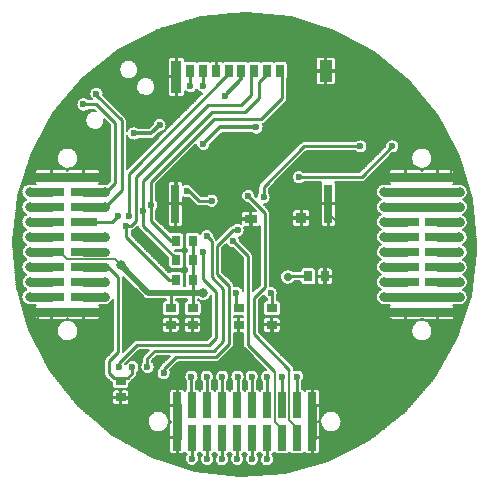
<source format=gbl>
G04 #@! TF.FileFunction,Copper,L2,Bot,Signal*
%FSLAX46Y46*%
G04 Gerber Fmt 4.6, Leading zero omitted, Abs format (unit mm)*
G04 Created by KiCad (PCBNEW 4.0.2+e4-6225~38~ubuntu14.04.1-stable) date Sun 12 Jun 2016 21:16:07 BST*
%MOMM*%
G01*
G04 APERTURE LIST*
%ADD10C,0.100000*%
%ADD11R,0.700000X1.100000*%
%ADD12R,1.140000X1.830000*%
%ADD13R,0.860000X2.800000*%
%ADD14R,0.700000X3.330000*%
%ADD15R,0.900000X0.930000*%
%ADD16R,1.050000X0.780000*%
%ADD17R,2.220000X0.740000*%
%ADD18R,0.740000X2.220000*%
%ADD19R,0.750000X0.900000*%
%ADD20R,0.900000X0.750000*%
%ADD21C,0.600000*%
%ADD22C,0.800000*%
%ADD23C,0.700000*%
%ADD24C,0.200000*%
%ADD25C,0.250000*%
%ADD26C,0.740000*%
%ADD27C,0.350000*%
%ADD28C,0.300000*%
%ADD29C,0.280000*%
%ADD30C,0.500000*%
G04 APERTURE END LIST*
D10*
D11*
X103000000Y-85300000D03*
X101900000Y-85300000D03*
X100800000Y-85300000D03*
X99700000Y-85300000D03*
X98700000Y-85300000D03*
X97600000Y-85300000D03*
X96500000Y-85300000D03*
X95400000Y-85300000D03*
D12*
X106880000Y-85315000D03*
D13*
X94220000Y-85800000D03*
D14*
X94140000Y-96565000D03*
X107100000Y-96565000D03*
D15*
X104790000Y-97765000D03*
D16*
X100525000Y-97840000D03*
D17*
X83635000Y-94285000D03*
X86365000Y-94285000D03*
X83635000Y-95555000D03*
X86365000Y-95555000D03*
X83635000Y-96825000D03*
X86365000Y-96825000D03*
X83635000Y-98095000D03*
X86365000Y-98095000D03*
X83635000Y-99365000D03*
X86365000Y-99365000D03*
X83635000Y-100635000D03*
X86365000Y-100635000D03*
X83635000Y-101905000D03*
X86365000Y-101905000D03*
X83635000Y-103175000D03*
X86365000Y-103175000D03*
X83635000Y-104445000D03*
X86365000Y-104445000D03*
X83635000Y-105715000D03*
X86365000Y-105715000D03*
X113635000Y-94285000D03*
X116365000Y-94285000D03*
X113635000Y-95555000D03*
X116365000Y-95555000D03*
X113635000Y-96825000D03*
X116365000Y-96825000D03*
X113635000Y-98095000D03*
X116365000Y-98095000D03*
X113635000Y-99365000D03*
X116365000Y-99365000D03*
X113635000Y-100635000D03*
X116365000Y-100635000D03*
X113635000Y-101905000D03*
X116365000Y-101905000D03*
X113635000Y-103175000D03*
X116365000Y-103175000D03*
X113635000Y-104445000D03*
X116365000Y-104445000D03*
X113635000Y-105715000D03*
X116365000Y-105715000D03*
D18*
X94285000Y-116365000D03*
X94285000Y-113635000D03*
X95555000Y-116365000D03*
X95555000Y-113635000D03*
X96825000Y-116365000D03*
X96825000Y-113635000D03*
X98095000Y-116365000D03*
X98095000Y-113635000D03*
X99365000Y-116365000D03*
X99365000Y-113635000D03*
X100635000Y-116365000D03*
X100635000Y-113635000D03*
X101905000Y-116365000D03*
X101905000Y-113635000D03*
X103175000Y-116365000D03*
X103175000Y-113635000D03*
X104445000Y-116365000D03*
X104445000Y-113635000D03*
X105715000Y-116365000D03*
X105715000Y-113635000D03*
D19*
X94200000Y-99700000D03*
X95600000Y-99700000D03*
X94200000Y-101300000D03*
X95600000Y-101300000D03*
X94200000Y-103000000D03*
X95600000Y-103000000D03*
D20*
X89500000Y-111550000D03*
X89500000Y-112950000D03*
X99500000Y-105400000D03*
X99500000Y-106800000D03*
X95600000Y-105400000D03*
X95600000Y-106800000D03*
D19*
X105400000Y-102700000D03*
X106800000Y-102700000D03*
D20*
X93750000Y-105400000D03*
X93750000Y-106800000D03*
X102300000Y-105400000D03*
X102300000Y-106800000D03*
D21*
X92500000Y-105100000D03*
X100050000Y-91250000D03*
X112600000Y-110000000D03*
X113000000Y-90000000D03*
X93800000Y-88800000D03*
X98800000Y-83800000D03*
X101400000Y-83800000D03*
X104000000Y-88000000D03*
X114000000Y-88000000D03*
X108600000Y-98800000D03*
X91000000Y-92000000D03*
X102500000Y-82500000D03*
X100000000Y-82500000D03*
X97500000Y-82500000D03*
X117500000Y-92500000D03*
X107500000Y-82500000D03*
X92500000Y-87500000D03*
X92500000Y-82500000D03*
X82500000Y-107500000D03*
X112500000Y-107500000D03*
X117500000Y-107500000D03*
X92500000Y-112500000D03*
X110000000Y-100000000D03*
X110000000Y-107500000D03*
X110000000Y-112500000D03*
X110000000Y-110000000D03*
X115000000Y-110000000D03*
X112500000Y-112500000D03*
X110000000Y-115000000D03*
X107500000Y-117500000D03*
X115000000Y-90000000D03*
X110000000Y-85000000D03*
X82500000Y-92500000D03*
X87500000Y-92500000D03*
X92500000Y-85000000D03*
X85000000Y-90000000D03*
X87500000Y-107500000D03*
X92500000Y-117500000D03*
X90000000Y-115000000D03*
X85000000Y-110000000D03*
X87500000Y-110000000D03*
X87500000Y-112500000D03*
X102700000Y-95900000D03*
X102700000Y-98700000D03*
X102700000Y-102300000D03*
X94200000Y-94000000D03*
X98800000Y-101200000D03*
X99300000Y-102600000D03*
X91800000Y-111500000D03*
X92650000Y-107700000D03*
X100525000Y-98825000D03*
X103500000Y-104000000D03*
X102000000Y-107800000D03*
D22*
X118185000Y-105715000D03*
X111815000Y-105715000D03*
X118185000Y-94285000D03*
X111810000Y-94285000D03*
X88185000Y-94285000D03*
X88190000Y-105715000D03*
X81810000Y-105715000D03*
X81815000Y-94285000D03*
D21*
X93150000Y-110900000D03*
X99400000Y-98800000D03*
D23*
X103650000Y-102750000D03*
D21*
X92800000Y-89900000D03*
X90600000Y-90600000D03*
X96500000Y-91500000D03*
X101000000Y-90100000D03*
X98300000Y-87400000D03*
X102200000Y-104100000D03*
X99300000Y-104100000D03*
D22*
X96500000Y-104100000D03*
X89500000Y-101750000D03*
X81835000Y-100635000D03*
D21*
X101900000Y-111200000D03*
X103200000Y-111200000D03*
X104445000Y-111200000D03*
X95555000Y-118145000D03*
X95500000Y-111200000D03*
X96800000Y-111200000D03*
X98100000Y-111200000D03*
X99400000Y-111200000D03*
X100600000Y-111200000D03*
X96825000Y-118175000D03*
X98095000Y-118195000D03*
X99365000Y-118165000D03*
X96500000Y-86600000D03*
X95400000Y-86600000D03*
X100300000Y-95900000D03*
X96800000Y-99300000D03*
X91775000Y-110375000D03*
X96500000Y-100600000D03*
X89400000Y-110400000D03*
X86352548Y-88152548D03*
X95100000Y-95500000D03*
X97200000Y-96300000D03*
D22*
X88195000Y-95555000D03*
D21*
X87454523Y-87254523D03*
D22*
X88200000Y-96825000D03*
D21*
X89300000Y-97600000D03*
X92100000Y-96700000D03*
X91400000Y-97200000D03*
X90200000Y-97600000D03*
X90000000Y-98400000D03*
D22*
X88190000Y-99365000D03*
D21*
X99000000Y-99700000D03*
D22*
X88200000Y-103175000D03*
X88195000Y-104445000D03*
X81805000Y-95555000D03*
X81800000Y-96825000D03*
X81805000Y-98095000D03*
X81810000Y-99365000D03*
D23*
X88165000Y-100635000D03*
D22*
X81805000Y-101905000D03*
X81825000Y-103175000D03*
X81800000Y-104445000D03*
X118195000Y-95555000D03*
X111805000Y-95555000D03*
X111800000Y-96825000D03*
X118200000Y-96825000D03*
X111805000Y-98095000D03*
X118195000Y-98095000D03*
X111810000Y-99365000D03*
X118190000Y-99365000D03*
X111815000Y-100635000D03*
X118190000Y-100635000D03*
X111805000Y-101905000D03*
X118195000Y-101905000D03*
X111800000Y-103175000D03*
X118200000Y-103175000D03*
X118195000Y-104445000D03*
X111805000Y-104445000D03*
D21*
X100635000Y-118165000D03*
X101905000Y-118195000D03*
X112500000Y-91700000D03*
X104600000Y-94300000D03*
X109800000Y-91700000D03*
X101600000Y-96000000D03*
D23*
X88195000Y-101905000D03*
D21*
X90500000Y-110400000D03*
D24*
X92500000Y-106600000D02*
X92500000Y-105100000D01*
X92700000Y-106800000D02*
X92500000Y-106600000D01*
X93750000Y-106800000D02*
X92700000Y-106800000D01*
D25*
X103450000Y-104000000D02*
X102700000Y-103250000D01*
X102700000Y-103250000D02*
X102700000Y-102300000D01*
X103500000Y-104000000D02*
X103450000Y-104000000D01*
D24*
X105315000Y-85315000D02*
X104000000Y-86630000D01*
X104000000Y-86630000D02*
X104000000Y-88000000D01*
X106880000Y-85315000D02*
X105315000Y-85315000D01*
X94220000Y-85800000D02*
X93300000Y-85800000D01*
X93300000Y-85800000D02*
X92500000Y-85000000D01*
X112600000Y-110000000D02*
X112600000Y-107600000D01*
X112600000Y-107600000D02*
X112500000Y-107500000D01*
X112500000Y-112500000D02*
X112500000Y-110100000D01*
X112500000Y-110100000D02*
X112600000Y-110000000D01*
D25*
X90900000Y-113000000D02*
X91200000Y-112700000D01*
X91200000Y-112700000D02*
X91800000Y-112100000D01*
D24*
X91500000Y-112500000D02*
X91300000Y-112700000D01*
X91300000Y-112700000D02*
X91200000Y-112700000D01*
X92500000Y-112500000D02*
X91500000Y-112500000D01*
X108600000Y-98800000D02*
X107100000Y-97300000D01*
X107100000Y-97300000D02*
X107100000Y-96565000D01*
X110000000Y-100000000D02*
X109800000Y-100000000D01*
X109800000Y-100000000D02*
X108600000Y-98800000D01*
X113000000Y-90000000D02*
X114000000Y-90000000D01*
X114000000Y-90000000D02*
X115000000Y-90000000D01*
X114000000Y-88000000D02*
X114000000Y-90000000D01*
X113000000Y-88000000D02*
X114000000Y-88000000D01*
X107500000Y-82500000D02*
X109000000Y-84000000D01*
X109000000Y-84000000D02*
X110000000Y-85000000D01*
X106880000Y-85315000D02*
X107685000Y-85315000D01*
X107685000Y-85315000D02*
X109000000Y-84000000D01*
D26*
X118185000Y-94285000D02*
X117400000Y-94285000D01*
X117400000Y-94285000D02*
X116365000Y-94285000D01*
D24*
X117500000Y-92500000D02*
X117500000Y-94185000D01*
X117500000Y-94185000D02*
X117400000Y-94285000D01*
X115000000Y-90000000D02*
X117500000Y-92500000D01*
X113000000Y-88000000D02*
X110000000Y-85000000D01*
X101400000Y-83800000D02*
X101400000Y-83600000D01*
X101400000Y-83600000D02*
X102500000Y-82500000D01*
X100000000Y-82500000D02*
X100100000Y-82500000D01*
X100100000Y-82500000D02*
X101400000Y-83800000D01*
X98800000Y-83800000D02*
X98800000Y-83700000D01*
X98800000Y-83700000D02*
X100000000Y-82500000D01*
X97500000Y-82500000D02*
X98800000Y-83800000D01*
X92500000Y-82500000D02*
X97500000Y-82500000D01*
X92500000Y-85000000D02*
X92500000Y-82500000D01*
X94220000Y-85800000D02*
X94200000Y-85800000D01*
X92500000Y-87500000D02*
X92500000Y-85000000D01*
X93800000Y-88800000D02*
X92500000Y-87500000D01*
X85000000Y-90000000D02*
X87500000Y-92500000D01*
X85000000Y-90000000D02*
X82500000Y-92500000D01*
D26*
X81810000Y-105715000D02*
X82400000Y-105715000D01*
X82400000Y-105715000D02*
X83635000Y-105715000D01*
D24*
X82500000Y-107500000D02*
X82500000Y-105815000D01*
X82500000Y-105815000D02*
X82400000Y-105715000D01*
X82500000Y-107500000D02*
X85000000Y-110000000D01*
X87500000Y-110000000D02*
X87500000Y-107500000D01*
X85000000Y-110000000D02*
X87500000Y-110000000D01*
X87500000Y-112500000D02*
X85000000Y-110000000D01*
X90000000Y-115000000D02*
X87500000Y-112500000D01*
X92500000Y-117500000D02*
X90000000Y-115000000D01*
X117500000Y-107500000D02*
X115000000Y-110000000D01*
X112500000Y-112500000D02*
X115000000Y-110000000D01*
X110000000Y-107500000D02*
X112500000Y-107500000D01*
X110000000Y-107500000D02*
X110000000Y-110000000D01*
X110000000Y-112500000D02*
X110000000Y-110000000D01*
X110000000Y-115000000D02*
X110000000Y-112500000D01*
X107500000Y-117500000D02*
X110000000Y-115000000D01*
X105715000Y-116365000D02*
X106365000Y-116365000D01*
X106365000Y-116365000D02*
X107500000Y-117500000D01*
D25*
X103565000Y-97765000D02*
X102700000Y-96900000D01*
X102700000Y-96900000D02*
X102700000Y-95900000D01*
X104790000Y-97765000D02*
X103565000Y-97765000D01*
X102800000Y-95900000D02*
X102700000Y-95900000D01*
X104790000Y-97765000D02*
X104665000Y-97765000D01*
X103635000Y-97765000D02*
X102700000Y-98700000D01*
X104790000Y-97765000D02*
X103635000Y-97765000D01*
X94200000Y-94000000D02*
X94200000Y-96505000D01*
X94200000Y-96505000D02*
X94140000Y-96565000D01*
X99300000Y-101700000D02*
X98800000Y-101200000D01*
X99300000Y-102600000D02*
X99300000Y-101700000D01*
X91800000Y-112100000D02*
X91800000Y-111500000D01*
X89500000Y-113000000D02*
X90900000Y-113000000D01*
X100525000Y-97840000D02*
X100525000Y-98825000D01*
X102300000Y-107450000D02*
X102000000Y-107750000D01*
X102300000Y-106850000D02*
X102300000Y-107450000D01*
D26*
X94285000Y-116365000D02*
X94285000Y-113635000D01*
X105715000Y-116365000D02*
X105715000Y-113635000D01*
X116365000Y-105715000D02*
X113635000Y-105715000D01*
X118185000Y-105715000D02*
X116365000Y-105715000D01*
X111815000Y-105715000D02*
X113635000Y-105715000D01*
X113635000Y-94285000D02*
X116365000Y-94285000D01*
X111810000Y-94285000D02*
X113635000Y-94285000D01*
X86365000Y-94285000D02*
X83635000Y-94285000D01*
X86365000Y-94285000D02*
X88185000Y-94285000D01*
X88190000Y-105715000D02*
X86365000Y-105715000D01*
X83635000Y-105715000D02*
X86365000Y-105715000D01*
X81815000Y-94285000D02*
X83635000Y-94285000D01*
D25*
X97600000Y-109500000D02*
X94200000Y-109500000D01*
X98700000Y-108400000D02*
X97600000Y-109500000D01*
X97700000Y-102500000D02*
X98700000Y-103500000D01*
X97700000Y-100100000D02*
X97700000Y-102500000D01*
X99000000Y-98800000D02*
X97700000Y-100100000D01*
X98700000Y-103500000D02*
X98700000Y-108400000D01*
X99400000Y-98800000D02*
X99000000Y-98800000D01*
X93150000Y-110550000D02*
X93150000Y-110900000D01*
X94200000Y-109500000D02*
X93150000Y-110550000D01*
X103700000Y-102700000D02*
X103650000Y-102750000D01*
X105400000Y-102700000D02*
X103700000Y-102700000D01*
D24*
X83635000Y-100635000D02*
X84375000Y-100635000D01*
X84375000Y-100635000D02*
X84995010Y-101255010D01*
X84995010Y-101255010D02*
X89005010Y-101255010D01*
X89005010Y-101255010D02*
X89500000Y-101750000D01*
D27*
X98300000Y-87400000D02*
X99700000Y-86000000D01*
X99700000Y-86000000D02*
X99700000Y-85300000D01*
D28*
X92000000Y-90600000D02*
X92100000Y-90600000D01*
X92100000Y-90600000D02*
X92800000Y-89900000D01*
D29*
X91900000Y-104150000D02*
X91850000Y-104100000D01*
X93750000Y-105400000D02*
X93750000Y-104100000D01*
X95600000Y-104750000D02*
X95600000Y-105400000D01*
X95600000Y-103800000D02*
X95600000Y-104000000D01*
X95600000Y-103800000D02*
X95600000Y-104750000D01*
X95600000Y-103000000D02*
X95600000Y-103800000D01*
X95650000Y-104150000D02*
X95700000Y-104100000D01*
D30*
X96500000Y-104100000D02*
X95700000Y-104100000D01*
X95700000Y-104100000D02*
X94100000Y-104100000D01*
D29*
X95600000Y-104000000D02*
X95700000Y-104100000D01*
X95600000Y-101300000D02*
X95600000Y-103000000D01*
X95600000Y-99700000D02*
X95600000Y-101300000D01*
D30*
X94100000Y-104100000D02*
X93750000Y-104100000D01*
X93750000Y-104100000D02*
X91850000Y-104100000D01*
D28*
X90600000Y-90600000D02*
X92000000Y-90600000D01*
D30*
X91850000Y-104100000D02*
X89500000Y-101750000D01*
D27*
X97900000Y-90100000D02*
X96500000Y-91500000D01*
X101000000Y-90100000D02*
X97900000Y-90100000D01*
D25*
X102300000Y-104200000D02*
X102200000Y-104100000D01*
X102300000Y-105350000D02*
X102300000Y-104200000D01*
X99300000Y-105350000D02*
X99300000Y-104100000D01*
D26*
X81835000Y-100635000D02*
X83635000Y-100635000D01*
D25*
X101900000Y-111200000D02*
X101900000Y-113630000D01*
X101900000Y-113630000D02*
X101905000Y-113635000D01*
X103200000Y-111200000D02*
X103200000Y-113610000D01*
X103200000Y-113610000D02*
X103175000Y-113635000D01*
X104445000Y-111200000D02*
X104445000Y-113635000D01*
X95555000Y-116365000D02*
X95555000Y-118145000D01*
X95500000Y-111200000D02*
X95500000Y-113580000D01*
X95500000Y-113580000D02*
X95555000Y-113635000D01*
X96800000Y-111200000D02*
X96800000Y-113610000D01*
X96800000Y-113610000D02*
X96825000Y-113635000D01*
X98100000Y-111200000D02*
X98100000Y-113630000D01*
X98100000Y-113630000D02*
X98095000Y-113635000D01*
X99400000Y-111200000D02*
X99400000Y-113600000D01*
X99400000Y-113600000D02*
X99365000Y-113635000D01*
X100600000Y-111200000D02*
X100600000Y-113600000D01*
X100600000Y-113600000D02*
X100635000Y-113635000D01*
X96825000Y-116365000D02*
X96825000Y-118175000D01*
X98095000Y-116365000D02*
X98095000Y-118195000D01*
X99365000Y-116365000D02*
X99365000Y-118165000D01*
X96500000Y-86600000D02*
X96500000Y-85300000D01*
X95400000Y-86600000D02*
X95400000Y-85300000D01*
D24*
X104445000Y-115545000D02*
X103800000Y-114900000D01*
X103800000Y-114900000D02*
X103800000Y-110600000D01*
X104445000Y-116365000D02*
X104445000Y-115545000D01*
D25*
X100800000Y-107600000D02*
X103800000Y-110600000D01*
X100800000Y-104500000D02*
X100800000Y-107600000D01*
X101700000Y-103600000D02*
X100800000Y-104500000D01*
X101700000Y-97300000D02*
X101700000Y-103600000D01*
X101500000Y-97100000D02*
X101700000Y-97300000D01*
X100300000Y-95900000D02*
X101500000Y-97100000D01*
X97200000Y-99700000D02*
X96800000Y-99300000D01*
X97200000Y-101700000D02*
X97200000Y-99700000D01*
X97200000Y-102800000D02*
X97200000Y-101700000D01*
X98200000Y-103800000D02*
X97200000Y-102800000D01*
X98200000Y-108200000D02*
X98200000Y-103800000D01*
X97400000Y-109000000D02*
X98200000Y-108200000D01*
X96600000Y-109000000D02*
X97400000Y-109000000D01*
X92400000Y-109000000D02*
X96600000Y-109000000D01*
X91775000Y-109625000D02*
X92400000Y-109000000D01*
X91775000Y-110375000D02*
X91775000Y-109625000D01*
X96500000Y-101400000D02*
X96500000Y-100600000D01*
X96500000Y-102900000D02*
X96500000Y-101400000D01*
X97600000Y-104000000D02*
X96500000Y-102900000D01*
X97600000Y-107900000D02*
X97600000Y-104000000D01*
X97000000Y-108500000D02*
X97600000Y-107900000D01*
X96400000Y-108500000D02*
X97000000Y-108500000D01*
X90900000Y-108500000D02*
X96400000Y-108500000D01*
X89400000Y-110000000D02*
X90900000Y-108500000D01*
X89400000Y-110400000D02*
X89400000Y-110000000D01*
X97200000Y-96300000D02*
X96100000Y-96300000D01*
X95300000Y-95500000D02*
X95100000Y-95500000D01*
X96100000Y-96300000D02*
X95300000Y-95500000D01*
X89000000Y-89700000D02*
X87452548Y-88152548D01*
X87452548Y-88152548D02*
X86352548Y-88152548D01*
X89000000Y-94800000D02*
X89000000Y-89700000D01*
X88245000Y-95555000D02*
X89000000Y-94800000D01*
X88195000Y-95555000D02*
X88245000Y-95555000D01*
D26*
X88195000Y-95555000D02*
X86365000Y-95555000D01*
D25*
X89600000Y-89500000D02*
X89600000Y-95425000D01*
X89600000Y-95425000D02*
X88200000Y-96825000D01*
X87454523Y-87354523D02*
X89600000Y-89500000D01*
X87454523Y-87254523D02*
X87454523Y-87354523D01*
D26*
X86365000Y-96825000D02*
X88200000Y-96825000D01*
D25*
X86365000Y-98095000D02*
X88805000Y-98095000D01*
X88805000Y-98095000D02*
X89300000Y-97600000D01*
X92100000Y-96700000D02*
X92100000Y-94700000D01*
X92100000Y-94700000D02*
X97400000Y-89400000D01*
X97400000Y-89400000D02*
X101400000Y-89400000D01*
X101400000Y-89400000D02*
X103200000Y-87600000D01*
X103200000Y-87600000D02*
X103200000Y-85500000D01*
X103200000Y-85500000D02*
X103000000Y-85300000D01*
D29*
X93800000Y-99700000D02*
X92100000Y-98000000D01*
X92100000Y-98000000D02*
X92100000Y-96700000D01*
X94150000Y-99700000D02*
X93800000Y-99700000D01*
D25*
X101250000Y-86250000D02*
X101900000Y-85600000D01*
X101900000Y-85600000D02*
X101900000Y-85300000D01*
X101250000Y-87600000D02*
X101250000Y-86250000D01*
X100050000Y-88800000D02*
X101250000Y-87600000D01*
X97200000Y-88800000D02*
X100050000Y-88800000D01*
D29*
X94150000Y-101150000D02*
X91400000Y-98400000D01*
X91400000Y-98400000D02*
X91400000Y-97200000D01*
X94150000Y-101300000D02*
X94150000Y-101150000D01*
D25*
X91400000Y-97200000D02*
X91400000Y-94600000D01*
X91400000Y-94600000D02*
X97200000Y-88800000D01*
X90200000Y-97600000D02*
X90200000Y-94000000D01*
X90200000Y-94000000D02*
X98700000Y-85500000D01*
X98700000Y-85500000D02*
X98700000Y-85300000D01*
D29*
X94150000Y-103000000D02*
X93600000Y-103000000D01*
X93600000Y-103000000D02*
X90000000Y-99400000D01*
X90000000Y-99400000D02*
X90000000Y-98400000D01*
D25*
X90800000Y-98000000D02*
X90400000Y-98400000D01*
X90400000Y-98400000D02*
X90000000Y-98400000D01*
X90800000Y-94300000D02*
X90800000Y-98000000D01*
X100550000Y-87350000D02*
X100550000Y-85550000D01*
X100550000Y-85550000D02*
X100800000Y-85300000D01*
X99700000Y-88200000D02*
X100550000Y-87350000D01*
X96900000Y-88200000D02*
X99700000Y-88200000D01*
X90800000Y-94300000D02*
X96900000Y-88200000D01*
D26*
X88190000Y-99365000D02*
X86365000Y-99365000D01*
D24*
X102500000Y-110700000D02*
X102554999Y-110754999D01*
X102554999Y-115004999D02*
X103175000Y-115625000D01*
X102554999Y-110754999D02*
X102554999Y-115004999D01*
X103175000Y-115625000D02*
X103175000Y-116365000D01*
D25*
X102500000Y-110700000D02*
X100300000Y-108500000D01*
D24*
X103175000Y-116365000D02*
X103175000Y-115575000D01*
D25*
X100300000Y-108500000D02*
X100300000Y-101000000D01*
X100300000Y-101000000D02*
X99000000Y-99700000D01*
D26*
X88200000Y-103175000D02*
X86365000Y-103175000D01*
X88195000Y-104445000D02*
X86365000Y-104445000D01*
X81805000Y-95555000D02*
X83635000Y-95555000D01*
X81800000Y-96825000D02*
X83635000Y-96825000D01*
X81805000Y-98095000D02*
X83635000Y-98095000D01*
X81810000Y-99365000D02*
X83635000Y-99365000D01*
X88165000Y-100635000D02*
X86365000Y-100635000D01*
X83635000Y-101905000D02*
X81805000Y-101905000D01*
X81825000Y-103175000D02*
X83635000Y-103175000D01*
X83635000Y-104445000D02*
X81800000Y-104445000D01*
X113635000Y-95555000D02*
X116365000Y-95555000D01*
X118195000Y-95555000D02*
X116365000Y-95555000D01*
X111805000Y-95555000D02*
X113635000Y-95555000D01*
X116365000Y-96825000D02*
X113635000Y-96825000D01*
X111800000Y-96825000D02*
X113635000Y-96825000D01*
X118200000Y-96825000D02*
X116365000Y-96825000D01*
X111805000Y-98095000D02*
X113635000Y-98095000D01*
X118195000Y-98095000D02*
X116365000Y-98095000D01*
X111810000Y-99365000D02*
X113635000Y-99365000D01*
X118190000Y-99365000D02*
X116365000Y-99365000D01*
X111815000Y-100635000D02*
X113635000Y-100635000D01*
X118190000Y-100635000D02*
X116365000Y-100635000D01*
X111805000Y-101905000D02*
X113635000Y-101905000D01*
X118195000Y-101905000D02*
X116365000Y-101905000D01*
X111800000Y-103175000D02*
X113635000Y-103175000D01*
X118200000Y-103175000D02*
X116365000Y-103175000D01*
X113635000Y-104445000D02*
X116365000Y-104445000D01*
X118195000Y-104445000D02*
X116365000Y-104445000D01*
X111805000Y-104445000D02*
X113635000Y-104445000D01*
D25*
X100635000Y-116365000D02*
X100635000Y-118165000D01*
X101905000Y-116365000D02*
X101905000Y-118195000D01*
X104600000Y-94300000D02*
X109900000Y-94300000D01*
X109900000Y-94300000D02*
X112500000Y-91700000D01*
X105000000Y-91700000D02*
X109800000Y-91700000D01*
X101600000Y-95100000D02*
X105000000Y-91700000D01*
X101600000Y-95100000D02*
X101600000Y-96000000D01*
X88195000Y-101905000D02*
X88405000Y-101905000D01*
X88405000Y-101905000D02*
X89300000Y-102800000D01*
D26*
X88195000Y-101905000D02*
X86365000Y-101905000D01*
D25*
X86410000Y-101950000D02*
X86365000Y-101905000D01*
X88900000Y-111300000D02*
X89300000Y-111300000D01*
X89300000Y-111300000D02*
X89500000Y-111500000D01*
X90100000Y-111300000D02*
X89700000Y-111300000D01*
X89700000Y-111300000D02*
X89500000Y-111500000D01*
X88500000Y-109900000D02*
X89300000Y-109100000D01*
X89300000Y-109100000D02*
X89300000Y-102800000D01*
X88500000Y-110900000D02*
X88500000Y-109900000D01*
X88900000Y-111300000D02*
X88500000Y-110900000D01*
X90500000Y-110900000D02*
X90100000Y-111300000D01*
X90500000Y-110400000D02*
X90500000Y-110900000D01*
D24*
X100137007Y-80375478D02*
X100137006Y-80375478D01*
X101556548Y-80524678D02*
X98497577Y-80524678D01*
X102976089Y-80673878D02*
X96858148Y-80673878D01*
X104098768Y-80823078D02*
X95981291Y-80823078D01*
X104580755Y-80972278D02*
X95474353Y-80972278D01*
X105062742Y-81121478D02*
X94967414Y-81121478D01*
X105544730Y-81270678D02*
X94460476Y-81270678D01*
X106026717Y-81419878D02*
X93953538Y-81419878D01*
X106508704Y-81569078D02*
X93446600Y-81569078D01*
X106990691Y-81718278D02*
X92939662Y-81718278D01*
X107472679Y-81867478D02*
X92526956Y-81867478D01*
X107805182Y-82016678D02*
X92241562Y-82016678D01*
X108081122Y-82165878D02*
X91956169Y-82165878D01*
X108357061Y-82315078D02*
X91670776Y-82315078D01*
X108633001Y-82464278D02*
X91385382Y-82464278D01*
X108908941Y-82613478D02*
X91099989Y-82613478D01*
X109184880Y-82762678D02*
X90814596Y-82762678D01*
X109460820Y-82911878D02*
X90529202Y-82911878D01*
X109736760Y-83061078D02*
X90243809Y-83061078D01*
X110012699Y-83210278D02*
X89958415Y-83210278D01*
X110288639Y-83359478D02*
X89673022Y-83359478D01*
X110564579Y-83508678D02*
X89387629Y-83508678D01*
X110840518Y-83657878D02*
X89155345Y-83657878D01*
X111067165Y-83807078D02*
X88969778Y-83807078D01*
X111247517Y-83956278D02*
X88784210Y-83956278D01*
X93732914Y-84105478D02*
X88598643Y-84105478D01*
X94339522Y-84105478D02*
X94100478Y-84105478D01*
X106252914Y-84105478D02*
X94707087Y-84105478D01*
X106999522Y-84105478D02*
X106760478Y-84105478D01*
X111427869Y-84105478D02*
X107507087Y-84105478D01*
X93526295Y-84254678D02*
X88413075Y-84254678D01*
X94270000Y-84254678D02*
X94170000Y-84254678D01*
X106046295Y-84254678D02*
X94913706Y-84254678D01*
X106930000Y-84254678D02*
X106830000Y-84254678D01*
X111608220Y-84254678D02*
X107713706Y-84254678D01*
X90027701Y-84403878D02*
X88227508Y-84403878D01*
X93490000Y-84403878D02*
X90334767Y-84403878D01*
X94270000Y-84403878D02*
X94170000Y-84403878D01*
X106010000Y-84403878D02*
X94950000Y-84403878D01*
X106930000Y-84403878D02*
X106830000Y-84403878D01*
X111788572Y-84403878D02*
X107750000Y-84403878D01*
X89691974Y-84553078D02*
X88041941Y-84553078D01*
X93490000Y-84553078D02*
X90668973Y-84553078D01*
X94270000Y-84553078D02*
X94170000Y-84553078D01*
X97650000Y-84553078D02*
X97550000Y-84553078D01*
X106010000Y-84553078D02*
X103577662Y-84553078D01*
X106930000Y-84553078D02*
X106830000Y-84553078D01*
X111968924Y-84553078D02*
X107750000Y-84553078D01*
X89544870Y-84702278D02*
X87856373Y-84702278D01*
X93490000Y-84702278D02*
X90818263Y-84702278D01*
X94270000Y-84702278D02*
X94170000Y-84702278D01*
X97650000Y-84702278D02*
X97550000Y-84702278D01*
X106010000Y-84702278D02*
X103647646Y-84702278D01*
X106930000Y-84702278D02*
X106830000Y-84702278D01*
X112149276Y-84702278D02*
X107750000Y-84702278D01*
X89455435Y-84851478D02*
X87670806Y-84851478D01*
X93490000Y-84851478D02*
X90907350Y-84851478D01*
X94270000Y-84851478D02*
X94170000Y-84851478D01*
X97650000Y-84851478D02*
X97550000Y-84851478D01*
X106010000Y-84851478D02*
X103651451Y-84851478D01*
X106930000Y-84851478D02*
X106830000Y-84851478D01*
X112329628Y-84851478D02*
X107750000Y-84851478D01*
X89403302Y-85000678D02*
X87485238Y-85000678D01*
X93490000Y-85000678D02*
X90959431Y-85000678D01*
X94270000Y-85000678D02*
X94170000Y-85000678D01*
X97650000Y-85000678D02*
X97550000Y-85000678D01*
X106010000Y-85000678D02*
X103651451Y-85000678D01*
X106930000Y-85000678D02*
X106830000Y-85000678D01*
X112509980Y-85000678D02*
X107750000Y-85000678D01*
X89381601Y-85149878D02*
X87299671Y-85149878D01*
X93490000Y-85149878D02*
X90980651Y-85149878D01*
X94270000Y-85149878D02*
X94170000Y-85149878D01*
X97650000Y-85149878D02*
X97550000Y-85149878D01*
X106010000Y-85149878D02*
X103651451Y-85149878D01*
X106930000Y-85149878D02*
X106830000Y-85149878D01*
X112690331Y-85149878D02*
X107750000Y-85149878D01*
X89387959Y-85299078D02*
X87114104Y-85299078D01*
X93490000Y-85299078D02*
X90976593Y-85299078D01*
X94270000Y-85299078D02*
X94170000Y-85299078D01*
X97670000Y-85299078D02*
X97530000Y-85299078D01*
X112870683Y-85299078D02*
X103651451Y-85299078D01*
X89423337Y-85448278D02*
X86928537Y-85448278D01*
X93490000Y-85448278D02*
X90941503Y-85448278D01*
X94270000Y-85448278D02*
X94170000Y-85448278D01*
X106010000Y-85448278D02*
X103651451Y-85448278D01*
X106930000Y-85448278D02*
X106830000Y-85448278D01*
X113051035Y-85448278D02*
X107750000Y-85448278D01*
X89492590Y-85597478D02*
X86742969Y-85597478D01*
X93490000Y-85597478D02*
X90872122Y-85597478D01*
X94270000Y-85597478D02*
X94170000Y-85597478D01*
X106010000Y-85597478D02*
X103651451Y-85597478D01*
X106930000Y-85597478D02*
X106830000Y-85597478D01*
X113231387Y-85597478D02*
X107750000Y-85597478D01*
X89607468Y-85746678D02*
X86557402Y-85746678D01*
X93561678Y-85746678D02*
X90755723Y-85746678D01*
X94270000Y-85746678D02*
X94170000Y-85746678D01*
X106010000Y-85746678D02*
X103651451Y-85746678D01*
X106930000Y-85746678D02*
X106830000Y-85746678D01*
X113411739Y-85746678D02*
X107750000Y-85746678D01*
X89800656Y-85895878D02*
X86371835Y-85895878D01*
X91289223Y-85895878D02*
X90560489Y-85895878D01*
X93519122Y-85895878D02*
X91945865Y-85895878D01*
X94270000Y-85895878D02*
X94170000Y-85895878D01*
X106010000Y-85895878D02*
X103644931Y-85895878D01*
X106930000Y-85895878D02*
X106830000Y-85895878D01*
X113592090Y-85895878D02*
X107750000Y-85895878D01*
X91067672Y-86045078D02*
X86213219Y-86045078D01*
X93490000Y-86045078D02*
X92168712Y-86045078D01*
X94270000Y-86045078D02*
X94170000Y-86045078D01*
X106010000Y-86045078D02*
X103625000Y-86045078D01*
X106930000Y-86045078D02*
X106830000Y-86045078D01*
X113772442Y-86045078D02*
X107750000Y-86045078D01*
X90943943Y-86194278D02*
X86088025Y-86194278D01*
X93490000Y-86194278D02*
X92291752Y-86194278D01*
X94270000Y-86194278D02*
X94170000Y-86194278D01*
X106010000Y-86194278D02*
X103625000Y-86194278D01*
X106930000Y-86194278D02*
X106830000Y-86194278D01*
X113943859Y-86194278D02*
X107750000Y-86194278D01*
X90868635Y-86343478D02*
X85962832Y-86343478D01*
X93490000Y-86343478D02*
X92366926Y-86343478D01*
X94270000Y-86343478D02*
X94170000Y-86343478D01*
X106032286Y-86343478D02*
X103625000Y-86343478D01*
X106930000Y-86343478D02*
X106830000Y-86343478D01*
X114065543Y-86343478D02*
X107727713Y-86343478D01*
X90828418Y-86492678D02*
X85837638Y-86492678D01*
X93490000Y-86492678D02*
X92407194Y-86492678D01*
X94270000Y-86492678D02*
X94170000Y-86492678D01*
X106163139Y-86492678D02*
X103625000Y-86492678D01*
X106967678Y-86492678D02*
X106792322Y-86492678D01*
X114187228Y-86492678D02*
X107596860Y-86492678D01*
X90817672Y-86641878D02*
X85712445Y-86641878D01*
X93490000Y-86641878D02*
X92416722Y-86641878D01*
X94270000Y-86641878D02*
X94170000Y-86641878D01*
X114308912Y-86641878D02*
X103625000Y-86641878D01*
X87070187Y-86791078D02*
X85587251Y-86791078D01*
X90834924Y-86791078D02*
X87839921Y-86791078D01*
X93490000Y-86791078D02*
X92400903Y-86791078D01*
X94270000Y-86791078D02*
X94170000Y-86791078D01*
X114430597Y-86791078D02*
X103625000Y-86791078D01*
X86942488Y-86940278D02*
X85462057Y-86940278D01*
X90882017Y-86940278D02*
X87966127Y-86940278D01*
X93490000Y-86940278D02*
X92353786Y-86940278D01*
X94270000Y-86940278D02*
X94170000Y-86940278D01*
X96005459Y-86940278D02*
X95894255Y-86940278D01*
X114552281Y-86940278D02*
X103625000Y-86940278D01*
X86876174Y-87089478D02*
X85336864Y-87089478D01*
X90964979Y-87089478D02*
X88033519Y-87089478D01*
X93490000Y-87089478D02*
X92270053Y-87089478D01*
X94270000Y-87089478D02*
X94170000Y-87089478D01*
X95052906Y-87089478D02*
X94950000Y-87089478D01*
X96152906Y-87089478D02*
X95748518Y-87089478D01*
X114673966Y-87089478D02*
X103625000Y-87089478D01*
X86854660Y-87238678D02*
X85211670Y-87238678D01*
X91097856Y-87238678D02*
X88053948Y-87238678D01*
X93491816Y-87238678D02*
X92134641Y-87238678D01*
X94270000Y-87238678D02*
X94170000Y-87238678D01*
X96360282Y-87238678D02*
X94948183Y-87238678D01*
X114795650Y-87238678D02*
X103625000Y-87238678D01*
X86868949Y-87387878D02*
X85086476Y-87387878D01*
X91363751Y-87387878D02*
X88088919Y-87387878D01*
X93554729Y-87387878D02*
X91865856Y-87387878D01*
X94270000Y-87387878D02*
X94170000Y-87387878D01*
X96211082Y-87387878D02*
X94885270Y-87387878D01*
X114917335Y-87387878D02*
X103625000Y-87387878D01*
X86922782Y-87537078D02*
X84961283Y-87537078D01*
X96061882Y-87537078D02*
X88238119Y-87537078D01*
X115039019Y-87537078D02*
X103625000Y-87537078D01*
X85971096Y-87686278D02*
X84836089Y-87686278D01*
X87037330Y-87686278D02*
X86734296Y-87686278D01*
X95912682Y-87686278D02*
X88387319Y-87686278D01*
X115160704Y-87686278D02*
X103615946Y-87686278D01*
X85842447Y-87835478D02*
X84710895Y-87835478D01*
X95763482Y-87835478D02*
X88536519Y-87835478D01*
X115282389Y-87835478D02*
X103553676Y-87835478D01*
X85774799Y-87984678D02*
X84585702Y-87984678D01*
X95614282Y-87984678D02*
X88685719Y-87984678D01*
X115404073Y-87984678D02*
X103416362Y-87984678D01*
X85752725Y-88133878D02*
X84460508Y-88133878D01*
X95465082Y-88133878D02*
X88834919Y-88133878D01*
X115525758Y-88133878D02*
X103267162Y-88133878D01*
X85766456Y-88283078D02*
X84335314Y-88283078D01*
X95315882Y-88283078D02*
X88984119Y-88283078D01*
X115647442Y-88283078D02*
X103117962Y-88283078D01*
X85818986Y-88432278D02*
X84210121Y-88432278D01*
X95166682Y-88432278D02*
X89133319Y-88432278D01*
X115769127Y-88432278D02*
X102968762Y-88432278D01*
X85932627Y-88581478D02*
X84084927Y-88581478D01*
X87280438Y-88581478D02*
X86772209Y-88581478D01*
X95017482Y-88581478D02*
X89282519Y-88581478D01*
X115890811Y-88581478D02*
X102819562Y-88581478D01*
X86187777Y-88730678D02*
X83959734Y-88730678D01*
X87074935Y-88730678D02*
X86521291Y-88730678D01*
X94868282Y-88730678D02*
X89431719Y-88730678D01*
X116012496Y-88730678D02*
X102670362Y-88730678D01*
X86796854Y-88879878D02*
X83834540Y-88879878D01*
X94719082Y-88879878D02*
X89580919Y-88879878D01*
X116134180Y-88879878D02*
X102521162Y-88879878D01*
X86660043Y-89029078D02*
X83743071Y-89029078D01*
X94569882Y-89029078D02*
X89730119Y-89029078D01*
X116255865Y-89029078D02*
X102371962Y-89029078D01*
X86574777Y-89178278D02*
X83661047Y-89178278D01*
X94420682Y-89178278D02*
X89879319Y-89178278D01*
X116366596Y-89178278D02*
X102222762Y-89178278D01*
X86526160Y-89327478D02*
X83579024Y-89327478D01*
X92615294Y-89327478D02*
X89987314Y-89327478D01*
X94271482Y-89327478D02*
X92986415Y-89327478D01*
X116445927Y-89327478D02*
X102073562Y-89327478D01*
X86507692Y-89476678D02*
X83497001Y-89476678D01*
X88175637Y-89476678D02*
X88106742Y-89476678D01*
X92374691Y-89476678D02*
X90022714Y-89476678D01*
X94122282Y-89476678D02*
X93225241Y-89476678D01*
X116525258Y-89476678D02*
X101924362Y-89476678D01*
X86517265Y-89625878D02*
X83414977Y-89625878D01*
X88324837Y-89625878D02*
X88099213Y-89625878D01*
X92264674Y-89625878D02*
X90025000Y-89625878D01*
X93973082Y-89625878D02*
X93336011Y-89625878D01*
X116604589Y-89625878D02*
X101775162Y-89625878D01*
X86556099Y-89775078D02*
X83332954Y-89775078D01*
X88474037Y-89775078D02*
X88060574Y-89775078D01*
X92213123Y-89775078D02*
X90025000Y-89775078D01*
X93823882Y-89775078D02*
X93386940Y-89775078D01*
X116683920Y-89775078D02*
X101595533Y-89775078D01*
X86629398Y-89924278D02*
X83250930Y-89924278D01*
X88575000Y-89924278D02*
X87986958Y-89924278D01*
X92139326Y-89924278D02*
X90025000Y-89924278D01*
X93674682Y-89924278D02*
X93398865Y-89924278D01*
X116763251Y-89924278D02*
X101576568Y-89924278D01*
X86749504Y-90073478D02*
X83168907Y-90073478D01*
X88575000Y-90073478D02*
X87864948Y-90073478D01*
X90308799Y-90073478D02*
X90025000Y-90073478D01*
X91990126Y-90073478D02*
X90892420Y-90073478D01*
X93525482Y-90073478D02*
X93375903Y-90073478D01*
X116842582Y-90073478D02*
X101599574Y-90073478D01*
X86964231Y-90222678D02*
X83086883Y-90222678D01*
X88575000Y-90222678D02*
X87655578Y-90222678D01*
X90131155Y-90222678D02*
X90025000Y-90222678D01*
X93376282Y-90222678D02*
X93306670Y-90222678D01*
X116921913Y-90222678D02*
X101587444Y-90222678D01*
X88575000Y-90371878D02*
X83004860Y-90371878D01*
X90044958Y-90371878D02*
X90025000Y-90371878D01*
X93227082Y-90371878D02*
X93174561Y-90371878D01*
X117001244Y-90371878D02*
X101535761Y-90371878D01*
X88575000Y-90521078D02*
X82922837Y-90521078D01*
X93077882Y-90521078D02*
X92815318Y-90521078D01*
X117080575Y-90521078D02*
X101427906Y-90521078D01*
X88575000Y-90670278D02*
X82840813Y-90670278D01*
X92928682Y-90670278D02*
X92666118Y-90670278D01*
X100806558Y-90670278D02*
X98001474Y-90670278D01*
X117159906Y-90670278D02*
X101188986Y-90670278D01*
X88575000Y-90819478D02*
X82758790Y-90819478D01*
X90041553Y-90819478D02*
X90025000Y-90819478D01*
X92779482Y-90819478D02*
X92516918Y-90819478D01*
X117239237Y-90819478D02*
X97852274Y-90819478D01*
X88575000Y-90968678D02*
X82676766Y-90968678D01*
X90123762Y-90968678D02*
X90025000Y-90968678D01*
X92630282Y-90968678D02*
X92356550Y-90968678D01*
X117318568Y-90968678D02*
X97703074Y-90968678D01*
X88575000Y-91117878D02*
X82594743Y-91117878D01*
X90293768Y-91117878D02*
X90025000Y-91117878D01*
X92481082Y-91117878D02*
X90903767Y-91117878D01*
X109649428Y-91117878D02*
X97553874Y-91117878D01*
X112349428Y-91117878D02*
X109948167Y-91117878D01*
X117397899Y-91117878D02*
X112648167Y-91117878D01*
X88575000Y-91267078D02*
X82512719Y-91267078D01*
X92331882Y-91267078D02*
X90025000Y-91267078D01*
X109384494Y-91267078D02*
X97404674Y-91267078D01*
X112084494Y-91267078D02*
X110215708Y-91267078D01*
X117477231Y-91267078D02*
X112915708Y-91267078D01*
X88575000Y-91416278D02*
X82430696Y-91416278D01*
X92182682Y-91416278D02*
X90025000Y-91416278D01*
X104682682Y-91416278D02*
X97255474Y-91416278D01*
X111968788Y-91416278D02*
X110331883Y-91416278D01*
X117556562Y-91416278D02*
X113031883Y-91416278D01*
X88575000Y-91565478D02*
X82348673Y-91565478D01*
X92033482Y-91565478D02*
X90025000Y-91565478D01*
X95901969Y-91565478D02*
X95835562Y-91565478D01*
X104533482Y-91565478D02*
X97106274Y-91565478D01*
X111915163Y-91565478D02*
X110385040Y-91565478D01*
X117635893Y-91565478D02*
X113085040Y-91565478D01*
X88575000Y-91714678D02*
X82266649Y-91714678D01*
X91884282Y-91714678D02*
X90025000Y-91714678D01*
X95939652Y-91714678D02*
X95686362Y-91714678D01*
X104384282Y-91714678D02*
X97061228Y-91714678D01*
X111884282Y-91714678D02*
X110398999Y-91714678D01*
X117715224Y-91714678D02*
X113098999Y-91714678D01*
X84654475Y-91863878D02*
X82184626Y-91863878D01*
X88575000Y-91863878D02*
X85345428Y-91863878D01*
X91735082Y-91863878D02*
X90025000Y-91863878D01*
X96020668Y-91863878D02*
X95537162Y-91863878D01*
X104235082Y-91863878D02*
X96977607Y-91863878D01*
X111735082Y-91863878D02*
X110378084Y-91863878D01*
X114654475Y-91863878D02*
X113078084Y-91863878D01*
X117794555Y-91863878D02*
X115345428Y-91863878D01*
X84409968Y-92013078D02*
X82102602Y-92013078D01*
X88575000Y-92013078D02*
X85591251Y-92013078D01*
X91585882Y-92013078D02*
X90025000Y-92013078D01*
X96186862Y-92013078D02*
X95387962Y-92013078D01*
X104085882Y-92013078D02*
X96811330Y-92013078D01*
X111585882Y-92013078D02*
X110313442Y-92013078D01*
X114409968Y-92013078D02*
X113013442Y-92013078D01*
X117873886Y-92013078D02*
X115591251Y-92013078D01*
X84273957Y-92162278D02*
X82020579Y-92162278D01*
X88575000Y-92162278D02*
X85726642Y-92162278D01*
X91436682Y-92162278D02*
X90025000Y-92162278D01*
X103936682Y-92162278D02*
X95238762Y-92162278D01*
X109413770Y-92162278D02*
X105138762Y-92162278D01*
X111436682Y-92162278D02*
X110184642Y-92162278D01*
X114273957Y-92162278D02*
X112884642Y-92162278D01*
X117953217Y-92162278D02*
X115726642Y-92162278D01*
X84185155Y-92311478D02*
X81948459Y-92311478D01*
X88575000Y-92311478D02*
X85815417Y-92311478D01*
X91287482Y-92311478D02*
X90025000Y-92311478D01*
X103787482Y-92311478D02*
X95089562Y-92311478D01*
X111287482Y-92311478D02*
X104989562Y-92311478D01*
X114185155Y-92311478D02*
X112489562Y-92311478D01*
X118032548Y-92311478D02*
X115815417Y-92311478D01*
X84129661Y-92460678D02*
X81901129Y-92460678D01*
X88575000Y-92460678D02*
X85871117Y-92460678D01*
X91138282Y-92460678D02*
X90025000Y-92460678D01*
X103638282Y-92460678D02*
X94940362Y-92460678D01*
X111138282Y-92460678D02*
X104840362Y-92460678D01*
X114129661Y-92460678D02*
X112340362Y-92460678D01*
X118111879Y-92460678D02*
X115871117Y-92460678D01*
X84101063Y-92609878D02*
X81853800Y-92609878D01*
X88575000Y-92609878D02*
X85899995Y-92609878D01*
X90989082Y-92609878D02*
X90025000Y-92609878D01*
X103489082Y-92609878D02*
X94791162Y-92609878D01*
X110989082Y-92609878D02*
X104691162Y-92609878D01*
X114101063Y-92609878D02*
X112191162Y-92609878D01*
X118170900Y-92609878D02*
X115899995Y-92609878D01*
X84098979Y-92759078D02*
X81806471Y-92759078D01*
X88575000Y-92759078D02*
X85897911Y-92759078D01*
X90839882Y-92759078D02*
X90025000Y-92759078D01*
X103339882Y-92759078D02*
X94641962Y-92759078D01*
X110839882Y-92759078D02*
X104541962Y-92759078D01*
X114098979Y-92759078D02*
X112041962Y-92759078D01*
X118215946Y-92759078D02*
X115897911Y-92759078D01*
X84124071Y-92908278D02*
X81759142Y-92908278D01*
X88575000Y-92908278D02*
X85874520Y-92908278D01*
X90690682Y-92908278D02*
X90025000Y-92908278D01*
X103190682Y-92908278D02*
X94492762Y-92908278D01*
X110690682Y-92908278D02*
X104392762Y-92908278D01*
X114124071Y-92908278D02*
X111892762Y-92908278D01*
X118260992Y-92908278D02*
X115874520Y-92908278D01*
X84175498Y-93057478D02*
X81711813Y-93057478D01*
X88575000Y-93057478D02*
X85823829Y-93057478D01*
X90541482Y-93057478D02*
X90025000Y-93057478D01*
X103041482Y-93057478D02*
X94343562Y-93057478D01*
X110541482Y-93057478D02*
X104243562Y-93057478D01*
X114175498Y-93057478D02*
X111743562Y-93057478D01*
X118306039Y-93057478D02*
X115823829Y-93057478D01*
X84259001Y-93206678D02*
X81664484Y-93206678D01*
X88575000Y-93206678D02*
X85740494Y-93206678D01*
X90392282Y-93206678D02*
X90025000Y-93206678D01*
X102892282Y-93206678D02*
X94194362Y-93206678D01*
X110392282Y-93206678D02*
X104094362Y-93206678D01*
X114259001Y-93206678D02*
X111594362Y-93206678D01*
X118351085Y-93206678D02*
X115740494Y-93206678D01*
X84387001Y-93355878D02*
X81617155Y-93355878D01*
X88575000Y-93355878D02*
X85611133Y-93355878D01*
X90243082Y-93355878D02*
X90025000Y-93355878D01*
X102743082Y-93355878D02*
X94045162Y-93355878D01*
X110243082Y-93355878D02*
X103945162Y-93355878D01*
X114387001Y-93355878D02*
X111445162Y-93355878D01*
X118396131Y-93355878D02*
X115611133Y-93355878D01*
X84606060Y-93505078D02*
X81569826Y-93505078D01*
X88575000Y-93505078D02*
X85400369Y-93505078D01*
X90093882Y-93505078D02*
X90025000Y-93505078D01*
X102593882Y-93505078D02*
X93895962Y-93505078D01*
X110093882Y-93505078D02*
X103795962Y-93505078D01*
X114606060Y-93505078D02*
X111295962Y-93505078D01*
X118441177Y-93505078D02*
X115400369Y-93505078D01*
X82375213Y-93654278D02*
X81522497Y-93654278D01*
X83720722Y-93654278D02*
X83549278Y-93654278D01*
X85105213Y-93654278D02*
X84894788Y-93654278D01*
X86450722Y-93654278D02*
X86279278Y-93654278D01*
X88575000Y-93654278D02*
X87624788Y-93654278D01*
X102444682Y-93654278D02*
X93746762Y-93654278D01*
X109944682Y-93654278D02*
X103646762Y-93654278D01*
X112375213Y-93654278D02*
X111146762Y-93654278D01*
X113720722Y-93654278D02*
X113549278Y-93654278D01*
X115105213Y-93654278D02*
X114894788Y-93654278D01*
X116450722Y-93654278D02*
X116279278Y-93654278D01*
X118486223Y-93654278D02*
X117624788Y-93654278D01*
X82246477Y-93803478D02*
X81475168Y-93803478D01*
X83685000Y-93803478D02*
X83585000Y-93803478D01*
X86415000Y-93803478D02*
X86315000Y-93803478D01*
X88575000Y-93803478D02*
X87753524Y-93803478D01*
X102295482Y-93803478D02*
X93597562Y-93803478D01*
X104262955Y-93803478D02*
X103497562Y-93803478D01*
X109795482Y-93803478D02*
X104936897Y-93803478D01*
X112246477Y-93803478D02*
X110997562Y-93803478D01*
X113685000Y-93803478D02*
X113585000Y-93803478D01*
X116415000Y-93803478D02*
X116315000Y-93803478D01*
X118531269Y-93803478D02*
X117753524Y-93803478D01*
X82225000Y-93952678D02*
X81427838Y-93952678D01*
X83685000Y-93952678D02*
X83585000Y-93952678D01*
X86415000Y-93952678D02*
X86315000Y-93952678D01*
X88575000Y-93952678D02*
X87775000Y-93952678D01*
X102146282Y-93952678D02*
X93448362Y-93952678D01*
X104110613Y-93952678D02*
X103348362Y-93952678D01*
X112225000Y-93952678D02*
X110848362Y-93952678D01*
X113685000Y-93952678D02*
X113585000Y-93952678D01*
X116415000Y-93952678D02*
X116315000Y-93952678D01*
X118576315Y-93952678D02*
X117775000Y-93952678D01*
X82225000Y-94101878D02*
X81380510Y-94101878D01*
X83685000Y-94101878D02*
X83585000Y-94101878D01*
X86415000Y-94101878D02*
X86315000Y-94101878D01*
X88575000Y-94101878D02*
X87775000Y-94101878D01*
X101997082Y-94101878D02*
X93299162Y-94101878D01*
X104032100Y-94101878D02*
X103199162Y-94101878D01*
X112225000Y-94101878D02*
X110699162Y-94101878D01*
X113685000Y-94101878D02*
X113585000Y-94101878D01*
X116415000Y-94101878D02*
X116315000Y-94101878D01*
X118621362Y-94101878D02*
X117775000Y-94101878D01*
X88575000Y-94251078D02*
X81333181Y-94251078D01*
X101847882Y-94251078D02*
X93149962Y-94251078D01*
X104000599Y-94251078D02*
X103049962Y-94251078D01*
X118666408Y-94251078D02*
X110549962Y-94251078D01*
X82234722Y-94400278D02*
X81285852Y-94400278D01*
X88575000Y-94400278D02*
X87765278Y-94400278D01*
X101698682Y-94400278D02*
X93000762Y-94400278D01*
X104008356Y-94400278D02*
X102900762Y-94400278D01*
X112234722Y-94400278D02*
X110400762Y-94400278D01*
X118711454Y-94400278D02*
X117765278Y-94400278D01*
X82225000Y-94549478D02*
X81238523Y-94549478D01*
X88575000Y-94549478D02*
X87775000Y-94549478D01*
X101549482Y-94549478D02*
X92851562Y-94549478D01*
X104053431Y-94549478D02*
X102751562Y-94549478D01*
X112225000Y-94549478D02*
X110251562Y-94549478D01*
X118756500Y-94549478D02*
X117775000Y-94549478D01*
X82227810Y-94698678D02*
X81191194Y-94698678D01*
X88500281Y-94698678D02*
X87772189Y-94698678D01*
X93567058Y-94698678D02*
X92702362Y-94698678D01*
X94190000Y-94698678D02*
X94090000Y-94698678D01*
X101400282Y-94698678D02*
X94712942Y-94698678D01*
X104150865Y-94698678D02*
X102602362Y-94698678D01*
X112227810Y-94698678D02*
X110043818Y-94698678D01*
X118801546Y-94698678D02*
X117772189Y-94698678D01*
X82293614Y-94847878D02*
X81143865Y-94847878D01*
X88351081Y-94847878D02*
X87706386Y-94847878D01*
X93494491Y-94847878D02*
X92553162Y-94847878D01*
X94190000Y-94847878D02*
X94090000Y-94847878D01*
X101259406Y-94847878D02*
X94785510Y-94847878D01*
X104355287Y-94847878D02*
X102453162Y-94847878D01*
X106454491Y-94847878D02*
X104846736Y-94847878D01*
X112293614Y-94847878D02*
X107745510Y-94847878D01*
X118846592Y-94847878D02*
X117706386Y-94847878D01*
X81379149Y-94997078D02*
X81096536Y-94997078D01*
X93490000Y-94997078D02*
X92525000Y-94997078D01*
X94190000Y-94997078D02*
X94090000Y-94997078D01*
X101188906Y-94997078D02*
X95427409Y-94997078D01*
X106450000Y-94997078D02*
X102303962Y-94997078D01*
X111379149Y-94997078D02*
X107750000Y-94997078D01*
X118891638Y-94997078D02*
X118619705Y-94997078D01*
X81236454Y-95146278D02*
X81049207Y-95146278D01*
X93490000Y-95146278D02*
X92525000Y-95146278D01*
X94190000Y-95146278D02*
X94090000Y-95146278D01*
X101175000Y-95146278D02*
X95585375Y-95146278D01*
X106450000Y-95146278D02*
X102154762Y-95146278D01*
X111236454Y-95146278D02*
X107750000Y-95146278D01*
X118936685Y-95146278D02*
X118763898Y-95146278D01*
X81154614Y-95295478D02*
X81001878Y-95295478D01*
X93490000Y-95295478D02*
X92525000Y-95295478D01*
X94190000Y-95295478D02*
X94090000Y-95295478D01*
X101175000Y-95295478D02*
X95696518Y-95295478D01*
X106450000Y-95295478D02*
X102025000Y-95295478D01*
X111154614Y-95295478D02*
X107750000Y-95295478D01*
X118981731Y-95295478D02*
X118845194Y-95295478D01*
X81112781Y-95444678D02*
X80954549Y-95444678D01*
X93490000Y-95444678D02*
X92525000Y-95444678D01*
X94190000Y-95444678D02*
X94090000Y-95444678D01*
X99907369Y-95444678D02*
X95845718Y-95444678D01*
X101175000Y-95444678D02*
X100693464Y-95444678D01*
X106450000Y-95444678D02*
X102025000Y-95444678D01*
X111112781Y-95444678D02*
X107750000Y-95444678D01*
X119026777Y-95444678D02*
X118886777Y-95444678D01*
X81104360Y-95593878D02*
X80907220Y-95593878D01*
X93490000Y-95593878D02*
X92525000Y-95593878D01*
X94190000Y-95593878D02*
X94090000Y-95593878D01*
X99782403Y-95593878D02*
X95994918Y-95593878D01*
X101157127Y-95593878D02*
X100817001Y-95593878D01*
X106450000Y-95593878D02*
X102042321Y-95593878D01*
X111104360Y-95593878D02*
X107750000Y-95593878D01*
X119071823Y-95593878D02*
X118893528Y-95593878D01*
X81127796Y-95743078D02*
X80859891Y-95743078D01*
X93490000Y-95743078D02*
X92525000Y-95743078D01*
X94190000Y-95743078D02*
X94090000Y-95743078D01*
X96976682Y-95743078D02*
X96144118Y-95743078D01*
X99719924Y-95743078D02*
X97423526Y-95743078D01*
X101057302Y-95743078D02*
X100880604Y-95743078D01*
X106450000Y-95743078D02*
X102143100Y-95743078D01*
X111127796Y-95743078D02*
X107750000Y-95743078D01*
X119116869Y-95743078D02*
X118870139Y-95743078D01*
X81189553Y-95892278D02*
X80812562Y-95892278D01*
X93490000Y-95892278D02*
X92525000Y-95892278D01*
X94190000Y-95892278D02*
X94090000Y-95892278D01*
X99700024Y-95892278D02*
X97640732Y-95892278D01*
X101009467Y-95892278D02*
X100899312Y-95892278D01*
X106450000Y-95892278D02*
X102190346Y-95892278D01*
X111189553Y-95892278D02*
X107750000Y-95892278D01*
X119161915Y-95892278D02*
X118811111Y-95892278D01*
X81301630Y-96041478D02*
X80790197Y-96041478D01*
X93490000Y-96041478D02*
X92525000Y-96041478D01*
X94190000Y-96041478D02*
X94090000Y-96041478D01*
X94840638Y-96041478D02*
X94790000Y-96041478D01*
X99715917Y-96041478D02*
X97742441Y-96041478D01*
X106450000Y-96041478D02*
X102198625Y-96041478D01*
X111301630Y-96041478D02*
X107750000Y-96041478D01*
X119206961Y-96041478D02*
X118699243Y-96041478D01*
X81501295Y-96190678D02*
X80773461Y-96190678D01*
X93490000Y-96190678D02*
X92525000Y-96190678D01*
X94190000Y-96190678D02*
X94090000Y-96190678D01*
X95389638Y-96190678D02*
X94790000Y-96190678D01*
X99773494Y-96190678D02*
X97790029Y-96190678D01*
X106450000Y-96190678D02*
X102171914Y-96190678D01*
X111501295Y-96190678D02*
X107750000Y-96190678D01*
X119251492Y-96190678D02*
X118497464Y-96190678D01*
X81294867Y-96339878D02*
X80756726Y-96339878D01*
X93490000Y-96339878D02*
X92581123Y-96339878D01*
X94190000Y-96339878D02*
X94090000Y-96339878D01*
X95538838Y-96339878D02*
X94790000Y-96339878D01*
X99890651Y-96339878D02*
X97798647Y-96339878D01*
X106450000Y-96339878D02*
X102094537Y-96339878D01*
X111294867Y-96339878D02*
X107750000Y-96339878D01*
X119266121Y-96339878D02*
X118704808Y-96339878D01*
X81182359Y-96489078D02*
X80739990Y-96489078D01*
X93539078Y-96489078D02*
X92662060Y-96489078D01*
X94190000Y-96489078D02*
X94090000Y-96489078D01*
X95688038Y-96489078D02*
X94740922Y-96489078D01*
X100185023Y-96489078D02*
X97772358Y-96489078D01*
X106499078Y-96489078D02*
X101949148Y-96489078D01*
X111182359Y-96489078D02*
X107700922Y-96489078D01*
X119280751Y-96489078D02*
X118817266Y-96489078D01*
X81124020Y-96638278D02*
X80723255Y-96638278D01*
X93541722Y-96638278D02*
X92699454Y-96638278D01*
X94190000Y-96638278D02*
X94090000Y-96638278D01*
X95845117Y-96638278D02*
X94738278Y-96638278D01*
X100437237Y-96638278D02*
X97695666Y-96638278D01*
X106501722Y-96638278D02*
X101639319Y-96638278D01*
X107150000Y-96638278D02*
X107050000Y-96638278D01*
X111124020Y-96638278D02*
X107698278Y-96638278D01*
X119295380Y-96638278D02*
X118876649Y-96638278D01*
X81100427Y-96787478D02*
X80706519Y-96787478D01*
X93490000Y-96787478D02*
X92695442Y-96787478D01*
X94190000Y-96787478D02*
X94090000Y-96787478D01*
X96850028Y-96787478D02*
X94790000Y-96787478D01*
X100586437Y-96787478D02*
X97551670Y-96787478D01*
X106450000Y-96787478D02*
X101788519Y-96787478D01*
X107150000Y-96787478D02*
X107050000Y-96787478D01*
X111100427Y-96787478D02*
X107750000Y-96787478D01*
X119310009Y-96787478D02*
X118899595Y-96787478D01*
X81108774Y-96936678D02*
X80689784Y-96936678D01*
X93490000Y-96936678D02*
X92651433Y-96936678D01*
X94190000Y-96936678D02*
X94090000Y-96936678D01*
X100735637Y-96936678D02*
X94790000Y-96936678D01*
X106450000Y-96936678D02*
X101937719Y-96936678D01*
X107150000Y-96936678D02*
X107050000Y-96936678D01*
X111108774Y-96936678D02*
X107750000Y-96936678D01*
X119324638Y-96936678D02*
X118892497Y-96936678D01*
X81150387Y-97085878D02*
X80673048Y-97085878D01*
X93490000Y-97085878D02*
X92562088Y-97085878D01*
X94190000Y-97085878D02*
X94090000Y-97085878D01*
X100884837Y-97085878D02*
X94790000Y-97085878D01*
X104129858Y-97085878D02*
X102065429Y-97085878D01*
X104840000Y-97085878D02*
X104740000Y-97085878D01*
X106450000Y-97085878D02*
X105450142Y-97085878D01*
X107150000Y-97085878D02*
X107050000Y-97085878D01*
X111150387Y-97085878D02*
X107750000Y-97085878D01*
X119339267Y-97085878D02*
X118850127Y-97085878D01*
X81231469Y-97235078D02*
X80656313Y-97235078D01*
X93490000Y-97235078D02*
X92540000Y-97235078D01*
X94190000Y-97235078D02*
X94090000Y-97235078D01*
X99790658Y-97235078D02*
X94790000Y-97235078D01*
X100575000Y-97235078D02*
X100475000Y-97235078D01*
X104047037Y-97235078D02*
X102118908Y-97235078D01*
X104840000Y-97235078D02*
X104740000Y-97235078D01*
X106450000Y-97235078D02*
X105532964Y-97235078D01*
X107150000Y-97235078D02*
X107050000Y-97235078D01*
X111231469Y-97235078D02*
X107750000Y-97235078D01*
X119353897Y-97235078D02*
X118767399Y-97235078D01*
X81378108Y-97384278D02*
X80639577Y-97384278D01*
X93490000Y-97384278D02*
X92540000Y-97384278D01*
X94190000Y-97384278D02*
X94090000Y-97384278D01*
X99707196Y-97384278D02*
X94790000Y-97384278D01*
X100575000Y-97384278D02*
X100475000Y-97384278D01*
X104040000Y-97384278D02*
X102125000Y-97384278D01*
X104840000Y-97384278D02*
X104740000Y-97384278D01*
X106450000Y-97384278D02*
X105540000Y-97384278D01*
X107150000Y-97384278D02*
X107050000Y-97384278D01*
X111378108Y-97384278D02*
X107750000Y-97384278D01*
X119368526Y-97384278D02*
X118625167Y-97384278D01*
X81384650Y-97533478D02*
X80622842Y-97533478D01*
X93490000Y-97533478D02*
X92540000Y-97533478D01*
X94190000Y-97533478D02*
X94090000Y-97533478D01*
X99700000Y-97533478D02*
X94790000Y-97533478D01*
X100575000Y-97533478D02*
X100475000Y-97533478D01*
X104040000Y-97533478D02*
X102125000Y-97533478D01*
X104840000Y-97533478D02*
X104740000Y-97533478D01*
X106450000Y-97533478D02*
X105540000Y-97533478D01*
X107150000Y-97533478D02*
X107050000Y-97533478D01*
X111384650Y-97533478D02*
X107750000Y-97533478D01*
X119383155Y-97533478D02*
X118614368Y-97533478D01*
X81238919Y-97682678D02*
X80606107Y-97682678D01*
X93490000Y-97682678D02*
X92540000Y-97682678D01*
X94190000Y-97682678D02*
X94090000Y-97682678D01*
X99700000Y-97682678D02*
X94790000Y-97682678D01*
X100575000Y-97682678D02*
X100475000Y-97682678D01*
X104082678Y-97682678D02*
X102125000Y-97682678D01*
X104840000Y-97682678D02*
X104740000Y-97682678D01*
X106450000Y-97682678D02*
X105497322Y-97682678D01*
X107150000Y-97682678D02*
X107050000Y-97682678D01*
X111238919Y-97682678D02*
X107750000Y-97682678D01*
X119397784Y-97682678D02*
X118761506Y-97682678D01*
X81156157Y-97831878D02*
X80589371Y-97831878D01*
X93490000Y-97831878D02*
X92554132Y-97831878D01*
X94190000Y-97831878D02*
X94090000Y-97831878D01*
X100595000Y-97831878D02*
X94790000Y-97831878D01*
X104098122Y-97831878D02*
X102125000Y-97831878D01*
X104840000Y-97831878D02*
X104740000Y-97831878D01*
X106450000Y-97831878D02*
X105481878Y-97831878D01*
X107150000Y-97831878D02*
X107050000Y-97831878D01*
X111156157Y-97831878D02*
X107750000Y-97831878D01*
X119412413Y-97831878D02*
X118843710Y-97831878D01*
X81113547Y-97981078D02*
X80572636Y-97981078D01*
X93490000Y-97981078D02*
X92703332Y-97981078D01*
X94190000Y-97981078D02*
X94090000Y-97981078D01*
X99700000Y-97981078D02*
X94790000Y-97981078D01*
X100575000Y-97981078D02*
X100475000Y-97981078D01*
X104040000Y-97981078D02*
X102125000Y-97981078D01*
X104840000Y-97981078D02*
X104740000Y-97981078D01*
X106450000Y-97981078D02*
X105540000Y-97981078D01*
X107150000Y-97981078D02*
X107050000Y-97981078D01*
X111113547Y-97981078D02*
X107750000Y-97981078D01*
X119427043Y-97981078D02*
X118886064Y-97981078D01*
X81104410Y-98130278D02*
X80555900Y-98130278D01*
X93490000Y-98130278D02*
X92852532Y-98130278D01*
X94190000Y-98130278D02*
X94090000Y-98130278D01*
X99700000Y-98130278D02*
X94790000Y-98130278D01*
X100575000Y-98130278D02*
X100475000Y-98130278D01*
X104040000Y-98130278D02*
X102125000Y-98130278D01*
X104840000Y-98130278D02*
X104740000Y-98130278D01*
X106450000Y-98130278D02*
X105540000Y-98130278D01*
X107150000Y-98130278D02*
X107050000Y-98130278D01*
X111104410Y-98130278D02*
X107750000Y-98130278D01*
X119441672Y-98130278D02*
X118893579Y-98130278D01*
X81127135Y-98279478D02*
X80539165Y-98279478D01*
X93493964Y-98279478D02*
X93001732Y-98279478D01*
X94190000Y-98279478D02*
X94090000Y-98279478D01*
X99099630Y-98279478D02*
X94786035Y-98279478D01*
X99703964Y-98279478D02*
X99701316Y-98279478D01*
X100575000Y-98279478D02*
X100475000Y-98279478D01*
X104043964Y-98279478D02*
X102125000Y-98279478D01*
X104840000Y-98279478D02*
X104740000Y-98279478D01*
X106453964Y-98279478D02*
X105536035Y-98279478D01*
X107150000Y-98279478D02*
X107050000Y-98279478D01*
X111127135Y-98279478D02*
X107746035Y-98279478D01*
X119456301Y-98279478D02*
X118870957Y-98279478D01*
X81187233Y-98428678D02*
X80522429Y-98428678D01*
X93564414Y-98428678D02*
X93150932Y-98428678D01*
X94190000Y-98428678D02*
X94090000Y-98428678D01*
X98797248Y-98428678D02*
X94715586Y-98428678D01*
X100575000Y-98428678D02*
X100475000Y-98428678D01*
X104114414Y-98428678D02*
X102125000Y-98428678D01*
X104840000Y-98428678D02*
X104740000Y-98428678D01*
X106524414Y-98428678D02*
X105465586Y-98428678D01*
X107150000Y-98428678D02*
X107050000Y-98428678D01*
X111187233Y-98428678D02*
X107675586Y-98428678D01*
X119470930Y-98428678D02*
X118812714Y-98428678D01*
X81298153Y-98577878D02*
X80505694Y-98577878D01*
X90998627Y-98577878D02*
X90823162Y-98577878D01*
X98621081Y-98577878D02*
X93300132Y-98577878D01*
X101275000Y-98577878D02*
X99957444Y-98577878D01*
X111298153Y-98577878D02*
X102125000Y-98577878D01*
X119485559Y-98577878D02*
X118703024Y-98577878D01*
X81503220Y-98727078D02*
X80488959Y-98727078D01*
X91104824Y-98727078D02*
X90668246Y-98727078D01*
X96616284Y-98727078D02*
X93449332Y-98727078D01*
X98471881Y-98727078D02*
X96985463Y-98727078D01*
X101275000Y-98727078D02*
X99997237Y-98727078D01*
X111503220Y-98727078D02*
X102125000Y-98727078D01*
X119500188Y-98727078D02*
X118501196Y-98727078D01*
X81308543Y-98876278D02*
X80472223Y-98876278D01*
X91254024Y-98876278D02*
X90440000Y-98876278D01*
X96375100Y-98876278D02*
X93598532Y-98876278D01*
X98322681Y-98876278D02*
X97224844Y-98876278D01*
X101275000Y-98876278D02*
X99997986Y-98876278D01*
X111308543Y-98876278D02*
X102125000Y-98876278D01*
X119514818Y-98876278D02*
X118691233Y-98876278D01*
X81194071Y-99025478D02*
X80455488Y-99025478D01*
X91403224Y-99025478D02*
X90440000Y-99025478D01*
X95024214Y-99025478D02*
X94771673Y-99025478D01*
X96264845Y-99025478D02*
X96171673Y-99025478D01*
X98173481Y-99025478D02*
X97335846Y-99025478D01*
X101275000Y-99025478D02*
X99956420Y-99025478D01*
X111194071Y-99025478D02*
X102125000Y-99025478D01*
X119529447Y-99025478D02*
X118804874Y-99025478D01*
X81134786Y-99174678D02*
X80438752Y-99174678D01*
X91552424Y-99174678D02*
X90440000Y-99174678D01*
X94934254Y-99174678D02*
X94864110Y-99174678D01*
X98024281Y-99174678D02*
X97386861Y-99174678D01*
X101275000Y-99174678D02*
X99869989Y-99174678D01*
X111134786Y-99174678D02*
X102125000Y-99174678D01*
X119544076Y-99174678D02*
X118865936Y-99174678D01*
X81110477Y-99323878D02*
X80422017Y-99323878D01*
X91701624Y-99323878D02*
X90546132Y-99323878D01*
X94923549Y-99323878D02*
X94876451Y-99323878D01*
X97875081Y-99323878D02*
X97424919Y-99323878D01*
X101275000Y-99323878D02*
X99694312Y-99323878D01*
X111110477Y-99323878D02*
X102125000Y-99323878D01*
X119558705Y-99323878D02*
X118889645Y-99323878D01*
X81118113Y-99473078D02*
X80405281Y-99473078D01*
X91850824Y-99473078D02*
X90695332Y-99473078D01*
X94923549Y-99473078D02*
X94876451Y-99473078D01*
X97725881Y-99473078D02*
X97558794Y-99473078D01*
X101275000Y-99473078D02*
X99555465Y-99473078D01*
X111118113Y-99473078D02*
X102125000Y-99473078D01*
X119573334Y-99473078D02*
X118883315Y-99473078D01*
X81158962Y-99622278D02*
X80388546Y-99622278D01*
X92000024Y-99622278D02*
X90844532Y-99622278D01*
X94923549Y-99622278D02*
X94876451Y-99622278D01*
X101275000Y-99622278D02*
X99596286Y-99622278D01*
X111158962Y-99622278D02*
X102125000Y-99622278D01*
X119587964Y-99622278D02*
X118841730Y-99622278D01*
X81239149Y-99771478D02*
X80380733Y-99771478D01*
X92149224Y-99771478D02*
X90993732Y-99771478D01*
X94923549Y-99771478D02*
X94876451Y-99771478D01*
X101275000Y-99771478D02*
X99672519Y-99771478D01*
X111239149Y-99771478D02*
X102125000Y-99771478D01*
X119602593Y-99771478D02*
X118759938Y-99771478D01*
X81382928Y-99920678D02*
X80393262Y-99920678D01*
X92298424Y-99920678D02*
X91142932Y-99920678D01*
X94923549Y-99920678D02*
X94876451Y-99920678D01*
X101275000Y-99920678D02*
X99821719Y-99920678D01*
X111382928Y-99920678D02*
X102125000Y-99920678D01*
X119617222Y-99920678D02*
X118620840Y-99920678D01*
X81420152Y-100069878D02*
X80405790Y-100069878D01*
X92447624Y-100069878D02*
X91292132Y-100069878D01*
X94923549Y-100069878D02*
X94876451Y-100069878D01*
X101275000Y-100069878D02*
X99970919Y-100069878D01*
X111400152Y-100069878D02*
X102125000Y-100069878D01*
X119624025Y-100069878D02*
X118604031Y-100069878D01*
X81271384Y-100219078D02*
X80418319Y-100219078D01*
X92596824Y-100219078D02*
X91441332Y-100219078D01*
X94933956Y-100219078D02*
X94866634Y-100219078D01*
X101275000Y-100219078D02*
X100120119Y-100219078D01*
X111251384Y-100219078D02*
X102125000Y-100219078D01*
X119621942Y-100219078D02*
X118754114Y-100219078D01*
X81187700Y-100368278D02*
X80430848Y-100368278D01*
X92746024Y-100368278D02*
X91590532Y-100368278D01*
X95021001Y-100368278D02*
X94781107Y-100368278D01*
X101275000Y-100368278D02*
X100269319Y-100368278D01*
X111167700Y-100368278D02*
X102125000Y-100368278D01*
X119619858Y-100368278D02*
X118837226Y-100368278D01*
X81144312Y-100517478D02*
X80443376Y-100517478D01*
X92895224Y-100517478D02*
X91739732Y-100517478D01*
X95160000Y-100517478D02*
X94139732Y-100517478D01*
X101275000Y-100517478D02*
X100418519Y-100517478D01*
X111124312Y-100517478D02*
X102125000Y-100517478D01*
X119617775Y-100517478D02*
X118880351Y-100517478D01*
X81134460Y-100666678D02*
X80455905Y-100666678D01*
X93044424Y-100666678D02*
X91888932Y-100666678D01*
X94989100Y-100666678D02*
X94811623Y-100666678D01*
X101275000Y-100666678D02*
X100567719Y-100666678D01*
X111114460Y-100666678D02*
X102125000Y-100666678D01*
X119602352Y-100666678D02*
X118888629Y-100666678D01*
X81156474Y-100815878D02*
X80468434Y-100815878D01*
X93193624Y-100815878D02*
X92038132Y-100815878D01*
X94928399Y-100815878D02*
X94873730Y-100815878D01*
X101275000Y-100815878D02*
X100681146Y-100815878D01*
X111136474Y-100815878D02*
X102125000Y-100815878D01*
X119583504Y-100815878D02*
X118866775Y-100815878D01*
X81214913Y-100965078D02*
X80480962Y-100965078D01*
X93342824Y-100965078D02*
X92187332Y-100965078D01*
X94923549Y-100965078D02*
X94876451Y-100965078D01*
X101275000Y-100965078D02*
X100721576Y-100965078D01*
X111194913Y-100965078D02*
X102125000Y-100965078D01*
X119564655Y-100965078D02*
X118809317Y-100965078D01*
X81324677Y-101114278D02*
X80493491Y-101114278D01*
X93492024Y-101114278D02*
X92336532Y-101114278D01*
X94923549Y-101114278D02*
X94876451Y-101114278D01*
X101275000Y-101114278D02*
X100725000Y-101114278D01*
X111304677Y-101114278D02*
X102125000Y-101114278D01*
X119545807Y-101114278D02*
X118701804Y-101114278D01*
X81524118Y-101263478D02*
X80506020Y-101263478D01*
X93523549Y-101263478D02*
X92485732Y-101263478D01*
X94923549Y-101263478D02*
X94876451Y-101263478D01*
X101275000Y-101263478D02*
X100725000Y-101263478D01*
X111504979Y-101263478D02*
X102125000Y-101263478D01*
X119526959Y-101263478D02*
X118505478Y-101263478D01*
X81307219Y-101412678D02*
X80518549Y-101412678D01*
X93523549Y-101412678D02*
X92634932Y-101412678D01*
X94923549Y-101412678D02*
X94876451Y-101412678D01*
X101275000Y-101412678D02*
X100725000Y-101412678D01*
X111307219Y-101412678D02*
X102125000Y-101412678D01*
X119508110Y-101412678D02*
X118692658Y-101412678D01*
X81191536Y-101561878D02*
X80531077Y-101561878D01*
X93523549Y-101561878D02*
X92784132Y-101561878D01*
X94923549Y-101561878D02*
X94876451Y-101561878D01*
X101275000Y-101561878D02*
X100725000Y-101561878D01*
X111191536Y-101561878D02*
X102125000Y-101561878D01*
X119489262Y-101561878D02*
X118807482Y-101561878D01*
X81130551Y-101711078D02*
X80543606Y-101711078D01*
X93523549Y-101711078D02*
X92933332Y-101711078D01*
X94923549Y-101711078D02*
X94876451Y-101711078D01*
X101275000Y-101711078D02*
X100725000Y-101711078D01*
X111130551Y-101711078D02*
X102125000Y-101711078D01*
X119470414Y-101711078D02*
X118870224Y-101711078D01*
X81105527Y-101860278D02*
X80556135Y-101860278D01*
X93546715Y-101860278D02*
X93082532Y-101860278D01*
X94946715Y-101860278D02*
X94852662Y-101860278D01*
X101275000Y-101860278D02*
X100725000Y-101860278D01*
X111105527Y-101860278D02*
X102125000Y-101860278D01*
X119451565Y-101860278D02*
X118894696Y-101860278D01*
X81112452Y-102009478D02*
X80568663Y-102009478D01*
X93674380Y-102009478D02*
X93231732Y-102009478D01*
X95074380Y-102009478D02*
X94723637Y-102009478D01*
X101275000Y-102009478D02*
X100725000Y-102009478D01*
X104847596Y-102009478D02*
X102125000Y-102009478D01*
X106244981Y-102009478D02*
X105952900Y-102009478D01*
X106865522Y-102009478D02*
X106734478Y-102009478D01*
X111112452Y-102009478D02*
X107355020Y-102009478D01*
X119432717Y-102009478D02*
X118889133Y-102009478D01*
X81152536Y-102158678D02*
X80581192Y-102158678D01*
X95160000Y-102158678D02*
X93380932Y-102158678D01*
X101275000Y-102158678D02*
X100725000Y-102158678D01*
X103378347Y-102158678D02*
X102125000Y-102158678D01*
X104738793Y-102158678D02*
X103920725Y-102158678D01*
X106138110Y-102158678D02*
X106059156Y-102158678D01*
X106850000Y-102158678D02*
X106750000Y-102158678D01*
X111152536Y-102158678D02*
X107461891Y-102158678D01*
X119413869Y-102158678D02*
X118848333Y-102158678D01*
X81231829Y-102307878D02*
X80593721Y-102307878D01*
X93650024Y-102307878D02*
X93530132Y-102307878D01*
X95050024Y-102307878D02*
X94751023Y-102307878D01*
X101275000Y-102307878D02*
X100725000Y-102307878D01*
X103172422Y-102307878D02*
X102125000Y-102307878D01*
X106125000Y-102307878D02*
X106076451Y-102307878D01*
X106850000Y-102307878D02*
X106750000Y-102307878D01*
X111231829Y-102307878D02*
X107475000Y-102307878D01*
X119395020Y-102307878D02*
X118767478Y-102307878D01*
X81372749Y-102457078D02*
X80606249Y-102457078D01*
X94939514Y-102457078D02*
X94858660Y-102457078D01*
X101275000Y-102457078D02*
X100725000Y-102457078D01*
X103068331Y-102457078D02*
X102125000Y-102457078D01*
X106125000Y-102457078D02*
X106076451Y-102457078D01*
X106850000Y-102457078D02*
X106750000Y-102457078D01*
X111372749Y-102457078D02*
X107475000Y-102457078D01*
X119376172Y-102457078D02*
X118630357Y-102457078D01*
X81415653Y-102606278D02*
X80618778Y-102606278D01*
X94923549Y-102606278D02*
X94876451Y-102606278D01*
X101275000Y-102606278D02*
X100725000Y-102606278D01*
X103015999Y-102606278D02*
X102125000Y-102606278D01*
X106156278Y-102606278D02*
X106076451Y-102606278D01*
X106850000Y-102606278D02*
X106750000Y-102606278D01*
X111390653Y-102606278D02*
X107443722Y-102606278D01*
X119357323Y-102606278D02*
X118608693Y-102606278D01*
X81263849Y-102755478D02*
X80631307Y-102755478D01*
X94923549Y-102755478D02*
X94876451Y-102755478D01*
X101275000Y-102755478D02*
X100725000Y-102755478D01*
X102999833Y-102755478D02*
X102125000Y-102755478D01*
X106194522Y-102755478D02*
X106076451Y-102755478D01*
X106850000Y-102755478D02*
X106750000Y-102755478D01*
X111238849Y-102755478D02*
X107405478Y-102755478D01*
X119338475Y-102755478D02*
X118761722Y-102755478D01*
X81179243Y-102904678D02*
X80643835Y-102904678D01*
X94923549Y-102904678D02*
X94876451Y-102904678D01*
X101275000Y-102904678D02*
X100725000Y-102904678D01*
X103017503Y-102904678D02*
X102125000Y-102904678D01*
X106125000Y-102904678D02*
X106076451Y-102904678D01*
X106850000Y-102904678D02*
X106750000Y-102904678D01*
X111154243Y-102904678D02*
X107475000Y-102904678D01*
X119319627Y-102904678D02*
X118845743Y-102904678D01*
X81135077Y-103053878D02*
X80656364Y-103053878D01*
X94923549Y-103053878D02*
X94876451Y-103053878D01*
X101275000Y-103053878D02*
X100725000Y-103053878D01*
X103072515Y-103053878D02*
X102125000Y-103053878D01*
X106125000Y-103053878D02*
X106076451Y-103053878D01*
X106850000Y-103053878D02*
X106750000Y-103053878D01*
X111110077Y-103053878D02*
X107475000Y-103053878D01*
X119300778Y-103053878D02*
X118889639Y-103053878D01*
X81124510Y-103203078D02*
X80668893Y-103203078D01*
X94923549Y-103203078D02*
X94876451Y-103203078D01*
X101275000Y-103203078D02*
X100725000Y-103203078D01*
X103183887Y-103203078D02*
X102125000Y-103203078D01*
X104729001Y-103203078D02*
X104116810Y-103203078D01*
X106129680Y-103203078D02*
X106068907Y-103203078D01*
X106850000Y-103203078D02*
X106750000Y-103203078D01*
X111099510Y-103203078D02*
X107470319Y-103203078D01*
X119281930Y-103203078D02*
X118898679Y-103203078D01*
X81145813Y-103352278D02*
X80681421Y-103352278D01*
X94923549Y-103352278D02*
X94876451Y-103352278D01*
X101275000Y-103352278D02*
X100725000Y-103352278D01*
X103404906Y-103352278D02*
X102125000Y-103352278D01*
X104802228Y-103352278D02*
X103894755Y-103352278D01*
X106203014Y-103352278D02*
X105994744Y-103352278D01*
X106850000Y-103352278D02*
X106750000Y-103352278D01*
X111120813Y-103352278D02*
X107396986Y-103352278D01*
X119263082Y-103352278D02*
X118877593Y-103352278D01*
X81202593Y-103501478D02*
X80693950Y-103501478D01*
X94928506Y-103501478D02*
X94869135Y-103501478D01*
X101197482Y-103501478D02*
X100725000Y-103501478D01*
X102135397Y-103501478D02*
X102125000Y-103501478D01*
X111177593Y-103501478D02*
X102268273Y-103501478D01*
X119244233Y-103501478D02*
X118820920Y-103501478D01*
X81311200Y-103650678D02*
X80728376Y-103650678D01*
X101048282Y-103650678D02*
X100725000Y-103650678D01*
X111286200Y-103650678D02*
X102599422Y-103650678D01*
X119225385Y-103650678D02*
X118715584Y-103650678D01*
X81506740Y-103799878D02*
X80771159Y-103799878D01*
X100899082Y-103799878D02*
X100725000Y-103799878D01*
X111481740Y-103799878D02*
X102720987Y-103799878D01*
X119206536Y-103799878D02*
X118521797Y-103799878D01*
X81305895Y-103949078D02*
X80813941Y-103949078D01*
X100749882Y-103949078D02*
X100725000Y-103949078D01*
X111310895Y-103949078D02*
X102781792Y-103949078D01*
X119187688Y-103949078D02*
X118689083Y-103949078D01*
X81189001Y-104098278D02*
X80856723Y-104098278D01*
X111194001Y-104098278D02*
X102799228Y-104098278D01*
X119168840Y-104098278D02*
X118805091Y-104098278D01*
X81126316Y-104247478D02*
X80899506Y-104247478D01*
X111131316Y-104247478D02*
X102781810Y-104247478D01*
X119149991Y-104247478D02*
X118869511Y-104247478D01*
X81100577Y-104396678D02*
X80942288Y-104396678D01*
X101677360Y-104396678D02*
X101504362Y-104396678D01*
X111105577Y-104396678D02*
X102725000Y-104396678D01*
X119121077Y-104396678D02*
X118894746Y-104396678D01*
X81106792Y-104545878D02*
X80985071Y-104545878D01*
X101796445Y-104545878D02*
X101355162Y-104545878D01*
X111111792Y-104545878D02*
X102725000Y-104545878D01*
X119071444Y-104545878D02*
X118889951Y-104545878D01*
X81146111Y-104695078D02*
X81027853Y-104695078D01*
X88875000Y-104695078D02*
X88849936Y-104695078D01*
X101875000Y-104695078D02*
X101225000Y-104695078D01*
X111151111Y-104695078D02*
X102725000Y-104695078D01*
X119021812Y-104695078D02*
X118849936Y-104695078D01*
X81224509Y-104844278D02*
X81070636Y-104844278D01*
X88875000Y-104844278D02*
X88770017Y-104844278D01*
X101611884Y-104844278D02*
X101225000Y-104844278D01*
X111229509Y-104844278D02*
X102988337Y-104844278D01*
X118972180Y-104844278D02*
X118770017Y-104844278D01*
X81362569Y-104993478D02*
X81113418Y-104993478D01*
X88875000Y-104993478D02*
X88634137Y-104993478D01*
X101553029Y-104993478D02*
X101225000Y-104993478D01*
X111367569Y-104993478D02*
X103048938Y-104993478D01*
X118922548Y-104993478D02*
X118634137Y-104993478D01*
X81713254Y-105142678D02*
X81156201Y-105142678D01*
X82303058Y-105142678D02*
X81874583Y-105142678D01*
X88108254Y-105142678D02*
X87696942Y-105142678D01*
X88875000Y-105142678D02*
X88269583Y-105142678D01*
X101548549Y-105142678D02*
X101225000Y-105142678D01*
X111718254Y-105142678D02*
X103051451Y-105142678D01*
X112303058Y-105142678D02*
X111879583Y-105142678D01*
X118108254Y-105142678D02*
X117696942Y-105142678D01*
X118872916Y-105142678D02*
X118269583Y-105142678D01*
X82229690Y-105291878D02*
X81198983Y-105291878D01*
X88875000Y-105291878D02*
X87770311Y-105291878D01*
X101548549Y-105291878D02*
X101225000Y-105291878D01*
X112229690Y-105291878D02*
X103051451Y-105291878D01*
X118823283Y-105291878D02*
X117770311Y-105291878D01*
X82225000Y-105441078D02*
X81241765Y-105441078D01*
X88875000Y-105441078D02*
X87775000Y-105441078D01*
X101548549Y-105441078D02*
X101225000Y-105441078D01*
X112225000Y-105441078D02*
X103051451Y-105441078D01*
X118773651Y-105441078D02*
X117775000Y-105441078D01*
X82225278Y-105590278D02*
X81284548Y-105590278D01*
X88875000Y-105590278D02*
X87774722Y-105590278D01*
X101548549Y-105590278D02*
X101225000Y-105590278D01*
X112225278Y-105590278D02*
X103051451Y-105590278D01*
X118724019Y-105590278D02*
X117774722Y-105590278D01*
X88875000Y-105739478D02*
X81327330Y-105739478D01*
X101548549Y-105739478D02*
X101225000Y-105739478D01*
X118674387Y-105739478D02*
X103051451Y-105739478D01*
X82225000Y-105888678D02*
X81370113Y-105888678D01*
X83685000Y-105888678D02*
X83585000Y-105888678D01*
X86415000Y-105888678D02*
X86315000Y-105888678D01*
X88875000Y-105888678D02*
X87775000Y-105888678D01*
X101572768Y-105888678D02*
X101225000Y-105888678D01*
X112225000Y-105888678D02*
X103026130Y-105888678D01*
X113685000Y-105888678D02*
X113585000Y-105888678D01*
X116415000Y-105888678D02*
X116315000Y-105888678D01*
X118624755Y-105888678D02*
X117775000Y-105888678D01*
X82225000Y-106037878D02*
X81412895Y-106037878D01*
X83685000Y-106037878D02*
X83585000Y-106037878D01*
X86415000Y-106037878D02*
X86315000Y-106037878D01*
X88875000Y-106037878D02*
X87775000Y-106037878D01*
X101706922Y-106037878D02*
X101225000Y-106037878D01*
X112225000Y-106037878D02*
X102893477Y-106037878D01*
X113685000Y-106037878D02*
X113585000Y-106037878D01*
X116415000Y-106037878D02*
X116315000Y-106037878D01*
X118575122Y-106037878D02*
X117775000Y-106037878D01*
X82242564Y-106187078D02*
X81455677Y-106187078D01*
X83685000Y-106187078D02*
X83585000Y-106187078D01*
X86415000Y-106187078D02*
X86315000Y-106187078D01*
X88875000Y-106187078D02*
X87757435Y-106187078D01*
X99562922Y-106187078D02*
X99437078Y-106187078D01*
X101666090Y-106187078D02*
X101225000Y-106187078D01*
X102362922Y-106187078D02*
X102237078Y-106187078D01*
X112242564Y-106187078D02*
X102933911Y-106187078D01*
X113685000Y-106187078D02*
X113585000Y-106187078D01*
X116415000Y-106187078D02*
X116315000Y-106187078D01*
X118525490Y-106187078D02*
X117757435Y-106187078D01*
X82361078Y-106336278D02*
X81498460Y-106336278D01*
X83711278Y-106336278D02*
X83558722Y-106336278D01*
X85091078Y-106336278D02*
X84908921Y-106336278D01*
X86441278Y-106336278D02*
X86288722Y-106336278D01*
X88875000Y-106336278D02*
X87638921Y-106336278D01*
X99550000Y-106336278D02*
X99450000Y-106336278D01*
X101562033Y-106336278D02*
X101225000Y-106336278D01*
X102350000Y-106336278D02*
X102250000Y-106336278D01*
X112361078Y-106336278D02*
X103037968Y-106336278D01*
X113711278Y-106336278D02*
X113558722Y-106336278D01*
X115091078Y-106336278D02*
X114908921Y-106336278D01*
X116441278Y-106336278D02*
X116288722Y-106336278D01*
X118475858Y-106336278D02*
X117638921Y-106336278D01*
X84625764Y-106485478D02*
X81541242Y-106485478D01*
X88875000Y-106485478D02*
X85373023Y-106485478D01*
X99550000Y-106485478D02*
X99450000Y-106485478D01*
X101550000Y-106485478D02*
X101225000Y-106485478D01*
X102350000Y-106485478D02*
X102250000Y-106485478D01*
X114625764Y-106485478D02*
X103050000Y-106485478D01*
X118426226Y-106485478D02*
X115373023Y-106485478D01*
X84398123Y-106634678D02*
X81584024Y-106634678D01*
X88875000Y-106634678D02*
X85602770Y-106634678D01*
X99550000Y-106634678D02*
X99450000Y-106634678D01*
X101550000Y-106634678D02*
X101225000Y-106634678D01*
X102350000Y-106634678D02*
X102250000Y-106634678D01*
X114398123Y-106634678D02*
X103050000Y-106634678D01*
X118376593Y-106634678D02*
X115602770Y-106634678D01*
X84266014Y-106783878D02*
X81626807Y-106783878D01*
X88875000Y-106783878D02*
X85734349Y-106783878D01*
X99570000Y-106783878D02*
X99430000Y-106783878D01*
X114266014Y-106783878D02*
X101225000Y-106783878D01*
X118326961Y-106783878D02*
X115734349Y-106783878D01*
X84180183Y-106933078D02*
X81669589Y-106933078D01*
X88875000Y-106933078D02*
X85820198Y-106933078D01*
X99550000Y-106933078D02*
X99450000Y-106933078D01*
X101550000Y-106933078D02*
X101225000Y-106933078D01*
X102350000Y-106933078D02*
X102250000Y-106933078D01*
X114180183Y-106933078D02*
X103050000Y-106933078D01*
X118277329Y-106933078D02*
X115820198Y-106933078D01*
X84127195Y-107082278D02*
X81712371Y-107082278D01*
X88875000Y-107082278D02*
X85873413Y-107082278D01*
X99550000Y-107082278D02*
X99450000Y-107082278D01*
X101550000Y-107082278D02*
X101225000Y-107082278D01*
X102350000Y-107082278D02*
X102250000Y-107082278D01*
X114127195Y-107082278D02*
X103050000Y-107082278D01*
X118227697Y-107082278D02*
X115873413Y-107082278D01*
X84100901Y-107231478D02*
X81756752Y-107231478D01*
X88875000Y-107231478D02*
X85899833Y-107231478D01*
X99550000Y-107231478D02*
X99450000Y-107231478D01*
X101555357Y-107231478D02*
X101225000Y-107231478D01*
X102350000Y-107231478D02*
X102250000Y-107231478D01*
X114100901Y-107231478D02*
X103044642Y-107231478D01*
X118178065Y-107231478D02*
X115899833Y-107231478D01*
X84098817Y-107380678D02*
X81833431Y-107380678D01*
X88875000Y-107380678D02*
X85897749Y-107380678D01*
X99550000Y-107380678D02*
X99450000Y-107380678D01*
X101631414Y-107380678D02*
X101225000Y-107380678D01*
X102350000Y-107380678D02*
X102250000Y-107380678D01*
X114098817Y-107380678D02*
X102968586Y-107380678D01*
X118128432Y-107380678D02*
X115897749Y-107380678D01*
X84126200Y-107529878D02*
X81910109Y-107529878D01*
X88875000Y-107529878D02*
X85871884Y-107529878D01*
X99875000Y-107529878D02*
X99125000Y-107529878D01*
X114126200Y-107529878D02*
X101330919Y-107529878D01*
X118078800Y-107529878D02*
X115871884Y-107529878D01*
X84180091Y-107679078D02*
X81986787Y-107679078D01*
X88875000Y-107679078D02*
X85818665Y-107679078D01*
X99875000Y-107679078D02*
X99125000Y-107679078D01*
X114180091Y-107679078D02*
X101480119Y-107679078D01*
X118029168Y-107679078D02*
X115818665Y-107679078D01*
X84266477Y-107828278D02*
X82063466Y-107828278D01*
X88875000Y-107828278D02*
X85732311Y-107828278D01*
X99875000Y-107828278D02*
X99125000Y-107828278D01*
X114266477Y-107828278D02*
X101629319Y-107828278D01*
X117979536Y-107828278D02*
X115732311Y-107828278D01*
X84398203Y-107977478D02*
X82140144Y-107977478D01*
X88875000Y-107977478D02*
X85598952Y-107977478D01*
X99875000Y-107977478D02*
X99125000Y-107977478D01*
X114398203Y-107977478D02*
X101778519Y-107977478D01*
X117929904Y-107977478D02*
X115598952Y-107977478D01*
X84632611Y-108126678D02*
X82216822Y-108126678D01*
X88875000Y-108126678D02*
X85370462Y-108126678D01*
X99875000Y-108126678D02*
X99125000Y-108126678D01*
X114632611Y-108126678D02*
X101927719Y-108126678D01*
X117846260Y-108126678D02*
X115370462Y-108126678D01*
X88875000Y-108275878D02*
X82293501Y-108275878D01*
X99875000Y-108275878D02*
X99125000Y-108275878D01*
X117761502Y-108275878D02*
X102076919Y-108275878D01*
X88875000Y-108425078D02*
X82370179Y-108425078D01*
X99875000Y-108425078D02*
X99122811Y-108425078D01*
X117676745Y-108425078D02*
X102226119Y-108425078D01*
X88875000Y-108574278D02*
X82446857Y-108574278D01*
X99881911Y-108574278D02*
X99086865Y-108574278D01*
X117591987Y-108574278D02*
X102375319Y-108574278D01*
X88875000Y-108723478D02*
X82523536Y-108723478D01*
X99939421Y-108723478D02*
X98977562Y-108723478D01*
X117507230Y-108723478D02*
X102524519Y-108723478D01*
X88875000Y-108872678D02*
X82600214Y-108872678D01*
X100071638Y-108872678D02*
X98828362Y-108872678D01*
X117422472Y-108872678D02*
X102673719Y-108872678D01*
X88777082Y-109021878D02*
X82676892Y-109021878D01*
X91777082Y-109021878D02*
X90979162Y-109021878D01*
X100220838Y-109021878D02*
X98679162Y-109021878D01*
X117337715Y-109021878D02*
X102822919Y-109021878D01*
X88627882Y-109171078D02*
X82753571Y-109171078D01*
X91627882Y-109171078D02*
X90829962Y-109171078D01*
X100370038Y-109171078D02*
X98529962Y-109171078D01*
X117252958Y-109171078D02*
X102972119Y-109171078D01*
X88478682Y-109320278D02*
X82830249Y-109320278D01*
X91478682Y-109320278D02*
X90680762Y-109320278D01*
X100519238Y-109320278D02*
X98380762Y-109320278D01*
X117168200Y-109320278D02*
X103121319Y-109320278D01*
X88329482Y-109469478D02*
X82906927Y-109469478D01*
X91380251Y-109469478D02*
X90531562Y-109469478D01*
X93629482Y-109469478D02*
X92531562Y-109469478D01*
X100668438Y-109469478D02*
X98231562Y-109469478D01*
X117083443Y-109469478D02*
X103270519Y-109469478D01*
X88183711Y-109618678D02*
X82983606Y-109618678D01*
X91350085Y-109618678D02*
X90382362Y-109618678D01*
X93480282Y-109618678D02*
X92382362Y-109618678D01*
X100817638Y-109618678D02*
X98082362Y-109618678D01*
X116998685Y-109618678D02*
X103419719Y-109618678D01*
X88098097Y-109767878D02*
X83060284Y-109767878D01*
X91350000Y-109767878D02*
X90233162Y-109767878D01*
X93331082Y-109767878D02*
X92233162Y-109767878D01*
X100966838Y-109767878D02*
X97933162Y-109767878D01*
X116913928Y-109767878D02*
X103568919Y-109767878D01*
X88075000Y-109917078D02*
X83136962Y-109917078D01*
X90142172Y-109917078D02*
X90083962Y-109917078D01*
X91350000Y-109917078D02*
X90857060Y-109917078D01*
X93181882Y-109917078D02*
X92200000Y-109917078D01*
X101116038Y-109917078D02*
X97680792Y-109917078D01*
X116829171Y-109917078D02*
X103718119Y-109917078D01*
X88075000Y-110066278D02*
X83213641Y-110066278D01*
X90001301Y-110066278D02*
X89934762Y-110066278D01*
X91259183Y-110066278D02*
X90998663Y-110066278D01*
X93032682Y-110066278D02*
X92290273Y-110066278D01*
X101265238Y-110066278D02*
X94234762Y-110066278D01*
X116744413Y-110066278D02*
X103867319Y-110066278D01*
X88075000Y-110215478D02*
X83290319Y-110215478D01*
X91195477Y-110215478D02*
X91072941Y-110215478D01*
X92883482Y-110215478D02*
X92355089Y-110215478D01*
X101414438Y-110215478D02*
X94085562Y-110215478D01*
X116659656Y-110215478D02*
X104016519Y-110215478D01*
X88075000Y-110364678D02*
X83366997Y-110364678D01*
X91175060Y-110364678D02*
X91099697Y-110364678D01*
X92769207Y-110364678D02*
X92374348Y-110364678D01*
X101563638Y-110364678D02*
X93936362Y-110364678D01*
X116574898Y-110364678D02*
X104153362Y-110364678D01*
X88075000Y-110513878D02*
X83443676Y-110513878D01*
X91190440Y-110513878D02*
X91089444Y-110513878D01*
X92687180Y-110513878D02*
X92358764Y-110513878D01*
X101712838Y-110513878D02*
X93787162Y-110513878D01*
X116490141Y-110513878D02*
X104215441Y-110513878D01*
X88075000Y-110663078D02*
X83529286Y-110663078D01*
X91246818Y-110663078D02*
X91039679Y-110663078D01*
X92598730Y-110663078D02*
X92303549Y-110663078D01*
X95227180Y-110663078D02*
X93701343Y-110663078D01*
X96527180Y-110663078D02*
X95771105Y-110663078D01*
X97827180Y-110663078D02*
X97071105Y-110663078D01*
X99127180Y-110663078D02*
X98371105Y-110663078D01*
X100327180Y-110663078D02*
X99671105Y-110663078D01*
X101627180Y-110663078D02*
X100871105Y-110663078D01*
X116405384Y-110663078D02*
X104716105Y-110663078D01*
X88075000Y-110812278D02*
X83647541Y-110812278D01*
X91363140Y-110812278D02*
X90937147Y-110812278D01*
X92555215Y-110812278D02*
X92185894Y-110812278D01*
X95038337Y-110812278D02*
X93744306Y-110812278D01*
X96338337Y-110812278D02*
X95960593Y-110812278D01*
X97638337Y-110812278D02*
X97260593Y-110812278D01*
X98938337Y-110812278D02*
X98560593Y-110812278D01*
X100138337Y-110812278D02*
X99860593Y-110812278D01*
X101438337Y-110812278D02*
X101060593Y-110812278D01*
X116320626Y-110812278D02*
X104905593Y-110812278D01*
X88080791Y-110961478D02*
X83765795Y-110961478D01*
X91648197Y-110961478D02*
X90918903Y-110961478D01*
X92551235Y-110961478D02*
X91904329Y-110961478D01*
X94949415Y-110961478D02*
X93748345Y-110961478D01*
X96249415Y-110961478D02*
X96050684Y-110961478D01*
X97549415Y-110961478D02*
X97350684Y-110961478D01*
X98849415Y-110961478D02*
X98650684Y-110961478D01*
X100049415Y-110961478D02*
X99950684Y-110961478D01*
X101349415Y-110961478D02*
X101150684Y-110961478D01*
X116235869Y-110961478D02*
X104995684Y-110961478D01*
X88132786Y-111110678D02*
X83884050Y-111110678D01*
X92588068Y-111110678D02*
X90866974Y-111110678D01*
X94905556Y-111110678D02*
X93713009Y-111110678D01*
X96205556Y-111110678D02*
X96093989Y-111110678D01*
X97505556Y-111110678D02*
X97393989Y-111110678D01*
X98805556Y-111110678D02*
X98693989Y-111110678D01*
X100005556Y-111110678D02*
X99993989Y-111110678D01*
X101305556Y-111110678D02*
X101193989Y-111110678D01*
X116151111Y-111110678D02*
X105038989Y-111110678D01*
X88258837Y-111259878D02*
X84002304Y-111259878D01*
X92668090Y-111259878D02*
X90741162Y-111259878D01*
X94900941Y-111259878D02*
X93630429Y-111259878D01*
X96200941Y-111259878D02*
X96098368Y-111259878D01*
X97500941Y-111259878D02*
X97398368Y-111259878D01*
X98800941Y-111259878D02*
X98698368Y-111259878D01*
X100000941Y-111259878D02*
X99998368Y-111259878D01*
X101300941Y-111259878D02*
X101198368Y-111259878D01*
X116066354Y-111259878D02*
X105043368Y-111259878D01*
X88408037Y-111409078D02*
X84120559Y-111409078D01*
X92831107Y-111409078D02*
X90591962Y-111409078D01*
X94937435Y-111409078D02*
X93467633Y-111409078D01*
X96237435Y-111409078D02*
X96063722Y-111409078D01*
X97537435Y-111409078D02*
X97363722Y-111409078D01*
X98837435Y-111409078D02*
X98663722Y-111409078D01*
X100037435Y-111409078D02*
X99963722Y-111409078D01*
X101337435Y-111409078D02*
X101163722Y-111409078D01*
X115953092Y-111409078D02*
X105008722Y-111409078D01*
X88557237Y-111558278D02*
X84238814Y-111558278D01*
X95017059Y-111558278D02*
X90442762Y-111558278D01*
X96317059Y-111558278D02*
X95981557Y-111558278D01*
X97617059Y-111558278D02*
X97281557Y-111558278D01*
X98917059Y-111558278D02*
X98581557Y-111558278D01*
X100117059Y-111558278D02*
X99881557Y-111558278D01*
X101417059Y-111558278D02*
X101081557Y-111558278D01*
X115824306Y-111558278D02*
X104926557Y-111558278D01*
X88748549Y-111707478D02*
X84357068Y-111707478D01*
X95075000Y-111707478D02*
X90251451Y-111707478D01*
X96375000Y-111707478D02*
X95925000Y-111707478D01*
X97675000Y-111707478D02*
X97225000Y-111707478D01*
X98975000Y-111707478D02*
X98525000Y-111707478D01*
X100175000Y-111707478D02*
X99825000Y-111707478D01*
X101475000Y-111707478D02*
X101025000Y-111707478D01*
X115695520Y-111707478D02*
X104870000Y-111707478D01*
X88748549Y-111856678D02*
X84475323Y-111856678D01*
X95075000Y-111856678D02*
X90251451Y-111856678D01*
X96375000Y-111856678D02*
X95925000Y-111856678D01*
X97675000Y-111856678D02*
X97225000Y-111856678D01*
X98975000Y-111856678D02*
X98525000Y-111856678D01*
X100175000Y-111856678D02*
X99825000Y-111856678D01*
X101475000Y-111856678D02*
X101025000Y-111856678D01*
X115566734Y-111856678D02*
X104870000Y-111856678D01*
X88762610Y-112005878D02*
X84593577Y-112005878D01*
X95075000Y-112005878D02*
X90239957Y-112005878D01*
X96375000Y-112005878D02*
X95925000Y-112005878D01*
X97675000Y-112005878D02*
X97225000Y-112005878D01*
X98975000Y-112005878D02*
X98525000Y-112005878D01*
X100175000Y-112005878D02*
X99825000Y-112005878D01*
X101475000Y-112005878D02*
X101025000Y-112005878D01*
X115437948Y-112005878D02*
X104870000Y-112005878D01*
X88859846Y-112155078D02*
X84711832Y-112155078D01*
X95075000Y-112155078D02*
X90143254Y-112155078D01*
X96375000Y-112155078D02*
X95925000Y-112155078D01*
X97675000Y-112155078D02*
X97225000Y-112155078D01*
X98975000Y-112155078D02*
X98525000Y-112155078D01*
X100175000Y-112155078D02*
X99825000Y-112155078D01*
X101475000Y-112155078D02*
X101025000Y-112155078D01*
X115309162Y-112155078D02*
X104870000Y-112155078D01*
X88919644Y-112304278D02*
X84830086Y-112304278D01*
X89595722Y-112304278D02*
X89404278Y-112304278D01*
X93711458Y-112304278D02*
X90080357Y-112304278D01*
X94335000Y-112304278D02*
X94235000Y-112304278D01*
X94980976Y-112304278D02*
X94858542Y-112304278D01*
X96250976Y-112304278D02*
X96126132Y-112304278D01*
X97520976Y-112304278D02*
X97396132Y-112304278D01*
X98790976Y-112304278D02*
X98666132Y-112304278D01*
X100060976Y-112304278D02*
X99936132Y-112304278D01*
X101330976Y-112304278D02*
X101206132Y-112304278D01*
X105141458Y-112304278D02*
X105016132Y-112304278D01*
X105765000Y-112304278D02*
X105665000Y-112304278D01*
X115180376Y-112304278D02*
X106288542Y-112304278D01*
X88775619Y-112453478D02*
X84948341Y-112453478D01*
X89550000Y-112453478D02*
X89450000Y-112453478D01*
X93623350Y-112453478D02*
X90224382Y-112453478D01*
X94335000Y-112453478D02*
X94235000Y-112453478D01*
X105765000Y-112453478D02*
X105665000Y-112453478D01*
X115051590Y-112453478D02*
X106376651Y-112453478D01*
X88750000Y-112602678D02*
X85066595Y-112602678D01*
X89550000Y-112602678D02*
X89450000Y-112602678D01*
X93615000Y-112602678D02*
X90250000Y-112602678D01*
X94335000Y-112602678D02*
X94235000Y-112602678D01*
X105765000Y-112602678D02*
X105665000Y-112602678D01*
X114922804Y-112602678D02*
X106385000Y-112602678D01*
X88750000Y-112751878D02*
X85184850Y-112751878D01*
X89550000Y-112751878D02*
X89450000Y-112751878D01*
X93615000Y-112751878D02*
X90250000Y-112751878D01*
X94335000Y-112751878D02*
X94235000Y-112751878D01*
X105765000Y-112751878D02*
X105665000Y-112751878D01*
X114794018Y-112751878D02*
X106385000Y-112751878D01*
X93615000Y-112901078D02*
X85303104Y-112901078D01*
X94335000Y-112901078D02*
X94235000Y-112901078D01*
X105765000Y-112901078D02*
X105665000Y-112901078D01*
X114665232Y-112901078D02*
X106385000Y-112901078D01*
X88774722Y-113050278D02*
X85421358Y-113050278D01*
X89550000Y-113050278D02*
X89450000Y-113050278D01*
X93615000Y-113050278D02*
X90225278Y-113050278D01*
X94335000Y-113050278D02*
X94235000Y-113050278D01*
X105765000Y-113050278D02*
X105665000Y-113050278D01*
X114536446Y-113050278D02*
X106385000Y-113050278D01*
X88750000Y-113199478D02*
X85539612Y-113199478D01*
X89550000Y-113199478D02*
X89450000Y-113199478D01*
X93615000Y-113199478D02*
X90250000Y-113199478D01*
X94335000Y-113199478D02*
X94235000Y-113199478D01*
X105765000Y-113199478D02*
X105665000Y-113199478D01*
X114407660Y-113199478D02*
X106385000Y-113199478D01*
X88750000Y-113348678D02*
X85657867Y-113348678D01*
X89550000Y-113348678D02*
X89450000Y-113348678D01*
X93615000Y-113348678D02*
X90250000Y-113348678D01*
X94335000Y-113348678D02*
X94235000Y-113348678D01*
X105765000Y-113348678D02*
X105665000Y-113348678D01*
X114278874Y-113348678D02*
X106385000Y-113348678D01*
X88804706Y-113497878D02*
X85776121Y-113497878D01*
X89550000Y-113497878D02*
X89450000Y-113497878D01*
X93615000Y-113497878D02*
X90195293Y-113497878D01*
X94335000Y-113497878D02*
X94235000Y-113497878D01*
X105765000Y-113497878D02*
X105665000Y-113497878D01*
X114150088Y-113497878D02*
X106385000Y-113497878D01*
X94355000Y-113647078D02*
X85899885Y-113647078D01*
X114021302Y-113647078D02*
X105645000Y-113647078D01*
X93615000Y-113796278D02*
X86075195Y-113796278D01*
X94335000Y-113796278D02*
X94235000Y-113796278D01*
X105765000Y-113796278D02*
X105665000Y-113796278D01*
X113892516Y-113796278D02*
X106385000Y-113796278D01*
X93615000Y-113945478D02*
X86250504Y-113945478D01*
X94335000Y-113945478D02*
X94235000Y-113945478D01*
X105765000Y-113945478D02*
X105665000Y-113945478D01*
X113763730Y-113945478D02*
X106385000Y-113945478D01*
X93615000Y-114094678D02*
X86425814Y-114094678D01*
X94335000Y-114094678D02*
X94235000Y-114094678D01*
X105765000Y-114094678D02*
X105665000Y-114094678D01*
X113634944Y-114094678D02*
X106385000Y-114094678D01*
X92206759Y-114243878D02*
X86601123Y-114243878D01*
X93615000Y-114243878D02*
X93183536Y-114243878D01*
X94335000Y-114243878D02*
X94235000Y-114243878D01*
X105765000Y-114243878D02*
X105665000Y-114243878D01*
X106816759Y-114243878D02*
X106385000Y-114243878D01*
X113492820Y-114243878D02*
X107793536Y-114243878D01*
X92028381Y-114393078D02*
X86776433Y-114393078D01*
X93615000Y-114393078D02*
X93360729Y-114393078D01*
X94335000Y-114393078D02*
X94235000Y-114393078D01*
X105765000Y-114393078D02*
X105665000Y-114393078D01*
X106638381Y-114393078D02*
X106385000Y-114393078D01*
X113301853Y-114393078D02*
X107970729Y-114393078D01*
X91917604Y-114542278D02*
X86951742Y-114542278D01*
X93615000Y-114542278D02*
X93471472Y-114542278D01*
X94335000Y-114542278D02*
X94235000Y-114542278D01*
X105765000Y-114542278D02*
X105665000Y-114542278D01*
X106527604Y-114542278D02*
X106385000Y-114542278D01*
X113110885Y-114542278D02*
X108081472Y-114542278D01*
X91848010Y-114691478D02*
X87127052Y-114691478D01*
X93615000Y-114691478D02*
X93541330Y-114691478D01*
X94335000Y-114691478D02*
X94235000Y-114691478D01*
X105765000Y-114691478D02*
X105665000Y-114691478D01*
X106458010Y-114691478D02*
X106385000Y-114691478D01*
X112919918Y-114691478D02*
X108151330Y-114691478D01*
X91808719Y-114840678D02*
X87302361Y-114840678D01*
X93629913Y-114840678D02*
X93580967Y-114840678D01*
X94335000Y-114840678D02*
X94235000Y-114840678D01*
X105765000Y-114840678D02*
X105665000Y-114840678D01*
X106418719Y-114840678D02*
X106370086Y-114840678D01*
X112728951Y-114840678D02*
X108190967Y-114840678D01*
X91795015Y-114989878D02*
X87477671Y-114989878D01*
X93741500Y-114989878D02*
X93593948Y-114989878D01*
X94354878Y-114989878D02*
X94215122Y-114989878D01*
X105784878Y-114989878D02*
X105645122Y-114989878D01*
X106405015Y-114989878D02*
X106258499Y-114989878D01*
X112537984Y-114989878D02*
X108203948Y-114989878D01*
X91805453Y-115139078D02*
X87652980Y-115139078D01*
X93638299Y-115139078D02*
X93586377Y-115139078D01*
X94335000Y-115139078D02*
X94235000Y-115139078D01*
X105765000Y-115139078D02*
X105665000Y-115139078D01*
X106415453Y-115139078D02*
X106361702Y-115139078D01*
X112347016Y-115139078D02*
X108196377Y-115139078D01*
X91841120Y-115288278D02*
X87828289Y-115288278D01*
X93615000Y-115288278D02*
X93551865Y-115288278D01*
X94335000Y-115288278D02*
X94235000Y-115288278D01*
X105765000Y-115288278D02*
X105665000Y-115288278D01*
X106451120Y-115288278D02*
X106385000Y-115288278D01*
X112156049Y-115288278D02*
X108161865Y-115288278D01*
X91906182Y-115437478D02*
X88003599Y-115437478D01*
X93615000Y-115437478D02*
X93485437Y-115437478D01*
X94335000Y-115437478D02*
X94235000Y-115437478D01*
X105765000Y-115437478D02*
X105665000Y-115437478D01*
X106516182Y-115437478D02*
X106385000Y-115437478D01*
X111965082Y-115437478D02*
X108095437Y-115437478D01*
X92010347Y-115586678D02*
X88178908Y-115586678D01*
X93615000Y-115586678D02*
X93382587Y-115586678D01*
X94335000Y-115586678D02*
X94235000Y-115586678D01*
X105765000Y-115586678D02*
X105665000Y-115586678D01*
X106620347Y-115586678D02*
X106385000Y-115586678D01*
X111774114Y-115586678D02*
X107992587Y-115586678D01*
X92176749Y-115735878D02*
X88354217Y-115735878D01*
X93615000Y-115735878D02*
X93215161Y-115735878D01*
X94335000Y-115735878D02*
X94235000Y-115735878D01*
X105765000Y-115735878D02*
X105665000Y-115735878D01*
X106786749Y-115735878D02*
X106385000Y-115735878D01*
X111583147Y-115735878D02*
X107825161Y-115735878D01*
X92529179Y-115885078D02*
X88529527Y-115885078D01*
X93615000Y-115885078D02*
X92858591Y-115885078D01*
X94335000Y-115885078D02*
X94235000Y-115885078D01*
X105765000Y-115885078D02*
X105665000Y-115885078D01*
X107139179Y-115885078D02*
X106385000Y-115885078D01*
X111392180Y-115885078D02*
X107468591Y-115885078D01*
X93615000Y-116034278D02*
X88704836Y-116034278D01*
X94335000Y-116034278D02*
X94235000Y-116034278D01*
X105765000Y-116034278D02*
X105665000Y-116034278D01*
X111201212Y-116034278D02*
X106385000Y-116034278D01*
X93615000Y-116183478D02*
X88922179Y-116183478D01*
X94335000Y-116183478D02*
X94235000Y-116183478D01*
X105765000Y-116183478D02*
X105665000Y-116183478D01*
X111010245Y-116183478D02*
X106385000Y-116183478D01*
X94355000Y-116332678D02*
X89189141Y-116332678D01*
X110819278Y-116332678D02*
X105645000Y-116332678D01*
X93623122Y-116481878D02*
X89456103Y-116481878D01*
X94335000Y-116481878D02*
X94235000Y-116481878D01*
X105765000Y-116481878D02*
X105665000Y-116481878D01*
X110628311Y-116481878D02*
X106376878Y-116481878D01*
X93615000Y-116631078D02*
X89723065Y-116631078D01*
X94335000Y-116631078D02*
X94235000Y-116631078D01*
X105765000Y-116631078D02*
X105665000Y-116631078D01*
X110394561Y-116631078D02*
X106385000Y-116631078D01*
X93615000Y-116780278D02*
X89990027Y-116780278D01*
X94335000Y-116780278D02*
X94235000Y-116780278D01*
X105765000Y-116780278D02*
X105665000Y-116780278D01*
X110099195Y-116780278D02*
X106385000Y-116780278D01*
X93615000Y-116929478D02*
X90256988Y-116929478D01*
X94335000Y-116929478D02*
X94235000Y-116929478D01*
X105765000Y-116929478D02*
X105665000Y-116929478D01*
X109803829Y-116929478D02*
X106385000Y-116929478D01*
X93615000Y-117078678D02*
X90523950Y-117078678D01*
X94335000Y-117078678D02*
X94235000Y-117078678D01*
X105765000Y-117078678D02*
X105665000Y-117078678D01*
X109508463Y-117078678D02*
X106385000Y-117078678D01*
X93615000Y-117227878D02*
X90790912Y-117227878D01*
X94335000Y-117227878D02*
X94235000Y-117227878D01*
X105765000Y-117227878D02*
X105665000Y-117227878D01*
X109213098Y-117227878D02*
X106385000Y-117227878D01*
X93615000Y-117377078D02*
X91057874Y-117377078D01*
X94335000Y-117377078D02*
X94235000Y-117377078D01*
X105765000Y-117377078D02*
X105665000Y-117377078D01*
X108917732Y-117377078D02*
X106385000Y-117377078D01*
X93619322Y-117526278D02*
X91324836Y-117526278D01*
X94335000Y-117526278D02*
X94235000Y-117526278D01*
X105765000Y-117526278D02*
X105665000Y-117526278D01*
X108622366Y-117526278D02*
X106380677Y-117526278D01*
X93691214Y-117675478D02*
X91591797Y-117675478D01*
X94335000Y-117675478D02*
X94235000Y-117675478D01*
X94960116Y-117675478D02*
X94878786Y-117675478D01*
X96230116Y-117675478D02*
X96146278Y-117675478D01*
X97500116Y-117675478D02*
X97416278Y-117675478D01*
X98770116Y-117675478D02*
X98686278Y-117675478D01*
X100040116Y-117675478D02*
X99956278Y-117675478D01*
X101310116Y-117675478D02*
X101226278Y-117675478D01*
X102580116Y-117675478D02*
X102496278Y-117675478D01*
X103850116Y-117675478D02*
X103766278Y-117675478D01*
X105121214Y-117675478D02*
X105036278Y-117675478D01*
X105765000Y-117675478D02*
X105665000Y-117675478D01*
X108327000Y-117675478D02*
X106308786Y-117675478D01*
X95047126Y-117824678D02*
X91858759Y-117824678D01*
X96337667Y-117824678D02*
X96062566Y-117824678D01*
X97621362Y-117824678D02*
X97312634Y-117824678D01*
X98870820Y-117824678D02*
X98569346Y-117824678D01*
X100140820Y-117824678D02*
X99859278Y-117824678D01*
X101431362Y-117824678D02*
X101129278Y-117824678D01*
X108031634Y-117824678D02*
X102379346Y-117824678D01*
X94977943Y-117973878D02*
X92125721Y-117973878D01*
X96258386Y-117973878D02*
X96132792Y-117973878D01*
X97536958Y-117973878D02*
X97391099Y-117973878D01*
X98794100Y-117973878D02*
X98652856Y-117973878D01*
X100064100Y-117973878D02*
X99935221Y-117973878D01*
X101346958Y-117973878D02*
X101205221Y-117973878D01*
X107736268Y-117973878D02*
X102462856Y-117973878D01*
X94955222Y-118123078D02*
X92572361Y-118123078D01*
X96225641Y-118123078D02*
X96154510Y-118123078D01*
X97496857Y-118123078D02*
X97424929Y-118123078D01*
X98765501Y-118123078D02*
X98692435Y-118123078D01*
X100035501Y-118123078D02*
X99964789Y-118123078D01*
X101306857Y-118123078D02*
X101234789Y-118123078D01*
X107440903Y-118123078D02*
X102502435Y-118123078D01*
X94968311Y-118272278D02*
X93031552Y-118272278D01*
X96232805Y-118272278D02*
X96141399Y-118272278D01*
X97499134Y-118272278D02*
X97418215Y-118272278D01*
X98774640Y-118272278D02*
X98692759Y-118272278D01*
X100044640Y-118272278D02*
X99955943Y-118272278D01*
X101309134Y-118272278D02*
X101225943Y-118272278D01*
X107145537Y-118272278D02*
X102502759Y-118272278D01*
X95019342Y-118421478D02*
X93490743Y-118421478D01*
X96277243Y-118421478D02*
X96088713Y-118421478D01*
X97539324Y-118421478D02*
X97372070Y-118421478D01*
X98821202Y-118421478D02*
X98650975Y-118421478D01*
X100091202Y-118421478D02*
X99907618Y-118421478D01*
X101349324Y-118421478D02*
X101177618Y-118421478D01*
X106650533Y-118421478D02*
X102460975Y-118421478D01*
X95131938Y-118570678D02*
X93949934Y-118570678D01*
X96372968Y-118570678D02*
X95978076Y-118570678D01*
X97623654Y-118570678D02*
X97279579Y-118570678D01*
X98922625Y-118570678D02*
X98564283Y-118570678D01*
X100192625Y-118570678D02*
X99809078Y-118570678D01*
X101433654Y-118570678D02*
X101079078Y-118570678D01*
X106116158Y-118570678D02*
X102374283Y-118570678D01*
X95375438Y-118719878D02*
X94409124Y-118719878D01*
X96573420Y-118719878D02*
X95732127Y-118719878D01*
X97798840Y-118719878D02*
X97079471Y-118719878D01*
X99136309Y-118719878D02*
X98387737Y-118719878D01*
X100406309Y-118719878D02*
X99593689Y-118719878D01*
X101608840Y-118719878D02*
X100863689Y-118719878D01*
X105581783Y-118719878D02*
X102197737Y-118719878D01*
X105047409Y-118869078D02*
X94868315Y-118869078D01*
X104513034Y-119018278D02*
X95327506Y-119018278D01*
X103978659Y-119167478D02*
X95788210Y-119167478D01*
X103444285Y-119316678D02*
X97039437Y-119316678D01*
X101601043Y-119465878D02*
X98290664Y-119465878D01*
X99662018Y-119615078D02*
X99541892Y-119615078D01*
X89720024Y-102747842D02*
X89720024Y-102747842D01*
X89869224Y-102897042D02*
X89725000Y-102897042D01*
X90018424Y-103046242D02*
X89725000Y-103046242D01*
X90167624Y-103195442D02*
X89725000Y-103195442D01*
X90316824Y-103344642D02*
X89725000Y-103344642D01*
X90466024Y-103493842D02*
X89725000Y-103493842D01*
X90615224Y-103643042D02*
X89725000Y-103643042D01*
X90764424Y-103792242D02*
X89725000Y-103792242D01*
X90913624Y-103941442D02*
X89725000Y-103941442D01*
X91062824Y-104090642D02*
X89725000Y-104090642D01*
X91212024Y-104239842D02*
X89725000Y-104239842D01*
X91361224Y-104389042D02*
X89725000Y-104389042D01*
X97175000Y-104389042D02*
X97137588Y-104389042D01*
X91520712Y-104538242D02*
X89725000Y-104538242D01*
X97175000Y-104538242D02*
X97047531Y-104538242D01*
X93310000Y-104687442D02*
X89725000Y-104687442D01*
X95160000Y-104687442D02*
X94190000Y-104687442D01*
X96118631Y-104687442D02*
X96040000Y-104687442D01*
X97175000Y-104687442D02*
X96880787Y-104687442D01*
X93068392Y-104836642D02*
X89725000Y-104836642D01*
X94918392Y-104836642D02*
X94433305Y-104836642D01*
X97175000Y-104836642D02*
X96283305Y-104836642D01*
X93004114Y-104985842D02*
X89725000Y-104985842D01*
X94854114Y-104985842D02*
X94498329Y-104985842D01*
X97175000Y-104985842D02*
X96348329Y-104985842D01*
X92998549Y-105135042D02*
X89725000Y-105135042D01*
X94848549Y-105135042D02*
X94501451Y-105135042D01*
X97175000Y-105135042D02*
X96351451Y-105135042D01*
X92998549Y-105284242D02*
X89725000Y-105284242D01*
X94848549Y-105284242D02*
X94501451Y-105284242D01*
X97175000Y-105284242D02*
X96351451Y-105284242D01*
X92998549Y-105433442D02*
X89725000Y-105433442D01*
X94848549Y-105433442D02*
X94501451Y-105433442D01*
X97175000Y-105433442D02*
X96351451Y-105433442D01*
X92998549Y-105582642D02*
X89725000Y-105582642D01*
X94848549Y-105582642D02*
X94501451Y-105582642D01*
X97175000Y-105582642D02*
X96351451Y-105582642D01*
X92998549Y-105731842D02*
X89725000Y-105731842D01*
X94848549Y-105731842D02*
X94501451Y-105731842D01*
X97175000Y-105731842D02*
X96351451Y-105731842D01*
X93020403Y-105881042D02*
X89725000Y-105881042D01*
X94870403Y-105881042D02*
X94479572Y-105881042D01*
X97175000Y-105881042D02*
X96329572Y-105881042D01*
X93139982Y-106030242D02*
X89725000Y-106030242D01*
X94989982Y-106030242D02*
X94355066Y-106030242D01*
X97175000Y-106030242D02*
X96205066Y-106030242D01*
X93127518Y-106179442D02*
X89725000Y-106179442D01*
X93820558Y-106179442D02*
X93679442Y-106179442D01*
X94977518Y-106179442D02*
X94372483Y-106179442D01*
X95670558Y-106179442D02*
X95529442Y-106179442D01*
X97175000Y-106179442D02*
X96222483Y-106179442D01*
X93015196Y-106328642D02*
X89725000Y-106328642D01*
X93800000Y-106328642D02*
X93700000Y-106328642D01*
X94865196Y-106328642D02*
X94484805Y-106328642D01*
X95650000Y-106328642D02*
X95550000Y-106328642D01*
X97175000Y-106328642D02*
X96334805Y-106328642D01*
X93000000Y-106477842D02*
X89725000Y-106477842D01*
X93800000Y-106477842D02*
X93700000Y-106477842D01*
X94850000Y-106477842D02*
X94500000Y-106477842D01*
X95650000Y-106477842D02*
X95550000Y-106477842D01*
X97175000Y-106477842D02*
X96350000Y-106477842D01*
X93000000Y-106627042D02*
X89725000Y-106627042D01*
X93800000Y-106627042D02*
X93700000Y-106627042D01*
X94850000Y-106627042D02*
X94500000Y-106627042D01*
X95650000Y-106627042D02*
X95550000Y-106627042D01*
X97175000Y-106627042D02*
X96350000Y-106627042D01*
X97175000Y-106776242D02*
X89725000Y-106776242D01*
X93000000Y-106925442D02*
X89725000Y-106925442D01*
X93800000Y-106925442D02*
X93700000Y-106925442D01*
X94850000Y-106925442D02*
X94500000Y-106925442D01*
X95650000Y-106925442D02*
X95550000Y-106925442D01*
X97175000Y-106925442D02*
X96350000Y-106925442D01*
X93000000Y-107074642D02*
X89725000Y-107074642D01*
X93800000Y-107074642D02*
X93700000Y-107074642D01*
X94850000Y-107074642D02*
X94500000Y-107074642D01*
X95650000Y-107074642D02*
X95550000Y-107074642D01*
X97175000Y-107074642D02*
X96350000Y-107074642D01*
X93003838Y-107223842D02*
X89725000Y-107223842D01*
X93800000Y-107223842D02*
X93700000Y-107223842D01*
X94853838Y-107223842D02*
X94496161Y-107223842D01*
X95650000Y-107223842D02*
X95550000Y-107223842D01*
X97175000Y-107223842D02*
X96346161Y-107223842D01*
X93073778Y-107373042D02*
X89725000Y-107373042D01*
X93800000Y-107373042D02*
X93700000Y-107373042D01*
X94923778Y-107373042D02*
X94426222Y-107373042D01*
X95650000Y-107373042D02*
X95550000Y-107373042D01*
X97175000Y-107373042D02*
X96276222Y-107373042D01*
X97175000Y-107522242D02*
X89725000Y-107522242D01*
X97175000Y-107671442D02*
X89725000Y-107671442D01*
X97078318Y-107820642D02*
X89725000Y-107820642D01*
X96929118Y-107969842D02*
X89725000Y-107969842D01*
X90715526Y-108119042D02*
X89725000Y-108119042D01*
X90530718Y-108268242D02*
X89725000Y-108268242D01*
X90381518Y-108417442D02*
X89725000Y-108417442D01*
X90232318Y-108566642D02*
X89725000Y-108566642D01*
X90083118Y-108715842D02*
X89725000Y-108715842D01*
X89933918Y-108865042D02*
X89725000Y-108865042D01*
X89784718Y-109014242D02*
X89725000Y-109014242D01*
X98452901Y-99948139D02*
X98452901Y-99948139D01*
X98549572Y-100097339D02*
X98303701Y-100097339D01*
X98752222Y-100246539D02*
X98154501Y-100246539D01*
X99094698Y-100395739D02*
X98125000Y-100395739D01*
X99243898Y-100544939D02*
X98125000Y-100544939D01*
X99393098Y-100694139D02*
X98125000Y-100694139D01*
X99542298Y-100843339D02*
X98125000Y-100843339D01*
X99691498Y-100992539D02*
X98125000Y-100992539D01*
X99840698Y-101141739D02*
X98125000Y-101141739D01*
X99875000Y-101290939D02*
X98125000Y-101290939D01*
X99875000Y-101440139D02*
X98125000Y-101440139D01*
X99875000Y-101589339D02*
X98125000Y-101589339D01*
X99875000Y-101738539D02*
X98125000Y-101738539D01*
X99875000Y-101887739D02*
X98125000Y-101887739D01*
X99875000Y-102036939D02*
X98125000Y-102036939D01*
X99875000Y-102186139D02*
X98125000Y-102186139D01*
X99875000Y-102335339D02*
X98136380Y-102335339D01*
X99875000Y-102484539D02*
X98285580Y-102484539D01*
X99875000Y-102633739D02*
X98434780Y-102633739D01*
X99875000Y-102782939D02*
X98583980Y-102782939D01*
X99875000Y-102932139D02*
X98733180Y-102932139D01*
X99875000Y-103081339D02*
X98882380Y-103081339D01*
X99875000Y-103230539D02*
X99026109Y-103230539D01*
X99875000Y-103379739D02*
X99105523Y-103379739D01*
X99875000Y-103528939D02*
X99489890Y-103528939D01*
X99875000Y-103678139D02*
X99726692Y-103678139D01*
X99875000Y-103827339D02*
X99836613Y-103827339D01*
X103946154Y-80775836D02*
X107604993Y-81908436D01*
X110974161Y-83730138D01*
X113925326Y-86171554D01*
X116346079Y-89139691D01*
X118144216Y-92521494D01*
X119251245Y-96188151D01*
X119625000Y-100000000D01*
X119617349Y-100547962D01*
X119137306Y-104347889D01*
X117928330Y-107982207D01*
X116036469Y-111312484D01*
X113533784Y-114211873D01*
X110515601Y-116569936D01*
X107096882Y-118296855D01*
X103407845Y-119326852D01*
X99589005Y-119620696D01*
X95785819Y-119167193D01*
X92143150Y-117983619D01*
X89470635Y-116490000D01*
X93615000Y-116490000D01*
X93615000Y-117504548D01*
X93626529Y-117562507D01*
X93649144Y-117617104D01*
X93681975Y-117666239D01*
X93723761Y-117708025D01*
X93772897Y-117740857D01*
X93827494Y-117763471D01*
X93885453Y-117775000D01*
X94160000Y-117775000D01*
X94235000Y-117700000D01*
X94235000Y-116415000D01*
X93690000Y-116415000D01*
X93615000Y-116490000D01*
X89470635Y-116490000D01*
X88799746Y-116115053D01*
X87578480Y-115075674D01*
X91793817Y-115075674D01*
X91825678Y-115249274D01*
X91890652Y-115413379D01*
X91986263Y-115561738D01*
X92108870Y-115688701D01*
X92253802Y-115789431D01*
X92415539Y-115860093D01*
X92587921Y-115897993D01*
X92764381Y-115901690D01*
X92938199Y-115871041D01*
X93102753Y-115807214D01*
X93251777Y-115712641D01*
X93379592Y-115590924D01*
X93481332Y-115446699D01*
X93553121Y-115285459D01*
X93592224Y-115113346D01*
X93595039Y-114911750D01*
X93560757Y-114738613D01*
X93493498Y-114575431D01*
X93395825Y-114428421D01*
X93271458Y-114303182D01*
X93125133Y-114204485D01*
X92962425Y-114136089D01*
X92789531Y-114100599D01*
X92613036Y-114099367D01*
X92439663Y-114132440D01*
X92276016Y-114198557D01*
X92128328Y-114295202D01*
X92002224Y-114418692D01*
X91902508Y-114564324D01*
X91832977Y-114726550D01*
X91796281Y-114899193D01*
X91793817Y-115075674D01*
X87578480Y-115075674D01*
X86032568Y-113760000D01*
X93615000Y-113760000D01*
X93615000Y-114774548D01*
X93626529Y-114832507D01*
X93649144Y-114887104D01*
X93681975Y-114936239D01*
X93723761Y-114978025D01*
X93756649Y-115000000D01*
X93723761Y-115021975D01*
X93681975Y-115063761D01*
X93649144Y-115112896D01*
X93626529Y-115167493D01*
X93615000Y-115225452D01*
X93615000Y-116240000D01*
X93690000Y-116315000D01*
X94235000Y-116315000D01*
X94235000Y-115030000D01*
X94205000Y-115000000D01*
X94235000Y-114970000D01*
X94235000Y-113685000D01*
X93690000Y-113685000D01*
X93615000Y-113760000D01*
X86032568Y-113760000D01*
X85882956Y-113632671D01*
X85440952Y-113075000D01*
X88750000Y-113075000D01*
X88750000Y-113354547D01*
X88761529Y-113412506D01*
X88784143Y-113467103D01*
X88816975Y-113516239D01*
X88858761Y-113558025D01*
X88907896Y-113590856D01*
X88962493Y-113613471D01*
X89020452Y-113625000D01*
X89375000Y-113625000D01*
X89450000Y-113550000D01*
X89450000Y-113000000D01*
X89550000Y-113000000D01*
X89550000Y-113550000D01*
X89625000Y-113625000D01*
X89979548Y-113625000D01*
X90037507Y-113613471D01*
X90092104Y-113590856D01*
X90141239Y-113558025D01*
X90183025Y-113516239D01*
X90215857Y-113467103D01*
X90238471Y-113412506D01*
X90250000Y-113354547D01*
X90250000Y-113075000D01*
X90175000Y-113000000D01*
X89550000Y-113000000D01*
X89450000Y-113000000D01*
X88825000Y-113000000D01*
X88750000Y-113075000D01*
X85440952Y-113075000D01*
X85021239Y-112545453D01*
X88750000Y-112545453D01*
X88750000Y-112825000D01*
X88825000Y-112900000D01*
X89450000Y-112900000D01*
X89450000Y-112350000D01*
X89550000Y-112350000D01*
X89550000Y-112900000D01*
X90175000Y-112900000D01*
X90250000Y-112825000D01*
X90250000Y-112545453D01*
X90240054Y-112495452D01*
X93615000Y-112495452D01*
X93615000Y-113510000D01*
X93690000Y-113585000D01*
X94235000Y-113585000D01*
X94235000Y-112300000D01*
X94160000Y-112225000D01*
X93885453Y-112225000D01*
X93827494Y-112236529D01*
X93772897Y-112259143D01*
X93723761Y-112291975D01*
X93681975Y-112333761D01*
X93649144Y-112382896D01*
X93626529Y-112437493D01*
X93615000Y-112495452D01*
X90240054Y-112495452D01*
X90238471Y-112487494D01*
X90215857Y-112432897D01*
X90183025Y-112383761D01*
X90141239Y-112341975D01*
X90092104Y-112309144D01*
X90037507Y-112286529D01*
X89979548Y-112275000D01*
X89625000Y-112275000D01*
X89550000Y-112350000D01*
X89450000Y-112350000D01*
X89375000Y-112275000D01*
X89020452Y-112275000D01*
X88962493Y-112286529D01*
X88907896Y-112309144D01*
X88858761Y-112341975D01*
X88816975Y-112383761D01*
X88784143Y-112432897D01*
X88761529Y-112487494D01*
X88750000Y-112545453D01*
X85021239Y-112545453D01*
X83503880Y-110631024D01*
X81833428Y-107380674D01*
X84098817Y-107380674D01*
X84130678Y-107554274D01*
X84195652Y-107718379D01*
X84291263Y-107866738D01*
X84413870Y-107993701D01*
X84558802Y-108094431D01*
X84720539Y-108165093D01*
X84892921Y-108202993D01*
X85069381Y-108206690D01*
X85243199Y-108176041D01*
X85407753Y-108112214D01*
X85556777Y-108017641D01*
X85684592Y-107895924D01*
X85786332Y-107751699D01*
X85858121Y-107590459D01*
X85897224Y-107418346D01*
X85900039Y-107216750D01*
X85865757Y-107043613D01*
X85798498Y-106880431D01*
X85700825Y-106733421D01*
X85576458Y-106608182D01*
X85430133Y-106509485D01*
X85267425Y-106441089D01*
X85094531Y-106405599D01*
X84918036Y-106404367D01*
X84744663Y-106437440D01*
X84581016Y-106503557D01*
X84433328Y-106600202D01*
X84307224Y-106723692D01*
X84207508Y-106869324D01*
X84137977Y-107031550D01*
X84101281Y-107204193D01*
X84098817Y-107380674D01*
X81833428Y-107380674D01*
X81753136Y-107224444D01*
X81356154Y-105840000D01*
X82225000Y-105840000D01*
X82225000Y-106114547D01*
X82236529Y-106172506D01*
X82259143Y-106227103D01*
X82291975Y-106276239D01*
X82333761Y-106318025D01*
X82382896Y-106350856D01*
X82437493Y-106373471D01*
X82495452Y-106385000D01*
X83510000Y-106385000D01*
X83585000Y-106310000D01*
X83585000Y-105765000D01*
X83685000Y-105765000D01*
X83685000Y-106310000D01*
X83760000Y-106385000D01*
X84774548Y-106385000D01*
X84832507Y-106373471D01*
X84887104Y-106350856D01*
X84936239Y-106318025D01*
X84978025Y-106276239D01*
X85000000Y-106243351D01*
X85021975Y-106276239D01*
X85063761Y-106318025D01*
X85112896Y-106350856D01*
X85167493Y-106373471D01*
X85225452Y-106385000D01*
X86240000Y-106385000D01*
X86315000Y-106310000D01*
X86315000Y-105765000D01*
X86415000Y-105765000D01*
X86415000Y-106310000D01*
X86490000Y-106385000D01*
X87504548Y-106385000D01*
X87562507Y-106373471D01*
X87617104Y-106350856D01*
X87666239Y-106318025D01*
X87708025Y-106276239D01*
X87740857Y-106227103D01*
X87763471Y-106172506D01*
X87775000Y-106114547D01*
X87775000Y-105840000D01*
X87700000Y-105765000D01*
X86415000Y-105765000D01*
X86315000Y-105765000D01*
X85030000Y-105765000D01*
X85000000Y-105795000D01*
X84970000Y-105765000D01*
X83685000Y-105765000D01*
X83585000Y-105765000D01*
X82300000Y-105765000D01*
X82225000Y-105840000D01*
X81356154Y-105840000D01*
X80697410Y-103542688D01*
X80376913Y-99725992D01*
X80695709Y-96883858D01*
X81099080Y-96883858D01*
X81123861Y-97018880D01*
X81174396Y-97146517D01*
X81248760Y-97261907D01*
X81344121Y-97360656D01*
X81456846Y-97439002D01*
X81506381Y-97460643D01*
X81479124Y-97471656D01*
X81364255Y-97546824D01*
X81266174Y-97642872D01*
X81188617Y-97756141D01*
X81134538Y-97882317D01*
X81105997Y-98016594D01*
X81104080Y-98153858D01*
X81128861Y-98288880D01*
X81179396Y-98416517D01*
X81253760Y-98531907D01*
X81349121Y-98630656D01*
X81461846Y-98709002D01*
X81511381Y-98730643D01*
X81484124Y-98741656D01*
X81369255Y-98816824D01*
X81271174Y-98912872D01*
X81193617Y-99026141D01*
X81139538Y-99152317D01*
X81110997Y-99286594D01*
X81109080Y-99423858D01*
X81133861Y-99558880D01*
X81184396Y-99686517D01*
X81258760Y-99801907D01*
X81354121Y-99900656D01*
X81466846Y-99979002D01*
X81525990Y-100004842D01*
X81509124Y-100011656D01*
X81394255Y-100086824D01*
X81296174Y-100182872D01*
X81218617Y-100296141D01*
X81164538Y-100422317D01*
X81135997Y-100556594D01*
X81134080Y-100693858D01*
X81158861Y-100828880D01*
X81209396Y-100956517D01*
X81283760Y-101071907D01*
X81379121Y-101170656D01*
X81491846Y-101249002D01*
X81524565Y-101263297D01*
X81479124Y-101281656D01*
X81364255Y-101356824D01*
X81266174Y-101452872D01*
X81188617Y-101566141D01*
X81134538Y-101692317D01*
X81105997Y-101826594D01*
X81104080Y-101963858D01*
X81128861Y-102098880D01*
X81179396Y-102226517D01*
X81253760Y-102341907D01*
X81349121Y-102440656D01*
X81461846Y-102519002D01*
X81518588Y-102543792D01*
X81499124Y-102551656D01*
X81384255Y-102626824D01*
X81286174Y-102722872D01*
X81208617Y-102836141D01*
X81154538Y-102962317D01*
X81125997Y-103096594D01*
X81124080Y-103233858D01*
X81148861Y-103368880D01*
X81199396Y-103496517D01*
X81273760Y-103611907D01*
X81369121Y-103710656D01*
X81481846Y-103789002D01*
X81516967Y-103804346D01*
X81474124Y-103821656D01*
X81359255Y-103896824D01*
X81261174Y-103992872D01*
X81183617Y-104106141D01*
X81129538Y-104232317D01*
X81100997Y-104366594D01*
X81099080Y-104503858D01*
X81123861Y-104638880D01*
X81174396Y-104766517D01*
X81248760Y-104881907D01*
X81344121Y-104980656D01*
X81456846Y-105059002D01*
X81582641Y-105113961D01*
X81716716Y-105143439D01*
X81853963Y-105146314D01*
X81989155Y-105122476D01*
X82008429Y-105115000D01*
X82330736Y-105115000D01*
X82291975Y-105153761D01*
X82259143Y-105202897D01*
X82236529Y-105257494D01*
X82225000Y-105315453D01*
X82225000Y-105590000D01*
X82300000Y-105665000D01*
X83585000Y-105665000D01*
X83585000Y-105645000D01*
X83685000Y-105645000D01*
X83685000Y-105665000D01*
X84970000Y-105665000D01*
X85000000Y-105635000D01*
X85030000Y-105665000D01*
X86315000Y-105665000D01*
X86315000Y-105645000D01*
X86415000Y-105645000D01*
X86415000Y-105665000D01*
X87700000Y-105665000D01*
X87775000Y-105590000D01*
X87775000Y-105315453D01*
X87763471Y-105257494D01*
X87740857Y-105202897D01*
X87708025Y-105153761D01*
X87669264Y-105115000D01*
X87982367Y-105115000D01*
X88111716Y-105143439D01*
X88248963Y-105146314D01*
X88384155Y-105122476D01*
X88512141Y-105072833D01*
X88628048Y-104999277D01*
X88727460Y-104904608D01*
X88806591Y-104792432D01*
X88862427Y-104667023D01*
X88875000Y-104611684D01*
X88875000Y-108923960D01*
X88199480Y-109599480D01*
X88174576Y-109629799D01*
X88149327Y-109659889D01*
X88148251Y-109661846D01*
X88146831Y-109663575D01*
X88128289Y-109698157D01*
X88109367Y-109732575D01*
X88108690Y-109734709D01*
X88107636Y-109736675D01*
X88096172Y-109774171D01*
X88084287Y-109811638D01*
X88084038Y-109813860D01*
X88083385Y-109815995D01*
X88079419Y-109855041D01*
X88075041Y-109894066D01*
X88075011Y-109898429D01*
X88075002Y-109898516D01*
X88075010Y-109898597D01*
X88075000Y-109900000D01*
X88075000Y-110900000D01*
X88078833Y-110939091D01*
X88082253Y-110978179D01*
X88082876Y-110980322D01*
X88083094Y-110982550D01*
X88094441Y-111020131D01*
X88105393Y-111057832D01*
X88106423Y-111059820D01*
X88107068Y-111061955D01*
X88125482Y-111096587D01*
X88143565Y-111131472D01*
X88144959Y-111133218D01*
X88146008Y-111135191D01*
X88170838Y-111165636D01*
X88195313Y-111196295D01*
X88198373Y-111199397D01*
X88198432Y-111199470D01*
X88198499Y-111199526D01*
X88199480Y-111200520D01*
X88599479Y-111600520D01*
X88629818Y-111625441D01*
X88659889Y-111650673D01*
X88661847Y-111651749D01*
X88663574Y-111653168D01*
X88698158Y-111671712D01*
X88732575Y-111690633D01*
X88734707Y-111691309D01*
X88736674Y-111692364D01*
X88748549Y-111695995D01*
X88748549Y-111925000D01*
X88752359Y-111972774D01*
X88777452Y-112053803D01*
X88824126Y-112124634D01*
X88888685Y-112179657D01*
X88966018Y-112214516D01*
X89050000Y-112226451D01*
X89950000Y-112226451D01*
X89997774Y-112222641D01*
X90078803Y-112197548D01*
X90149634Y-112150874D01*
X90204657Y-112086315D01*
X90239516Y-112008982D01*
X90251451Y-111925000D01*
X90251451Y-111696461D01*
X90257832Y-111694607D01*
X90259820Y-111693577D01*
X90261955Y-111692932D01*
X90296587Y-111674518D01*
X90331472Y-111656435D01*
X90333218Y-111655041D01*
X90335191Y-111653992D01*
X90365636Y-111629162D01*
X90396295Y-111604687D01*
X90399397Y-111601627D01*
X90399470Y-111601568D01*
X90399526Y-111601501D01*
X90400520Y-111600520D01*
X90800520Y-111200521D01*
X90825441Y-111170182D01*
X90850673Y-111140111D01*
X90851749Y-111138153D01*
X90853168Y-111136426D01*
X90871712Y-111101842D01*
X90890633Y-111067425D01*
X90891309Y-111065293D01*
X90892364Y-111063326D01*
X90903855Y-111025742D01*
X90915713Y-110988362D01*
X90915962Y-110986140D01*
X90916615Y-110984005D01*
X90920581Y-110944959D01*
X90924959Y-110905934D01*
X90924989Y-110901571D01*
X90924998Y-110901484D01*
X90924990Y-110901403D01*
X90925000Y-110900000D01*
X90925000Y-110823846D01*
X90956395Y-110793949D01*
X91024221Y-110697799D01*
X91072080Y-110590306D01*
X91098149Y-110475564D01*
X91100026Y-110341167D01*
X91077171Y-110225742D01*
X91032332Y-110116954D01*
X90967216Y-110018948D01*
X90884305Y-109935455D01*
X90786755Y-109869657D01*
X90678283Y-109824060D01*
X90563021Y-109800400D01*
X90445357Y-109799578D01*
X90329775Y-109821627D01*
X90220677Y-109865705D01*
X90122219Y-109930135D01*
X90038150Y-110012461D01*
X89971672Y-110109549D01*
X89950062Y-110159969D01*
X89932332Y-110116954D01*
X89913073Y-110087967D01*
X91076041Y-108925000D01*
X91873959Y-108925000D01*
X91474480Y-109324480D01*
X91449576Y-109354799D01*
X91424327Y-109384889D01*
X91423251Y-109386846D01*
X91421831Y-109388575D01*
X91403289Y-109423157D01*
X91384367Y-109457575D01*
X91383690Y-109459709D01*
X91382636Y-109461675D01*
X91371172Y-109499171D01*
X91359287Y-109536638D01*
X91359038Y-109538860D01*
X91358385Y-109540995D01*
X91354419Y-109580041D01*
X91350041Y-109619066D01*
X91350011Y-109623429D01*
X91350002Y-109623516D01*
X91350010Y-109623597D01*
X91350000Y-109625000D01*
X91350000Y-109951375D01*
X91313150Y-109987461D01*
X91246672Y-110084549D01*
X91200318Y-110192700D01*
X91175854Y-110307795D01*
X91174211Y-110425450D01*
X91195452Y-110541183D01*
X91238768Y-110650586D01*
X91302509Y-110749492D01*
X91384247Y-110834134D01*
X91480868Y-110901287D01*
X91588693Y-110948395D01*
X91703614Y-110973662D01*
X91821254Y-110976126D01*
X91937133Y-110955694D01*
X92046835Y-110913143D01*
X92146184Y-110850094D01*
X92231395Y-110768949D01*
X92299221Y-110672799D01*
X92347080Y-110565306D01*
X92373149Y-110450564D01*
X92375026Y-110316167D01*
X92352171Y-110200742D01*
X92307332Y-110091954D01*
X92242216Y-109993948D01*
X92200000Y-109951436D01*
X92200000Y-109801040D01*
X92576041Y-109425000D01*
X93673959Y-109425000D01*
X92849480Y-110249480D01*
X92824576Y-110279799D01*
X92799327Y-110309889D01*
X92798251Y-110311846D01*
X92796831Y-110313575D01*
X92778289Y-110348157D01*
X92759367Y-110382575D01*
X92758690Y-110384709D01*
X92757636Y-110386675D01*
X92746172Y-110424171D01*
X92734287Y-110461638D01*
X92734038Y-110463860D01*
X92733385Y-110465995D01*
X92733140Y-110468403D01*
X92688150Y-110512461D01*
X92621672Y-110609549D01*
X92575318Y-110717700D01*
X92550854Y-110832795D01*
X92549211Y-110950450D01*
X92570452Y-111066183D01*
X92613768Y-111175586D01*
X92677509Y-111274492D01*
X92759247Y-111359134D01*
X92855868Y-111426287D01*
X92963693Y-111473395D01*
X93078614Y-111498662D01*
X93196254Y-111501126D01*
X93312133Y-111480694D01*
X93421835Y-111438143D01*
X93521184Y-111375094D01*
X93606395Y-111293949D01*
X93674221Y-111197799D01*
X93722080Y-111090306D01*
X93748149Y-110975564D01*
X93750026Y-110841167D01*
X93727171Y-110725742D01*
X93682844Y-110618196D01*
X94376041Y-109925000D01*
X97600000Y-109925000D01*
X97639091Y-109921167D01*
X97678179Y-109917747D01*
X97680322Y-109917124D01*
X97682550Y-109916906D01*
X97720131Y-109905559D01*
X97757832Y-109894607D01*
X97759820Y-109893577D01*
X97761955Y-109892932D01*
X97796587Y-109874518D01*
X97831472Y-109856435D01*
X97833218Y-109855041D01*
X97835191Y-109853992D01*
X97865636Y-109829162D01*
X97896295Y-109804687D01*
X97899397Y-109801627D01*
X97899470Y-109801568D01*
X97899526Y-109801501D01*
X97900520Y-109800520D01*
X99000520Y-108700520D01*
X99025424Y-108670201D01*
X99050673Y-108640111D01*
X99051749Y-108638154D01*
X99053169Y-108636425D01*
X99071711Y-108601843D01*
X99090633Y-108567425D01*
X99091310Y-108565291D01*
X99092364Y-108563325D01*
X99103828Y-108525829D01*
X99115713Y-108488362D01*
X99115962Y-108486140D01*
X99116615Y-108484005D01*
X99120581Y-108444964D01*
X99124959Y-108405934D01*
X99124989Y-108401570D01*
X99124998Y-108401483D01*
X99124990Y-108401402D01*
X99125000Y-108400000D01*
X99125000Y-107475000D01*
X99375000Y-107475000D01*
X99450000Y-107400000D01*
X99450000Y-106850000D01*
X99430000Y-106850000D01*
X99430000Y-106750000D01*
X99450000Y-106750000D01*
X99450000Y-106200000D01*
X99375000Y-106125000D01*
X99125000Y-106125000D01*
X99125000Y-106076451D01*
X99875000Y-106076451D01*
X99875000Y-106125000D01*
X99625000Y-106125000D01*
X99550000Y-106200000D01*
X99550000Y-106750000D01*
X99570000Y-106750000D01*
X99570000Y-106850000D01*
X99550000Y-106850000D01*
X99550000Y-107400000D01*
X99625000Y-107475000D01*
X99875000Y-107475000D01*
X99875000Y-108500000D01*
X99878833Y-108539091D01*
X99882253Y-108578179D01*
X99882876Y-108580322D01*
X99883094Y-108582550D01*
X99894441Y-108620131D01*
X99905393Y-108657832D01*
X99906423Y-108659820D01*
X99907068Y-108661955D01*
X99925482Y-108696587D01*
X99943565Y-108731472D01*
X99944959Y-108733218D01*
X99946008Y-108735191D01*
X99970838Y-108765636D01*
X99995313Y-108796295D01*
X99998373Y-108799397D01*
X99998432Y-108799470D01*
X99998499Y-108799526D01*
X99999480Y-108800520D01*
X101806039Y-110607079D01*
X101729775Y-110621627D01*
X101620677Y-110665705D01*
X101522219Y-110730135D01*
X101438150Y-110812461D01*
X101371672Y-110909549D01*
X101325318Y-111017700D01*
X101300854Y-111132795D01*
X101299211Y-111250450D01*
X101320452Y-111366183D01*
X101363768Y-111475586D01*
X101427509Y-111574492D01*
X101475000Y-111623670D01*
X101475000Y-112231145D01*
X101406197Y-112252452D01*
X101335366Y-112299126D01*
X101280343Y-112363685D01*
X101270505Y-112385509D01*
X101230874Y-112325366D01*
X101166315Y-112270343D01*
X101088982Y-112235484D01*
X101025000Y-112226391D01*
X101025000Y-111623846D01*
X101056395Y-111593949D01*
X101124221Y-111497799D01*
X101172080Y-111390306D01*
X101198149Y-111275564D01*
X101200026Y-111141167D01*
X101177171Y-111025742D01*
X101132332Y-110916954D01*
X101067216Y-110818948D01*
X100984305Y-110735455D01*
X100886755Y-110669657D01*
X100778283Y-110624060D01*
X100663021Y-110600400D01*
X100545357Y-110599578D01*
X100429775Y-110621627D01*
X100320677Y-110665705D01*
X100222219Y-110730135D01*
X100138150Y-110812461D01*
X100071672Y-110909549D01*
X100025318Y-111017700D01*
X100000854Y-111132795D01*
X99999211Y-111250450D01*
X100020452Y-111366183D01*
X100063768Y-111475586D01*
X100127509Y-111574492D01*
X100175000Y-111623670D01*
X100175000Y-112240436D01*
X100136197Y-112252452D01*
X100065366Y-112299126D01*
X100010343Y-112363685D01*
X100000505Y-112385509D01*
X99960874Y-112325366D01*
X99896315Y-112270343D01*
X99825000Y-112238197D01*
X99825000Y-111623846D01*
X99856395Y-111593949D01*
X99924221Y-111497799D01*
X99972080Y-111390306D01*
X99998149Y-111275564D01*
X100000026Y-111141167D01*
X99977171Y-111025742D01*
X99932332Y-110916954D01*
X99867216Y-110818948D01*
X99784305Y-110735455D01*
X99686755Y-110669657D01*
X99578283Y-110624060D01*
X99463021Y-110600400D01*
X99345357Y-110599578D01*
X99229775Y-110621627D01*
X99120677Y-110665705D01*
X99022219Y-110730135D01*
X98938150Y-110812461D01*
X98871672Y-110909549D01*
X98825318Y-111017700D01*
X98800854Y-111132795D01*
X98799211Y-111250450D01*
X98820452Y-111366183D01*
X98863768Y-111475586D01*
X98927509Y-111574492D01*
X98975000Y-111623670D01*
X98975000Y-112225144D01*
X98947226Y-112227359D01*
X98866197Y-112252452D01*
X98795366Y-112299126D01*
X98740343Y-112363685D01*
X98730505Y-112385509D01*
X98690874Y-112325366D01*
X98626315Y-112270343D01*
X98548982Y-112235484D01*
X98525000Y-112232076D01*
X98525000Y-111623846D01*
X98556395Y-111593949D01*
X98624221Y-111497799D01*
X98672080Y-111390306D01*
X98698149Y-111275564D01*
X98700026Y-111141167D01*
X98677171Y-111025742D01*
X98632332Y-110916954D01*
X98567216Y-110818948D01*
X98484305Y-110735455D01*
X98386755Y-110669657D01*
X98278283Y-110624060D01*
X98163021Y-110600400D01*
X98045357Y-110599578D01*
X97929775Y-110621627D01*
X97820677Y-110665705D01*
X97722219Y-110730135D01*
X97638150Y-110812461D01*
X97571672Y-110909549D01*
X97525318Y-111017700D01*
X97500854Y-111132795D01*
X97499211Y-111250450D01*
X97520452Y-111366183D01*
X97563768Y-111475586D01*
X97627509Y-111574492D01*
X97675000Y-111623670D01*
X97675000Y-112228048D01*
X97596197Y-112252452D01*
X97525366Y-112299126D01*
X97470343Y-112363685D01*
X97460505Y-112385509D01*
X97420874Y-112325366D01*
X97356315Y-112270343D01*
X97278982Y-112235484D01*
X97225000Y-112227812D01*
X97225000Y-111623846D01*
X97256395Y-111593949D01*
X97324221Y-111497799D01*
X97372080Y-111390306D01*
X97398149Y-111275564D01*
X97400026Y-111141167D01*
X97377171Y-111025742D01*
X97332332Y-110916954D01*
X97267216Y-110818948D01*
X97184305Y-110735455D01*
X97086755Y-110669657D01*
X96978283Y-110624060D01*
X96863021Y-110600400D01*
X96745357Y-110599578D01*
X96629775Y-110621627D01*
X96520677Y-110665705D01*
X96422219Y-110730135D01*
X96338150Y-110812461D01*
X96271672Y-110909549D01*
X96225318Y-111017700D01*
X96200854Y-111132795D01*
X96199211Y-111250450D01*
X96220452Y-111366183D01*
X96263768Y-111475586D01*
X96327509Y-111574492D01*
X96375000Y-111623670D01*
X96375000Y-112237339D01*
X96326197Y-112252452D01*
X96255366Y-112299126D01*
X96200343Y-112363685D01*
X96190505Y-112385509D01*
X96150874Y-112325366D01*
X96086315Y-112270343D01*
X96008982Y-112235484D01*
X95925000Y-112223549D01*
X95925000Y-111623846D01*
X95956395Y-111593949D01*
X96024221Y-111497799D01*
X96072080Y-111390306D01*
X96098149Y-111275564D01*
X96100026Y-111141167D01*
X96077171Y-111025742D01*
X96032332Y-110916954D01*
X95967216Y-110818948D01*
X95884305Y-110735455D01*
X95786755Y-110669657D01*
X95678283Y-110624060D01*
X95563021Y-110600400D01*
X95445357Y-110599578D01*
X95329775Y-110621627D01*
X95220677Y-110665705D01*
X95122219Y-110730135D01*
X95038150Y-110812461D01*
X94971672Y-110909549D01*
X94925318Y-111017700D01*
X94900854Y-111132795D01*
X94899211Y-111250450D01*
X94920452Y-111366183D01*
X94963768Y-111475586D01*
X95027509Y-111574492D01*
X95075000Y-111623670D01*
X95075000Y-112246629D01*
X95056197Y-112252452D01*
X94985366Y-112299126D01*
X94930343Y-112363685D01*
X94921252Y-112383853D01*
X94920856Y-112382896D01*
X94888025Y-112333761D01*
X94846239Y-112291975D01*
X94797103Y-112259143D01*
X94742506Y-112236529D01*
X94684547Y-112225000D01*
X94410000Y-112225000D01*
X94335000Y-112300000D01*
X94335000Y-113585000D01*
X94355000Y-113585000D01*
X94355000Y-113685000D01*
X94335000Y-113685000D01*
X94335000Y-114970000D01*
X94365000Y-115000000D01*
X94335000Y-115030000D01*
X94335000Y-116315000D01*
X94355000Y-116315000D01*
X94355000Y-116415000D01*
X94335000Y-116415000D01*
X94335000Y-117700000D01*
X94410000Y-117775000D01*
X94684547Y-117775000D01*
X94742506Y-117763471D01*
X94797103Y-117740857D01*
X94846239Y-117708025D01*
X94888025Y-117666239D01*
X94920856Y-117617104D01*
X94920995Y-117616768D01*
X94959126Y-117674634D01*
X95023685Y-117729657D01*
X95091314Y-117760142D01*
X95026672Y-117854549D01*
X94980318Y-117962700D01*
X94955854Y-118077795D01*
X94954211Y-118195450D01*
X94975452Y-118311183D01*
X95018768Y-118420586D01*
X95082509Y-118519492D01*
X95164247Y-118604134D01*
X95260868Y-118671287D01*
X95368693Y-118718395D01*
X95483614Y-118743662D01*
X95601254Y-118746126D01*
X95717133Y-118725694D01*
X95826835Y-118683143D01*
X95926184Y-118620094D01*
X96011395Y-118538949D01*
X96079221Y-118442799D01*
X96127080Y-118335306D01*
X96153149Y-118220564D01*
X96155026Y-118086167D01*
X96132171Y-117970742D01*
X96087332Y-117861954D01*
X96022216Y-117763948D01*
X96017190Y-117758886D01*
X96053803Y-117747548D01*
X96124634Y-117700874D01*
X96179657Y-117636315D01*
X96189495Y-117614491D01*
X96229126Y-117674634D01*
X96293685Y-117729657D01*
X96371018Y-117764516D01*
X96384609Y-117766447D01*
X96363150Y-117787461D01*
X96296672Y-117884549D01*
X96250318Y-117992700D01*
X96225854Y-118107795D01*
X96224211Y-118225450D01*
X96245452Y-118341183D01*
X96288768Y-118450586D01*
X96352509Y-118549492D01*
X96434247Y-118634134D01*
X96530868Y-118701287D01*
X96638693Y-118748395D01*
X96753614Y-118773662D01*
X96871254Y-118776126D01*
X96987133Y-118755694D01*
X97096835Y-118713143D01*
X97196184Y-118650094D01*
X97281395Y-118568949D01*
X97349221Y-118472799D01*
X97397080Y-118365306D01*
X97423149Y-118250564D01*
X97425026Y-118116167D01*
X97402171Y-118000742D01*
X97357332Y-117891954D01*
X97292216Y-117793948D01*
X97264405Y-117765942D01*
X97323803Y-117747548D01*
X97394634Y-117700874D01*
X97449657Y-117636315D01*
X97459495Y-117614491D01*
X97499126Y-117674634D01*
X97563685Y-117729657D01*
X97641018Y-117764516D01*
X97670000Y-117768635D01*
X97670000Y-117771375D01*
X97633150Y-117807461D01*
X97566672Y-117904549D01*
X97520318Y-118012700D01*
X97495854Y-118127795D01*
X97494211Y-118245450D01*
X97515452Y-118361183D01*
X97558768Y-118470586D01*
X97622509Y-118569492D01*
X97704247Y-118654134D01*
X97800868Y-118721287D01*
X97908693Y-118768395D01*
X98023614Y-118793662D01*
X98141254Y-118796126D01*
X98257133Y-118775694D01*
X98366835Y-118733143D01*
X98466184Y-118670094D01*
X98551395Y-118588949D01*
X98619221Y-118492799D01*
X98667080Y-118385306D01*
X98693149Y-118270564D01*
X98695026Y-118136167D01*
X98672171Y-118020742D01*
X98627332Y-117911954D01*
X98562216Y-117813948D01*
X98520000Y-117771436D01*
X98520000Y-117770403D01*
X98593803Y-117747548D01*
X98664634Y-117700874D01*
X98719657Y-117636315D01*
X98729495Y-117614491D01*
X98769126Y-117674634D01*
X98833685Y-117729657D01*
X98911018Y-117764516D01*
X98915691Y-117765180D01*
X98903150Y-117777461D01*
X98836672Y-117874549D01*
X98790318Y-117982700D01*
X98765854Y-118097795D01*
X98764211Y-118215450D01*
X98785452Y-118331183D01*
X98828768Y-118440586D01*
X98892509Y-118539492D01*
X98974247Y-118624134D01*
X99070868Y-118691287D01*
X99178693Y-118738395D01*
X99293614Y-118763662D01*
X99411254Y-118766126D01*
X99527133Y-118745694D01*
X99636835Y-118703143D01*
X99736184Y-118640094D01*
X99821395Y-118558949D01*
X99889221Y-118462799D01*
X99937080Y-118355306D01*
X99963149Y-118240564D01*
X99965026Y-118106167D01*
X99942171Y-117990742D01*
X99897332Y-117881954D01*
X99832216Y-117783948D01*
X99812000Y-117763590D01*
X99863803Y-117747548D01*
X99934634Y-117700874D01*
X99989657Y-117636315D01*
X99999495Y-117614491D01*
X100039126Y-117674634D01*
X100103685Y-117729657D01*
X100181018Y-117764516D01*
X100185691Y-117765180D01*
X100173150Y-117777461D01*
X100106672Y-117874549D01*
X100060318Y-117982700D01*
X100035854Y-118097795D01*
X100034211Y-118215450D01*
X100055452Y-118331183D01*
X100098768Y-118440586D01*
X100162509Y-118539492D01*
X100244247Y-118624134D01*
X100340868Y-118691287D01*
X100448693Y-118738395D01*
X100563614Y-118763662D01*
X100681254Y-118766126D01*
X100797133Y-118745694D01*
X100906835Y-118703143D01*
X101006184Y-118640094D01*
X101091395Y-118558949D01*
X101159221Y-118462799D01*
X101207080Y-118355306D01*
X101233149Y-118240564D01*
X101235026Y-118106167D01*
X101212171Y-117990742D01*
X101167332Y-117881954D01*
X101102216Y-117783948D01*
X101082000Y-117763590D01*
X101133803Y-117747548D01*
X101204634Y-117700874D01*
X101259657Y-117636315D01*
X101269495Y-117614491D01*
X101309126Y-117674634D01*
X101373685Y-117729657D01*
X101451018Y-117764516D01*
X101480000Y-117768635D01*
X101480000Y-117771375D01*
X101443150Y-117807461D01*
X101376672Y-117904549D01*
X101330318Y-118012700D01*
X101305854Y-118127795D01*
X101304211Y-118245450D01*
X101325452Y-118361183D01*
X101368768Y-118470586D01*
X101432509Y-118569492D01*
X101514247Y-118654134D01*
X101610868Y-118721287D01*
X101718693Y-118768395D01*
X101833614Y-118793662D01*
X101951254Y-118796126D01*
X102067133Y-118775694D01*
X102176835Y-118733143D01*
X102276184Y-118670094D01*
X102361395Y-118588949D01*
X102429221Y-118492799D01*
X102477080Y-118385306D01*
X102503149Y-118270564D01*
X102505026Y-118136167D01*
X102482171Y-118020742D01*
X102437332Y-117911954D01*
X102372216Y-117813948D01*
X102330000Y-117771436D01*
X102330000Y-117770403D01*
X102403803Y-117747548D01*
X102474634Y-117700874D01*
X102529657Y-117636315D01*
X102539495Y-117614491D01*
X102579126Y-117674634D01*
X102643685Y-117729657D01*
X102721018Y-117764516D01*
X102805000Y-117776451D01*
X103545000Y-117776451D01*
X103592774Y-117772641D01*
X103673803Y-117747548D01*
X103744634Y-117700874D01*
X103799657Y-117636315D01*
X103809495Y-117614491D01*
X103849126Y-117674634D01*
X103913685Y-117729657D01*
X103991018Y-117764516D01*
X104075000Y-117776451D01*
X104815000Y-117776451D01*
X104862774Y-117772641D01*
X104943803Y-117747548D01*
X105014634Y-117700874D01*
X105069657Y-117636315D01*
X105078748Y-117616147D01*
X105079144Y-117617104D01*
X105111975Y-117666239D01*
X105153761Y-117708025D01*
X105202897Y-117740857D01*
X105257494Y-117763471D01*
X105315453Y-117775000D01*
X105590000Y-117775000D01*
X105665000Y-117700000D01*
X105665000Y-116415000D01*
X105765000Y-116415000D01*
X105765000Y-117700000D01*
X105840000Y-117775000D01*
X106114547Y-117775000D01*
X106172506Y-117763471D01*
X106227103Y-117740857D01*
X106276239Y-117708025D01*
X106318025Y-117666239D01*
X106350856Y-117617104D01*
X106373471Y-117562507D01*
X106385000Y-117504548D01*
X106385000Y-116490000D01*
X106310000Y-116415000D01*
X105765000Y-116415000D01*
X105665000Y-116415000D01*
X105645000Y-116415000D01*
X105645000Y-116315000D01*
X105665000Y-116315000D01*
X105665000Y-115030000D01*
X105635000Y-115000000D01*
X105665000Y-114970000D01*
X105665000Y-113685000D01*
X105765000Y-113685000D01*
X105765000Y-114970000D01*
X105795000Y-115000000D01*
X105765000Y-115030000D01*
X105765000Y-116315000D01*
X106310000Y-116315000D01*
X106385000Y-116240000D01*
X106385000Y-115225452D01*
X106373471Y-115167493D01*
X106350856Y-115112896D01*
X106325986Y-115075674D01*
X106403817Y-115075674D01*
X106435678Y-115249274D01*
X106500652Y-115413379D01*
X106596263Y-115561738D01*
X106718870Y-115688701D01*
X106863802Y-115789431D01*
X107025539Y-115860093D01*
X107197921Y-115897993D01*
X107374381Y-115901690D01*
X107548199Y-115871041D01*
X107712753Y-115807214D01*
X107861777Y-115712641D01*
X107989592Y-115590924D01*
X108091332Y-115446699D01*
X108163121Y-115285459D01*
X108202224Y-115113346D01*
X108205039Y-114911750D01*
X108170757Y-114738613D01*
X108103498Y-114575431D01*
X108005825Y-114428421D01*
X107881458Y-114303182D01*
X107735133Y-114204485D01*
X107572425Y-114136089D01*
X107399531Y-114100599D01*
X107223036Y-114099367D01*
X107049663Y-114132440D01*
X106886016Y-114198557D01*
X106738328Y-114295202D01*
X106612224Y-114418692D01*
X106512508Y-114564324D01*
X106442977Y-114726550D01*
X106406281Y-114899193D01*
X106403817Y-115075674D01*
X106325986Y-115075674D01*
X106318025Y-115063761D01*
X106276239Y-115021975D01*
X106243351Y-115000000D01*
X106276239Y-114978025D01*
X106318025Y-114936239D01*
X106350856Y-114887104D01*
X106373471Y-114832507D01*
X106385000Y-114774548D01*
X106385000Y-113760000D01*
X106310000Y-113685000D01*
X105765000Y-113685000D01*
X105665000Y-113685000D01*
X105645000Y-113685000D01*
X105645000Y-113585000D01*
X105665000Y-113585000D01*
X105665000Y-112300000D01*
X105765000Y-112300000D01*
X105765000Y-113585000D01*
X106310000Y-113585000D01*
X106385000Y-113510000D01*
X106385000Y-112495452D01*
X106373471Y-112437493D01*
X106350856Y-112382896D01*
X106318025Y-112333761D01*
X106276239Y-112291975D01*
X106227103Y-112259143D01*
X106172506Y-112236529D01*
X106114547Y-112225000D01*
X105840000Y-112225000D01*
X105765000Y-112300000D01*
X105665000Y-112300000D01*
X105590000Y-112225000D01*
X105315453Y-112225000D01*
X105257494Y-112236529D01*
X105202897Y-112259143D01*
X105153761Y-112291975D01*
X105111975Y-112333761D01*
X105079144Y-112382896D01*
X105079005Y-112383232D01*
X105040874Y-112325366D01*
X104976315Y-112270343D01*
X104898982Y-112235484D01*
X104870000Y-112231365D01*
X104870000Y-111623846D01*
X104901395Y-111593949D01*
X104969221Y-111497799D01*
X105017080Y-111390306D01*
X105043149Y-111275564D01*
X105045026Y-111141167D01*
X105022171Y-111025742D01*
X104977332Y-110916954D01*
X104912216Y-110818948D01*
X104829305Y-110735455D01*
X104731755Y-110669657D01*
X104623283Y-110624060D01*
X104508021Y-110600400D01*
X104390357Y-110599578D01*
X104274775Y-110621627D01*
X104220739Y-110643459D01*
X104224977Y-110604451D01*
X104217748Y-110521821D01*
X104194607Y-110442168D01*
X104156435Y-110368528D01*
X104104688Y-110303705D01*
X104100521Y-110299480D01*
X101225000Y-107423960D01*
X101225000Y-106925000D01*
X101550000Y-106925000D01*
X101550000Y-107204547D01*
X101561529Y-107262506D01*
X101584143Y-107317103D01*
X101616975Y-107366239D01*
X101658761Y-107408025D01*
X101707896Y-107440856D01*
X101762493Y-107463471D01*
X101820452Y-107475000D01*
X102175000Y-107475000D01*
X102250000Y-107400000D01*
X102250000Y-106850000D01*
X102350000Y-106850000D01*
X102350000Y-107400000D01*
X102425000Y-107475000D01*
X102779548Y-107475000D01*
X102837507Y-107463471D01*
X102892104Y-107440856D01*
X102941239Y-107408025D01*
X102968590Y-107380674D01*
X114098817Y-107380674D01*
X114130678Y-107554274D01*
X114195652Y-107718379D01*
X114291263Y-107866738D01*
X114413870Y-107993701D01*
X114558802Y-108094431D01*
X114720539Y-108165093D01*
X114892921Y-108202993D01*
X115069381Y-108206690D01*
X115243199Y-108176041D01*
X115407753Y-108112214D01*
X115556777Y-108017641D01*
X115684592Y-107895924D01*
X115786332Y-107751699D01*
X115858121Y-107590459D01*
X115897224Y-107418346D01*
X115900039Y-107216750D01*
X115865757Y-107043613D01*
X115798498Y-106880431D01*
X115700825Y-106733421D01*
X115576458Y-106608182D01*
X115430133Y-106509485D01*
X115267425Y-106441089D01*
X115094531Y-106405599D01*
X114918036Y-106404367D01*
X114744663Y-106437440D01*
X114581016Y-106503557D01*
X114433328Y-106600202D01*
X114307224Y-106723692D01*
X114207508Y-106869324D01*
X114137977Y-107031550D01*
X114101281Y-107204193D01*
X114098817Y-107380674D01*
X102968590Y-107380674D01*
X102983025Y-107366239D01*
X103015857Y-107317103D01*
X103038471Y-107262506D01*
X103050000Y-107204547D01*
X103050000Y-106925000D01*
X102975000Y-106850000D01*
X102350000Y-106850000D01*
X102250000Y-106850000D01*
X101625000Y-106850000D01*
X101550000Y-106925000D01*
X101225000Y-106925000D01*
X101225000Y-106395453D01*
X101550000Y-106395453D01*
X101550000Y-106675000D01*
X101625000Y-106750000D01*
X102250000Y-106750000D01*
X102250000Y-106200000D01*
X102350000Y-106200000D01*
X102350000Y-106750000D01*
X102975000Y-106750000D01*
X103050000Y-106675000D01*
X103050000Y-106395453D01*
X103038471Y-106337494D01*
X103015857Y-106282897D01*
X102983025Y-106233761D01*
X102941239Y-106191975D01*
X102892104Y-106159144D01*
X102837507Y-106136529D01*
X102779548Y-106125000D01*
X102425000Y-106125000D01*
X102350000Y-106200000D01*
X102250000Y-106200000D01*
X102175000Y-106125000D01*
X101820452Y-106125000D01*
X101762493Y-106136529D01*
X101707896Y-106159144D01*
X101658761Y-106191975D01*
X101616975Y-106233761D01*
X101584143Y-106282897D01*
X101561529Y-106337494D01*
X101550000Y-106395453D01*
X101225000Y-106395453D01*
X101225000Y-104676040D01*
X101624538Y-104276503D01*
X101663768Y-104375586D01*
X101727509Y-104474492D01*
X101809247Y-104559134D01*
X101875000Y-104604833D01*
X101875000Y-104723549D01*
X101850000Y-104723549D01*
X101802226Y-104727359D01*
X101721197Y-104752452D01*
X101650366Y-104799126D01*
X101595343Y-104863685D01*
X101560484Y-104941018D01*
X101548549Y-105025000D01*
X101548549Y-105775000D01*
X101552359Y-105822774D01*
X101577452Y-105903803D01*
X101624126Y-105974634D01*
X101688685Y-106029657D01*
X101766018Y-106064516D01*
X101850000Y-106076451D01*
X102750000Y-106076451D01*
X102797774Y-106072641D01*
X102878803Y-106047548D01*
X102949634Y-106000874D01*
X103004657Y-105936315D01*
X103039516Y-105858982D01*
X103042213Y-105840000D01*
X112225000Y-105840000D01*
X112225000Y-106114547D01*
X112236529Y-106172506D01*
X112259143Y-106227103D01*
X112291975Y-106276239D01*
X112333761Y-106318025D01*
X112382896Y-106350856D01*
X112437493Y-106373471D01*
X112495452Y-106385000D01*
X113510000Y-106385000D01*
X113585000Y-106310000D01*
X113585000Y-105765000D01*
X113685000Y-105765000D01*
X113685000Y-106310000D01*
X113760000Y-106385000D01*
X114774548Y-106385000D01*
X114832507Y-106373471D01*
X114887104Y-106350856D01*
X114936239Y-106318025D01*
X114978025Y-106276239D01*
X115000000Y-106243351D01*
X115021975Y-106276239D01*
X115063761Y-106318025D01*
X115112896Y-106350856D01*
X115167493Y-106373471D01*
X115225452Y-106385000D01*
X116240000Y-106385000D01*
X116315000Y-106310000D01*
X116315000Y-105765000D01*
X116415000Y-105765000D01*
X116415000Y-106310000D01*
X116490000Y-106385000D01*
X117504548Y-106385000D01*
X117562507Y-106373471D01*
X117617104Y-106350856D01*
X117666239Y-106318025D01*
X117708025Y-106276239D01*
X117740857Y-106227103D01*
X117763471Y-106172506D01*
X117775000Y-106114547D01*
X117775000Y-105840000D01*
X117700000Y-105765000D01*
X116415000Y-105765000D01*
X116315000Y-105765000D01*
X115030000Y-105765000D01*
X115000000Y-105795000D01*
X114970000Y-105765000D01*
X113685000Y-105765000D01*
X113585000Y-105765000D01*
X112300000Y-105765000D01*
X112225000Y-105840000D01*
X103042213Y-105840000D01*
X103051451Y-105775000D01*
X103051451Y-105025000D01*
X103047641Y-104977226D01*
X103022548Y-104896197D01*
X102975874Y-104825366D01*
X102911315Y-104770343D01*
X102833982Y-104735484D01*
X102750000Y-104723549D01*
X102725000Y-104723549D01*
X102725000Y-104396049D01*
X102772080Y-104290306D01*
X102798149Y-104175564D01*
X102800026Y-104041167D01*
X102777171Y-103925742D01*
X102732332Y-103816954D01*
X102667216Y-103718948D01*
X102584305Y-103635455D01*
X102486755Y-103569657D01*
X102378283Y-103524060D01*
X102263021Y-103500400D01*
X102145357Y-103499578D01*
X102125000Y-103503461D01*
X102125000Y-102804654D01*
X102999146Y-102804654D01*
X103022157Y-102930031D01*
X103069082Y-103048551D01*
X103138135Y-103155700D01*
X103226684Y-103247395D01*
X103331357Y-103320145D01*
X103448167Y-103371178D01*
X103572665Y-103398550D01*
X103700109Y-103401220D01*
X103825644Y-103379085D01*
X103944488Y-103332988D01*
X104052116Y-103264685D01*
X104144428Y-103176778D01*
X104180953Y-103125000D01*
X104723549Y-103125000D01*
X104723549Y-103150000D01*
X104727359Y-103197774D01*
X104752452Y-103278803D01*
X104799126Y-103349634D01*
X104863685Y-103404657D01*
X104941018Y-103439516D01*
X105025000Y-103451451D01*
X105775000Y-103451451D01*
X105822774Y-103447641D01*
X105903803Y-103422548D01*
X105974634Y-103375874D01*
X106029657Y-103311315D01*
X106064516Y-103233982D01*
X106076451Y-103150000D01*
X106076451Y-102825000D01*
X106125000Y-102825000D01*
X106125000Y-103179548D01*
X106136529Y-103237507D01*
X106159144Y-103292104D01*
X106191975Y-103341239D01*
X106233761Y-103383025D01*
X106282897Y-103415857D01*
X106337494Y-103438471D01*
X106395453Y-103450000D01*
X106675000Y-103450000D01*
X106750000Y-103375000D01*
X106750000Y-102750000D01*
X106850000Y-102750000D01*
X106850000Y-103375000D01*
X106925000Y-103450000D01*
X107204547Y-103450000D01*
X107262506Y-103438471D01*
X107317103Y-103415857D01*
X107366239Y-103383025D01*
X107408025Y-103341239D01*
X107440856Y-103292104D01*
X107463471Y-103237507D01*
X107475000Y-103179548D01*
X107475000Y-102825000D01*
X107400000Y-102750000D01*
X106850000Y-102750000D01*
X106750000Y-102750000D01*
X106200000Y-102750000D01*
X106125000Y-102825000D01*
X106076451Y-102825000D01*
X106076451Y-102250000D01*
X106074095Y-102220452D01*
X106125000Y-102220452D01*
X106125000Y-102575000D01*
X106200000Y-102650000D01*
X106750000Y-102650000D01*
X106750000Y-102025000D01*
X106850000Y-102025000D01*
X106850000Y-102650000D01*
X107400000Y-102650000D01*
X107475000Y-102575000D01*
X107475000Y-102220452D01*
X107463471Y-102162493D01*
X107440856Y-102107896D01*
X107408025Y-102058761D01*
X107366239Y-102016975D01*
X107317103Y-101984143D01*
X107262506Y-101961529D01*
X107204547Y-101950000D01*
X106925000Y-101950000D01*
X106850000Y-102025000D01*
X106750000Y-102025000D01*
X106675000Y-101950000D01*
X106395453Y-101950000D01*
X106337494Y-101961529D01*
X106282897Y-101984143D01*
X106233761Y-102016975D01*
X106191975Y-102058761D01*
X106159144Y-102107896D01*
X106136529Y-102162493D01*
X106125000Y-102220452D01*
X106074095Y-102220452D01*
X106072641Y-102202226D01*
X106047548Y-102121197D01*
X106000874Y-102050366D01*
X105936315Y-101995343D01*
X105858982Y-101960484D01*
X105775000Y-101948549D01*
X105025000Y-101948549D01*
X104977226Y-101952359D01*
X104896197Y-101977452D01*
X104825366Y-102024126D01*
X104770343Y-102088685D01*
X104735484Y-102166018D01*
X104723549Y-102250000D01*
X104723549Y-102275000D01*
X104094390Y-102275000D01*
X104066330Y-102246743D01*
X103960652Y-102175462D01*
X103843140Y-102126065D01*
X103718272Y-102100433D01*
X103590804Y-102099543D01*
X103465590Y-102123429D01*
X103347401Y-102171181D01*
X103240737Y-102240979D01*
X103149662Y-102330166D01*
X103077645Y-102435345D01*
X103027428Y-102552509D01*
X103000925Y-102677195D01*
X102999146Y-102804654D01*
X102125000Y-102804654D01*
X102125000Y-97890000D01*
X104040000Y-97890000D01*
X104040000Y-98259548D01*
X104051529Y-98317507D01*
X104074144Y-98372104D01*
X104106975Y-98421239D01*
X104148761Y-98463025D01*
X104197897Y-98495857D01*
X104252494Y-98518471D01*
X104310453Y-98530000D01*
X104665000Y-98530000D01*
X104740000Y-98455000D01*
X104740000Y-97815000D01*
X104840000Y-97815000D01*
X104840000Y-98455000D01*
X104915000Y-98530000D01*
X105269547Y-98530000D01*
X105327506Y-98518471D01*
X105382103Y-98495857D01*
X105431239Y-98463025D01*
X105473025Y-98421239D01*
X105505856Y-98372104D01*
X105528471Y-98317507D01*
X105540000Y-98259548D01*
X105540000Y-97890000D01*
X105465000Y-97815000D01*
X104840000Y-97815000D01*
X104740000Y-97815000D01*
X104115000Y-97815000D01*
X104040000Y-97890000D01*
X102125000Y-97890000D01*
X102125000Y-97300000D01*
X102122103Y-97270452D01*
X104040000Y-97270452D01*
X104040000Y-97640000D01*
X104115000Y-97715000D01*
X104740000Y-97715000D01*
X104740000Y-97075000D01*
X104840000Y-97075000D01*
X104840000Y-97715000D01*
X105465000Y-97715000D01*
X105540000Y-97640000D01*
X105540000Y-97270452D01*
X105528471Y-97212493D01*
X105505856Y-97157896D01*
X105473025Y-97108761D01*
X105431239Y-97066975D01*
X105382103Y-97034143D01*
X105327506Y-97011529D01*
X105269547Y-97000000D01*
X104915000Y-97000000D01*
X104840000Y-97075000D01*
X104740000Y-97075000D01*
X104665000Y-97000000D01*
X104310453Y-97000000D01*
X104252494Y-97011529D01*
X104197897Y-97034143D01*
X104148761Y-97066975D01*
X104106975Y-97108761D01*
X104074144Y-97157896D01*
X104051529Y-97212493D01*
X104040000Y-97270452D01*
X102122103Y-97270452D01*
X102121172Y-97260959D01*
X102117748Y-97221821D01*
X102117124Y-97219673D01*
X102116906Y-97217450D01*
X102105572Y-97179910D01*
X102094607Y-97142168D01*
X102093577Y-97140180D01*
X102092932Y-97138045D01*
X102074518Y-97103413D01*
X102056435Y-97068528D01*
X102055041Y-97066781D01*
X102053992Y-97064809D01*
X102029187Y-97034395D01*
X102004688Y-97003705D01*
X102001623Y-97000597D01*
X102001568Y-97000530D01*
X102001506Y-97000479D01*
X102000521Y-96999480D01*
X101800592Y-96799552D01*
X101800520Y-96799479D01*
X101691041Y-96690000D01*
X106450000Y-96690000D01*
X106450000Y-98259548D01*
X106461529Y-98317507D01*
X106484144Y-98372104D01*
X106516975Y-98421239D01*
X106558761Y-98463025D01*
X106607897Y-98495857D01*
X106662494Y-98518471D01*
X106720453Y-98530000D01*
X106975000Y-98530000D01*
X107050000Y-98455000D01*
X107050000Y-96615000D01*
X107150000Y-96615000D01*
X107150000Y-98455000D01*
X107225000Y-98530000D01*
X107479547Y-98530000D01*
X107537506Y-98518471D01*
X107592103Y-98495857D01*
X107641239Y-98463025D01*
X107683025Y-98421239D01*
X107715856Y-98372104D01*
X107738471Y-98317507D01*
X107750000Y-98259548D01*
X107750000Y-96883858D01*
X111099080Y-96883858D01*
X111123861Y-97018880D01*
X111174396Y-97146517D01*
X111248760Y-97261907D01*
X111344121Y-97360656D01*
X111456846Y-97439002D01*
X111506381Y-97460643D01*
X111479124Y-97471656D01*
X111364255Y-97546824D01*
X111266174Y-97642872D01*
X111188617Y-97756141D01*
X111134538Y-97882317D01*
X111105997Y-98016594D01*
X111104080Y-98153858D01*
X111128861Y-98288880D01*
X111179396Y-98416517D01*
X111253760Y-98531907D01*
X111349121Y-98630656D01*
X111461846Y-98709002D01*
X111511381Y-98730643D01*
X111484124Y-98741656D01*
X111369255Y-98816824D01*
X111271174Y-98912872D01*
X111193617Y-99026141D01*
X111139538Y-99152317D01*
X111110997Y-99286594D01*
X111109080Y-99423858D01*
X111133861Y-99558880D01*
X111184396Y-99686517D01*
X111258760Y-99801907D01*
X111354121Y-99900656D01*
X111466846Y-99979002D01*
X111516381Y-100000643D01*
X111489124Y-100011656D01*
X111374255Y-100086824D01*
X111276174Y-100182872D01*
X111198617Y-100296141D01*
X111144538Y-100422317D01*
X111115997Y-100556594D01*
X111114080Y-100693858D01*
X111138861Y-100828880D01*
X111189396Y-100956517D01*
X111263760Y-101071907D01*
X111359121Y-101170656D01*
X111471846Y-101249002D01*
X111514174Y-101267495D01*
X111479124Y-101281656D01*
X111364255Y-101356824D01*
X111266174Y-101452872D01*
X111188617Y-101566141D01*
X111134538Y-101692317D01*
X111105997Y-101826594D01*
X111104080Y-101963858D01*
X111128861Y-102098880D01*
X111179396Y-102226517D01*
X111253760Y-102341907D01*
X111349121Y-102440656D01*
X111461846Y-102519002D01*
X111506576Y-102538544D01*
X111474124Y-102551656D01*
X111359255Y-102626824D01*
X111261174Y-102722872D01*
X111183617Y-102836141D01*
X111129538Y-102962317D01*
X111100997Y-103096594D01*
X111099080Y-103233858D01*
X111123861Y-103368880D01*
X111174396Y-103496517D01*
X111248760Y-103611907D01*
X111344121Y-103710656D01*
X111456846Y-103789002D01*
X111506381Y-103810643D01*
X111479124Y-103821656D01*
X111364255Y-103896824D01*
X111266174Y-103992872D01*
X111188617Y-104106141D01*
X111134538Y-104232317D01*
X111105997Y-104366594D01*
X111104080Y-104503858D01*
X111128861Y-104638880D01*
X111179396Y-104766517D01*
X111253760Y-104881907D01*
X111349121Y-104980656D01*
X111461846Y-105059002D01*
X111587641Y-105113961D01*
X111721716Y-105143439D01*
X111858963Y-105146314D01*
X111994155Y-105122476D01*
X112013429Y-105115000D01*
X112330736Y-105115000D01*
X112291975Y-105153761D01*
X112259143Y-105202897D01*
X112236529Y-105257494D01*
X112225000Y-105315453D01*
X112225000Y-105590000D01*
X112300000Y-105665000D01*
X113585000Y-105665000D01*
X113585000Y-105645000D01*
X113685000Y-105645000D01*
X113685000Y-105665000D01*
X114970000Y-105665000D01*
X115000000Y-105635000D01*
X115030000Y-105665000D01*
X116315000Y-105665000D01*
X116315000Y-105645000D01*
X116415000Y-105645000D01*
X116415000Y-105665000D01*
X117700000Y-105665000D01*
X117775000Y-105590000D01*
X117775000Y-105315453D01*
X117763471Y-105257494D01*
X117740857Y-105202897D01*
X117708025Y-105153761D01*
X117669264Y-105115000D01*
X117982367Y-105115000D01*
X118111716Y-105143439D01*
X118248963Y-105146314D01*
X118384155Y-105122476D01*
X118512141Y-105072833D01*
X118628048Y-104999277D01*
X118727460Y-104904608D01*
X118806591Y-104792432D01*
X118862427Y-104667023D01*
X118892841Y-104533158D01*
X118895030Y-104376361D01*
X118868366Y-104241699D01*
X118816054Y-104114780D01*
X118740086Y-104000439D01*
X118643356Y-103903031D01*
X118529548Y-103826267D01*
X118494600Y-103811576D01*
X118517141Y-103802833D01*
X118633048Y-103729277D01*
X118732460Y-103634608D01*
X118811591Y-103522432D01*
X118867427Y-103397023D01*
X118897841Y-103263158D01*
X118900030Y-103106361D01*
X118873366Y-102971699D01*
X118821054Y-102844780D01*
X118745086Y-102730439D01*
X118648356Y-102633031D01*
X118534548Y-102556267D01*
X118494801Y-102539559D01*
X118512141Y-102532833D01*
X118628048Y-102459277D01*
X118727460Y-102364608D01*
X118806591Y-102252432D01*
X118862427Y-102127023D01*
X118892841Y-101993158D01*
X118895030Y-101836361D01*
X118868366Y-101701699D01*
X118816054Y-101574780D01*
X118740086Y-101460439D01*
X118643356Y-101363031D01*
X118529548Y-101286267D01*
X118489801Y-101269559D01*
X118507141Y-101262833D01*
X118623048Y-101189277D01*
X118722460Y-101094608D01*
X118801591Y-100982432D01*
X118857427Y-100857023D01*
X118887841Y-100723158D01*
X118890030Y-100566361D01*
X118863366Y-100431699D01*
X118811054Y-100304780D01*
X118735086Y-100190439D01*
X118638356Y-100093031D01*
X118524548Y-100016267D01*
X118487200Y-100000568D01*
X118507141Y-99992833D01*
X118623048Y-99919277D01*
X118722460Y-99824608D01*
X118801591Y-99712432D01*
X118857427Y-99587023D01*
X118887841Y-99453158D01*
X118890030Y-99296361D01*
X118863366Y-99161699D01*
X118811054Y-99034780D01*
X118735086Y-98920439D01*
X118638356Y-98823031D01*
X118524548Y-98746267D01*
X118489600Y-98731576D01*
X118512141Y-98722833D01*
X118628048Y-98649277D01*
X118727460Y-98554608D01*
X118806591Y-98442432D01*
X118862427Y-98317023D01*
X118892841Y-98183158D01*
X118895030Y-98026361D01*
X118868366Y-97891699D01*
X118816054Y-97764780D01*
X118740086Y-97650439D01*
X118643356Y-97553031D01*
X118529548Y-97476267D01*
X118494600Y-97461576D01*
X118517141Y-97452833D01*
X118633048Y-97379277D01*
X118732460Y-97284608D01*
X118811591Y-97172432D01*
X118867427Y-97047023D01*
X118897841Y-96913158D01*
X118900030Y-96756361D01*
X118873366Y-96621699D01*
X118821054Y-96494780D01*
X118745086Y-96380439D01*
X118648356Y-96283031D01*
X118534548Y-96206267D01*
X118494801Y-96189559D01*
X118512141Y-96182833D01*
X118628048Y-96109277D01*
X118727460Y-96014608D01*
X118806591Y-95902432D01*
X118862427Y-95777023D01*
X118892841Y-95643158D01*
X118895030Y-95486361D01*
X118868366Y-95351699D01*
X118816054Y-95224780D01*
X118740086Y-95110439D01*
X118643356Y-95013031D01*
X118529548Y-94936267D01*
X118402997Y-94883070D01*
X118268524Y-94855466D01*
X118131250Y-94854508D01*
X117996405Y-94880231D01*
X117984601Y-94885000D01*
X117669264Y-94885000D01*
X117708025Y-94846239D01*
X117740857Y-94797103D01*
X117763471Y-94742506D01*
X117775000Y-94684547D01*
X117775000Y-94410000D01*
X117700000Y-94335000D01*
X116415000Y-94335000D01*
X116415000Y-94355000D01*
X116315000Y-94355000D01*
X116315000Y-94335000D01*
X115030000Y-94335000D01*
X115000000Y-94365000D01*
X114970000Y-94335000D01*
X113685000Y-94335000D01*
X113685000Y-94355000D01*
X113585000Y-94355000D01*
X113585000Y-94335000D01*
X112300000Y-94335000D01*
X112225000Y-94410000D01*
X112225000Y-94684547D01*
X112236529Y-94742506D01*
X112259143Y-94797103D01*
X112291975Y-94846239D01*
X112330736Y-94885000D01*
X112017588Y-94885000D01*
X112012997Y-94883070D01*
X111878524Y-94855466D01*
X111741250Y-94854508D01*
X111606405Y-94880231D01*
X111479124Y-94931656D01*
X111364255Y-95006824D01*
X111266174Y-95102872D01*
X111188617Y-95216141D01*
X111134538Y-95342317D01*
X111105997Y-95476594D01*
X111104080Y-95613858D01*
X111128861Y-95748880D01*
X111179396Y-95876517D01*
X111253760Y-95991907D01*
X111349121Y-96090656D01*
X111461846Y-96169002D01*
X111506576Y-96188544D01*
X111474124Y-96201656D01*
X111359255Y-96276824D01*
X111261174Y-96372872D01*
X111183617Y-96486141D01*
X111129538Y-96612317D01*
X111100997Y-96746594D01*
X111099080Y-96883858D01*
X107750000Y-96883858D01*
X107750000Y-96690000D01*
X107675000Y-96615000D01*
X107150000Y-96615000D01*
X107050000Y-96615000D01*
X106525000Y-96615000D01*
X106450000Y-96690000D01*
X101691041Y-96690000D01*
X101601224Y-96600183D01*
X101646254Y-96601126D01*
X101762133Y-96580694D01*
X101871835Y-96538143D01*
X101971184Y-96475094D01*
X102056395Y-96393949D01*
X102124221Y-96297799D01*
X102172080Y-96190306D01*
X102198149Y-96075564D01*
X102200026Y-95941167D01*
X102177171Y-95825742D01*
X102132332Y-95716954D01*
X102067216Y-95618948D01*
X102025000Y-95576436D01*
X102025000Y-95276040D01*
X102950590Y-94350450D01*
X103999211Y-94350450D01*
X104020452Y-94466183D01*
X104063768Y-94575586D01*
X104127509Y-94674492D01*
X104209247Y-94759134D01*
X104305868Y-94826287D01*
X104413693Y-94873395D01*
X104528614Y-94898662D01*
X104646254Y-94901126D01*
X104762133Y-94880694D01*
X104871835Y-94838143D01*
X104971184Y-94775094D01*
X105023788Y-94725000D01*
X106506124Y-94725000D01*
X106484144Y-94757896D01*
X106461529Y-94812493D01*
X106450000Y-94870452D01*
X106450000Y-96440000D01*
X106525000Y-96515000D01*
X107050000Y-96515000D01*
X107050000Y-96495000D01*
X107150000Y-96495000D01*
X107150000Y-96515000D01*
X107675000Y-96515000D01*
X107750000Y-96440000D01*
X107750000Y-94870452D01*
X107738471Y-94812493D01*
X107715856Y-94757896D01*
X107693876Y-94725000D01*
X109900000Y-94725000D01*
X109939091Y-94721167D01*
X109978179Y-94717747D01*
X109980322Y-94717124D01*
X109982550Y-94716906D01*
X110020131Y-94705559D01*
X110057832Y-94694607D01*
X110059820Y-94693577D01*
X110061955Y-94692932D01*
X110096587Y-94674518D01*
X110131472Y-94656435D01*
X110133218Y-94655041D01*
X110135191Y-94653992D01*
X110165636Y-94629162D01*
X110196295Y-94604687D01*
X110199397Y-94601627D01*
X110199470Y-94601568D01*
X110199526Y-94601501D01*
X110200520Y-94600520D01*
X110915587Y-93885453D01*
X112225000Y-93885453D01*
X112225000Y-94160000D01*
X112300000Y-94235000D01*
X113585000Y-94235000D01*
X113585000Y-93690000D01*
X113685000Y-93690000D01*
X113685000Y-94235000D01*
X114970000Y-94235000D01*
X115000000Y-94205000D01*
X115030000Y-94235000D01*
X116315000Y-94235000D01*
X116315000Y-93690000D01*
X116415000Y-93690000D01*
X116415000Y-94235000D01*
X117700000Y-94235000D01*
X117775000Y-94160000D01*
X117775000Y-93885453D01*
X117763471Y-93827494D01*
X117740857Y-93772897D01*
X117708025Y-93723761D01*
X117666239Y-93681975D01*
X117617104Y-93649144D01*
X117562507Y-93626529D01*
X117504548Y-93615000D01*
X116490000Y-93615000D01*
X116415000Y-93690000D01*
X116315000Y-93690000D01*
X116240000Y-93615000D01*
X115225452Y-93615000D01*
X115167493Y-93626529D01*
X115112896Y-93649144D01*
X115063761Y-93681975D01*
X115021975Y-93723761D01*
X115000000Y-93756649D01*
X114978025Y-93723761D01*
X114936239Y-93681975D01*
X114887104Y-93649144D01*
X114832507Y-93626529D01*
X114774548Y-93615000D01*
X113760000Y-93615000D01*
X113685000Y-93690000D01*
X113585000Y-93690000D01*
X113510000Y-93615000D01*
X112495452Y-93615000D01*
X112437493Y-93626529D01*
X112382896Y-93649144D01*
X112333761Y-93681975D01*
X112291975Y-93723761D01*
X112259143Y-93772897D01*
X112236529Y-93827494D01*
X112225000Y-93885453D01*
X110915587Y-93885453D01*
X112030366Y-92770674D01*
X114098817Y-92770674D01*
X114130678Y-92944274D01*
X114195652Y-93108379D01*
X114291263Y-93256738D01*
X114413870Y-93383701D01*
X114558802Y-93484431D01*
X114720539Y-93555093D01*
X114892921Y-93592993D01*
X115069381Y-93596690D01*
X115243199Y-93566041D01*
X115407753Y-93502214D01*
X115556777Y-93407641D01*
X115684592Y-93285924D01*
X115786332Y-93141699D01*
X115858121Y-92980459D01*
X115897224Y-92808346D01*
X115900039Y-92606750D01*
X115865757Y-92433613D01*
X115798498Y-92270431D01*
X115700825Y-92123421D01*
X115576458Y-91998182D01*
X115430133Y-91899485D01*
X115267425Y-91831089D01*
X115094531Y-91795599D01*
X114918036Y-91794367D01*
X114744663Y-91827440D01*
X114581016Y-91893557D01*
X114433328Y-91990202D01*
X114307224Y-92113692D01*
X114207508Y-92259324D01*
X114137977Y-92421550D01*
X114101281Y-92594193D01*
X114098817Y-92770674D01*
X112030366Y-92770674D01*
X112500866Y-92300175D01*
X112546254Y-92301126D01*
X112662133Y-92280694D01*
X112771835Y-92238143D01*
X112871184Y-92175094D01*
X112956395Y-92093949D01*
X113024221Y-91997799D01*
X113072080Y-91890306D01*
X113098149Y-91775564D01*
X113100026Y-91641167D01*
X113077171Y-91525742D01*
X113032332Y-91416954D01*
X112967216Y-91318948D01*
X112884305Y-91235455D01*
X112786755Y-91169657D01*
X112678283Y-91124060D01*
X112563021Y-91100400D01*
X112445357Y-91099578D01*
X112329775Y-91121627D01*
X112220677Y-91165705D01*
X112122219Y-91230135D01*
X112038150Y-91312461D01*
X111971672Y-91409549D01*
X111925318Y-91517700D01*
X111900854Y-91632795D01*
X111899929Y-91699030D01*
X109723960Y-93875000D01*
X105023574Y-93875000D01*
X104984305Y-93835455D01*
X104886755Y-93769657D01*
X104778283Y-93724060D01*
X104663021Y-93700400D01*
X104545357Y-93699578D01*
X104429775Y-93721627D01*
X104320677Y-93765705D01*
X104222219Y-93830135D01*
X104138150Y-93912461D01*
X104071672Y-94009549D01*
X104025318Y-94117700D01*
X104000854Y-94232795D01*
X103999211Y-94350450D01*
X102950590Y-94350450D01*
X105176040Y-92125000D01*
X109376284Y-92125000D01*
X109409247Y-92159134D01*
X109505868Y-92226287D01*
X109613693Y-92273395D01*
X109728614Y-92298662D01*
X109846254Y-92301126D01*
X109962133Y-92280694D01*
X110071835Y-92238143D01*
X110171184Y-92175094D01*
X110256395Y-92093949D01*
X110324221Y-91997799D01*
X110372080Y-91890306D01*
X110398149Y-91775564D01*
X110400026Y-91641167D01*
X110377171Y-91525742D01*
X110332332Y-91416954D01*
X110267216Y-91318948D01*
X110184305Y-91235455D01*
X110086755Y-91169657D01*
X109978283Y-91124060D01*
X109863021Y-91100400D01*
X109745357Y-91099578D01*
X109629775Y-91121627D01*
X109520677Y-91165705D01*
X109422219Y-91230135D01*
X109376404Y-91275000D01*
X105000000Y-91275000D01*
X104960913Y-91278832D01*
X104921821Y-91282253D01*
X104919678Y-91282876D01*
X104917450Y-91283094D01*
X104879869Y-91294441D01*
X104842168Y-91305393D01*
X104840180Y-91306423D01*
X104838045Y-91307068D01*
X104803413Y-91325482D01*
X104768528Y-91343565D01*
X104766782Y-91344959D01*
X104764809Y-91346008D01*
X104734364Y-91370838D01*
X104703705Y-91395313D01*
X104700603Y-91398373D01*
X104700530Y-91398432D01*
X104700474Y-91398499D01*
X104699480Y-91399480D01*
X101299480Y-94799480D01*
X101274576Y-94829799D01*
X101249327Y-94859889D01*
X101248251Y-94861846D01*
X101246831Y-94863575D01*
X101228289Y-94898157D01*
X101209367Y-94932575D01*
X101208690Y-94934709D01*
X101207636Y-94936675D01*
X101196172Y-94974171D01*
X101184287Y-95011638D01*
X101184038Y-95013860D01*
X101183385Y-95015995D01*
X101179419Y-95055041D01*
X101175041Y-95094066D01*
X101175011Y-95098429D01*
X101175002Y-95098516D01*
X101175010Y-95098597D01*
X101175000Y-95100000D01*
X101175000Y-95576375D01*
X101138150Y-95612461D01*
X101071672Y-95709549D01*
X101025318Y-95817700D01*
X101000854Y-95932795D01*
X100999931Y-95998891D01*
X100899230Y-95898189D01*
X100900026Y-95841167D01*
X100877171Y-95725742D01*
X100832332Y-95616954D01*
X100767216Y-95518948D01*
X100684305Y-95435455D01*
X100586755Y-95369657D01*
X100478283Y-95324060D01*
X100363021Y-95300400D01*
X100245357Y-95299578D01*
X100129775Y-95321627D01*
X100020677Y-95365705D01*
X99922219Y-95430135D01*
X99838150Y-95512461D01*
X99771672Y-95609549D01*
X99725318Y-95717700D01*
X99700854Y-95832795D01*
X99699211Y-95950450D01*
X99720452Y-96066183D01*
X99763768Y-96175586D01*
X99827509Y-96274492D01*
X99909247Y-96359134D01*
X100005868Y-96426287D01*
X100113693Y-96473395D01*
X100228614Y-96498662D01*
X100299098Y-96500138D01*
X100948959Y-97150000D01*
X100650000Y-97150000D01*
X100575000Y-97225000D01*
X100575000Y-97790000D01*
X100595000Y-97790000D01*
X100595000Y-97890000D01*
X100575000Y-97890000D01*
X100575000Y-98455000D01*
X100650000Y-98530000D01*
X101079547Y-98530000D01*
X101137506Y-98518471D01*
X101192103Y-98495857D01*
X101241239Y-98463025D01*
X101275000Y-98429264D01*
X101275000Y-103423959D01*
X100725000Y-103973960D01*
X100725000Y-101000000D01*
X100721172Y-100960959D01*
X100717748Y-100921821D01*
X100717124Y-100919673D01*
X100716906Y-100917450D01*
X100705572Y-100879910D01*
X100694607Y-100842168D01*
X100693577Y-100840180D01*
X100692932Y-100838045D01*
X100674518Y-100803413D01*
X100656435Y-100768528D01*
X100655041Y-100766781D01*
X100653992Y-100764809D01*
X100629187Y-100734395D01*
X100604688Y-100703705D01*
X100601623Y-100700597D01*
X100601568Y-100700530D01*
X100601506Y-100700479D01*
X100600521Y-100699480D01*
X99599230Y-99698189D01*
X99600026Y-99641167D01*
X99577171Y-99525742D01*
X99532332Y-99416954D01*
X99513892Y-99389200D01*
X99562133Y-99380694D01*
X99671835Y-99338143D01*
X99771184Y-99275094D01*
X99856395Y-99193949D01*
X99924221Y-99097799D01*
X99972080Y-98990306D01*
X99998149Y-98875564D01*
X100000026Y-98741167D01*
X99977171Y-98625742D01*
X99934785Y-98522905D01*
X99970453Y-98530000D01*
X100400000Y-98530000D01*
X100475000Y-98455000D01*
X100475000Y-97890000D01*
X99775000Y-97890000D01*
X99700000Y-97965000D01*
X99700000Y-98259548D01*
X99704375Y-98281542D01*
X99686755Y-98269657D01*
X99578283Y-98224060D01*
X99463021Y-98200400D01*
X99345357Y-98199578D01*
X99229775Y-98221627D01*
X99120677Y-98265705D01*
X99022219Y-98330135D01*
X98973779Y-98377571D01*
X98960959Y-98378828D01*
X98921821Y-98382252D01*
X98919673Y-98382876D01*
X98917450Y-98383094D01*
X98879910Y-98394428D01*
X98842168Y-98405393D01*
X98840180Y-98406423D01*
X98838045Y-98407068D01*
X98803413Y-98425482D01*
X98768528Y-98443565D01*
X98766781Y-98444959D01*
X98764809Y-98446008D01*
X98734395Y-98470813D01*
X98703705Y-98495312D01*
X98700597Y-98498377D01*
X98700530Y-98498432D01*
X98700479Y-98498494D01*
X98699480Y-98499479D01*
X97608697Y-99590262D01*
X97605545Y-99579822D01*
X97594606Y-99542168D01*
X97593578Y-99540185D01*
X97592932Y-99538045D01*
X97574499Y-99503378D01*
X97556435Y-99468528D01*
X97555041Y-99466781D01*
X97553992Y-99464809D01*
X97529182Y-99434388D01*
X97504687Y-99403704D01*
X97501623Y-99400597D01*
X97501568Y-99400530D01*
X97501506Y-99400479D01*
X97500520Y-99399479D01*
X97399230Y-99298189D01*
X97400026Y-99241167D01*
X97377171Y-99125742D01*
X97332332Y-99016954D01*
X97267216Y-98918948D01*
X97184305Y-98835455D01*
X97086755Y-98769657D01*
X96978283Y-98724060D01*
X96863021Y-98700400D01*
X96745357Y-98699578D01*
X96629775Y-98721627D01*
X96520677Y-98765705D01*
X96422219Y-98830135D01*
X96338150Y-98912461D01*
X96271672Y-99009549D01*
X96233171Y-99099378D01*
X96200874Y-99050366D01*
X96136315Y-98995343D01*
X96058982Y-98960484D01*
X95975000Y-98948549D01*
X95225000Y-98948549D01*
X95177226Y-98952359D01*
X95096197Y-98977452D01*
X95025366Y-99024126D01*
X94970343Y-99088685D01*
X94935484Y-99166018D01*
X94923549Y-99250000D01*
X94923549Y-100150000D01*
X94927359Y-100197774D01*
X94952452Y-100278803D01*
X94999126Y-100349634D01*
X95063685Y-100404657D01*
X95141018Y-100439516D01*
X95160000Y-100442214D01*
X95160000Y-100557694D01*
X95096197Y-100577452D01*
X95025366Y-100624126D01*
X94970343Y-100688685D01*
X94935484Y-100766018D01*
X94923549Y-100850000D01*
X94923549Y-101750000D01*
X94927359Y-101797774D01*
X94952452Y-101878803D01*
X94999126Y-101949634D01*
X95063685Y-102004657D01*
X95141018Y-102039516D01*
X95160000Y-102042214D01*
X95160000Y-102257694D01*
X95096197Y-102277452D01*
X95025366Y-102324126D01*
X94970343Y-102388685D01*
X94935484Y-102466018D01*
X94923549Y-102550000D01*
X94923549Y-103450000D01*
X94927359Y-103497774D01*
X94943532Y-103550000D01*
X94857296Y-103550000D01*
X94864516Y-103533982D01*
X94876451Y-103450000D01*
X94876451Y-102550000D01*
X94872641Y-102502226D01*
X94847548Y-102421197D01*
X94800874Y-102350366D01*
X94736315Y-102295343D01*
X94658982Y-102260484D01*
X94575000Y-102248549D01*
X93825000Y-102248549D01*
X93777226Y-102252359D01*
X93696197Y-102277452D01*
X93625366Y-102324126D01*
X93589022Y-102366768D01*
X90440000Y-99217746D01*
X90440000Y-98821088D01*
X90478179Y-98817747D01*
X90480322Y-98817124D01*
X90482550Y-98816906D01*
X90520131Y-98805559D01*
X90557832Y-98794607D01*
X90559820Y-98793577D01*
X90561955Y-98792932D01*
X90596587Y-98774518D01*
X90631472Y-98756435D01*
X90633218Y-98755041D01*
X90635191Y-98753992D01*
X90665636Y-98729162D01*
X90696295Y-98704687D01*
X90699397Y-98701627D01*
X90699470Y-98701568D01*
X90699526Y-98701501D01*
X90700520Y-98700520D01*
X90963665Y-98437376D01*
X90963967Y-98440459D01*
X90967509Y-98480939D01*
X90968154Y-98483160D01*
X90968380Y-98485463D01*
X90980122Y-98524353D01*
X90991466Y-98563402D01*
X90992532Y-98565459D01*
X90993200Y-98567671D01*
X91012264Y-98603525D01*
X91030985Y-98639641D01*
X91032430Y-98641450D01*
X91033515Y-98643492D01*
X91059199Y-98674984D01*
X91084560Y-98706753D01*
X91087736Y-98709973D01*
X91087789Y-98710039D01*
X91087850Y-98710089D01*
X91088873Y-98711127D01*
X93523549Y-101145803D01*
X93523549Y-101750000D01*
X93527359Y-101797774D01*
X93552452Y-101878803D01*
X93599126Y-101949634D01*
X93663685Y-102004657D01*
X93741018Y-102039516D01*
X93825000Y-102051451D01*
X94575000Y-102051451D01*
X94622774Y-102047641D01*
X94703803Y-102022548D01*
X94774634Y-101975874D01*
X94829657Y-101911315D01*
X94864516Y-101833982D01*
X94876451Y-101750000D01*
X94876451Y-100850000D01*
X94872641Y-100802226D01*
X94847548Y-100721197D01*
X94800874Y-100650366D01*
X94736315Y-100595343D01*
X94658982Y-100560484D01*
X94575000Y-100548549D01*
X94170803Y-100548549D01*
X94073705Y-100451451D01*
X94575000Y-100451451D01*
X94622774Y-100447641D01*
X94703803Y-100422548D01*
X94774634Y-100375874D01*
X94829657Y-100311315D01*
X94864516Y-100233982D01*
X94876451Y-100150000D01*
X94876451Y-99250000D01*
X94872641Y-99202226D01*
X94847548Y-99121197D01*
X94800874Y-99050366D01*
X94736315Y-98995343D01*
X94658982Y-98960484D01*
X94575000Y-98948549D01*
X93825000Y-98948549D01*
X93777226Y-98952359D01*
X93698876Y-98976622D01*
X92540000Y-97817746D01*
X92540000Y-97109562D01*
X92556395Y-97093949D01*
X92624221Y-96997799D01*
X92672080Y-96890306D01*
X92698149Y-96775564D01*
X92699343Y-96690000D01*
X93490000Y-96690000D01*
X93490000Y-98259548D01*
X93501529Y-98317507D01*
X93524144Y-98372104D01*
X93556975Y-98421239D01*
X93598761Y-98463025D01*
X93647897Y-98495857D01*
X93702494Y-98518471D01*
X93760453Y-98530000D01*
X94015000Y-98530000D01*
X94090000Y-98455000D01*
X94090000Y-96615000D01*
X94190000Y-96615000D01*
X94190000Y-98455000D01*
X94265000Y-98530000D01*
X94519547Y-98530000D01*
X94577506Y-98518471D01*
X94632103Y-98495857D01*
X94681239Y-98463025D01*
X94723025Y-98421239D01*
X94755856Y-98372104D01*
X94778471Y-98317507D01*
X94790000Y-98259548D01*
X94790000Y-97420452D01*
X99700000Y-97420452D01*
X99700000Y-97715000D01*
X99775000Y-97790000D01*
X100475000Y-97790000D01*
X100475000Y-97225000D01*
X100400000Y-97150000D01*
X99970453Y-97150000D01*
X99912494Y-97161529D01*
X99857897Y-97184143D01*
X99808761Y-97216975D01*
X99766975Y-97258761D01*
X99734144Y-97307896D01*
X99711529Y-97362493D01*
X99700000Y-97420452D01*
X94790000Y-97420452D01*
X94790000Y-96690000D01*
X94715000Y-96615000D01*
X94190000Y-96615000D01*
X94090000Y-96615000D01*
X93565000Y-96615000D01*
X93490000Y-96690000D01*
X92699343Y-96690000D01*
X92700026Y-96641167D01*
X92677171Y-96525742D01*
X92632332Y-96416954D01*
X92567216Y-96318948D01*
X92525000Y-96276436D01*
X92525000Y-94876040D01*
X92530588Y-94870452D01*
X93490000Y-94870452D01*
X93490000Y-96440000D01*
X93565000Y-96515000D01*
X94090000Y-96515000D01*
X94090000Y-94675000D01*
X94190000Y-94675000D01*
X94190000Y-96515000D01*
X94715000Y-96515000D01*
X94790000Y-96440000D01*
X94790000Y-96015259D01*
X94805868Y-96026287D01*
X94913693Y-96073395D01*
X95028614Y-96098662D01*
X95146254Y-96101126D01*
X95262133Y-96080694D01*
X95274757Y-96075797D01*
X95799480Y-96600520D01*
X95829799Y-96625424D01*
X95859889Y-96650673D01*
X95861846Y-96651749D01*
X95863575Y-96653169D01*
X95898157Y-96671711D01*
X95932575Y-96690633D01*
X95934709Y-96691310D01*
X95936675Y-96692364D01*
X95974171Y-96703828D01*
X96011638Y-96715713D01*
X96013860Y-96715962D01*
X96015995Y-96716615D01*
X96055036Y-96720581D01*
X96094066Y-96724959D01*
X96098430Y-96724989D01*
X96098517Y-96724998D01*
X96098598Y-96724990D01*
X96100000Y-96725000D01*
X96776284Y-96725000D01*
X96809247Y-96759134D01*
X96905868Y-96826287D01*
X97013693Y-96873395D01*
X97128614Y-96898662D01*
X97246254Y-96901126D01*
X97362133Y-96880694D01*
X97471835Y-96838143D01*
X97571184Y-96775094D01*
X97656395Y-96693949D01*
X97724221Y-96597799D01*
X97772080Y-96490306D01*
X97798149Y-96375564D01*
X97800026Y-96241167D01*
X97777171Y-96125742D01*
X97732332Y-96016954D01*
X97667216Y-95918948D01*
X97584305Y-95835455D01*
X97486755Y-95769657D01*
X97378283Y-95724060D01*
X97263021Y-95700400D01*
X97145357Y-95699578D01*
X97029775Y-95721627D01*
X96920677Y-95765705D01*
X96822219Y-95830135D01*
X96776404Y-95875000D01*
X96276040Y-95875000D01*
X95642385Y-95241345D01*
X95632332Y-95216954D01*
X95567216Y-95118948D01*
X95484305Y-95035455D01*
X95386755Y-94969657D01*
X95278283Y-94924060D01*
X95163021Y-94900400D01*
X95045357Y-94899578D01*
X94929775Y-94921627D01*
X94820677Y-94965705D01*
X94790000Y-94985780D01*
X94790000Y-94870452D01*
X94778471Y-94812493D01*
X94755856Y-94757896D01*
X94723025Y-94708761D01*
X94681239Y-94666975D01*
X94632103Y-94634143D01*
X94577506Y-94611529D01*
X94519547Y-94600000D01*
X94265000Y-94600000D01*
X94190000Y-94675000D01*
X94090000Y-94675000D01*
X94015000Y-94600000D01*
X93760453Y-94600000D01*
X93702494Y-94611529D01*
X93647897Y-94634143D01*
X93598761Y-94666975D01*
X93556975Y-94708761D01*
X93524144Y-94757896D01*
X93501529Y-94812493D01*
X93490000Y-94870452D01*
X92530588Y-94870452D01*
X95899900Y-91501140D01*
X95899211Y-91550450D01*
X95920452Y-91666183D01*
X95963768Y-91775586D01*
X96027509Y-91874492D01*
X96109247Y-91959134D01*
X96205868Y-92026287D01*
X96313693Y-92073395D01*
X96428614Y-92098662D01*
X96546254Y-92101126D01*
X96662133Y-92080694D01*
X96771835Y-92038143D01*
X96871184Y-91975094D01*
X96956395Y-91893949D01*
X97024221Y-91797799D01*
X97072080Y-91690306D01*
X97098149Y-91575564D01*
X97098177Y-91573575D01*
X98096752Y-90575000D01*
X100632075Y-90575000D01*
X100705868Y-90626287D01*
X100813693Y-90673395D01*
X100928614Y-90698662D01*
X101046254Y-90701126D01*
X101162133Y-90680694D01*
X101271835Y-90638143D01*
X101371184Y-90575094D01*
X101456395Y-90493949D01*
X101524221Y-90397799D01*
X101572080Y-90290306D01*
X101598149Y-90175564D01*
X101600026Y-90041167D01*
X101577171Y-89925742D01*
X101532332Y-89816954D01*
X101524012Y-89804432D01*
X101557832Y-89794607D01*
X101559820Y-89793577D01*
X101561955Y-89792932D01*
X101596587Y-89774518D01*
X101631472Y-89756435D01*
X101633218Y-89755041D01*
X101635191Y-89753992D01*
X101665636Y-89729162D01*
X101696295Y-89704687D01*
X101699397Y-89701627D01*
X101699470Y-89701568D01*
X101699526Y-89701501D01*
X101700520Y-89700520D01*
X103500520Y-87900521D01*
X103525441Y-87870182D01*
X103550673Y-87840111D01*
X103551749Y-87838153D01*
X103553168Y-87836426D01*
X103571712Y-87801842D01*
X103590633Y-87767425D01*
X103591309Y-87765293D01*
X103592364Y-87763326D01*
X103603832Y-87725815D01*
X103615713Y-87688362D01*
X103615962Y-87686140D01*
X103616615Y-87684005D01*
X103620581Y-87644959D01*
X103624959Y-87605934D01*
X103624989Y-87601571D01*
X103624998Y-87601484D01*
X103624990Y-87601403D01*
X103625000Y-87600000D01*
X103625000Y-85966185D01*
X103639516Y-85933982D01*
X103651451Y-85850000D01*
X103651451Y-85440000D01*
X106010000Y-85440000D01*
X106010000Y-86259548D01*
X106021529Y-86317507D01*
X106044144Y-86372104D01*
X106076975Y-86421239D01*
X106118761Y-86463025D01*
X106167897Y-86495857D01*
X106222494Y-86518471D01*
X106280453Y-86530000D01*
X106755000Y-86530000D01*
X106830000Y-86455000D01*
X106830000Y-85365000D01*
X106930000Y-85365000D01*
X106930000Y-86455000D01*
X107005000Y-86530000D01*
X107479547Y-86530000D01*
X107537506Y-86518471D01*
X107592103Y-86495857D01*
X107641239Y-86463025D01*
X107683025Y-86421239D01*
X107715856Y-86372104D01*
X107738471Y-86317507D01*
X107750000Y-86259548D01*
X107750000Y-85440000D01*
X107675000Y-85365000D01*
X106930000Y-85365000D01*
X106830000Y-85365000D01*
X106085000Y-85365000D01*
X106010000Y-85440000D01*
X103651451Y-85440000D01*
X103651451Y-84750000D01*
X103647641Y-84702226D01*
X103622548Y-84621197D01*
X103575874Y-84550366D01*
X103511315Y-84495343D01*
X103433982Y-84460484D01*
X103350000Y-84448549D01*
X102650000Y-84448549D01*
X102602226Y-84452359D01*
X102521197Y-84477452D01*
X102450366Y-84524126D01*
X102448145Y-84526732D01*
X102411315Y-84495343D01*
X102333982Y-84460484D01*
X102250000Y-84448549D01*
X101550000Y-84448549D01*
X101502226Y-84452359D01*
X101421197Y-84477452D01*
X101350366Y-84524126D01*
X101348145Y-84526732D01*
X101311315Y-84495343D01*
X101233982Y-84460484D01*
X101150000Y-84448549D01*
X100450000Y-84448549D01*
X100402226Y-84452359D01*
X100321197Y-84477452D01*
X100250366Y-84524126D01*
X100248145Y-84526732D01*
X100211315Y-84495343D01*
X100133982Y-84460484D01*
X100050000Y-84448549D01*
X99350000Y-84448549D01*
X99302226Y-84452359D01*
X99221197Y-84477452D01*
X99201061Y-84490721D01*
X99133982Y-84460484D01*
X99050000Y-84448549D01*
X98350000Y-84448549D01*
X98302226Y-84452359D01*
X98221197Y-84477452D01*
X98150366Y-84524126D01*
X98149457Y-84525193D01*
X98141239Y-84516975D01*
X98092103Y-84484143D01*
X98037506Y-84461529D01*
X97979547Y-84450000D01*
X97725000Y-84450000D01*
X97650000Y-84525000D01*
X97650000Y-85250000D01*
X97670000Y-85250000D01*
X97670000Y-85350000D01*
X97650000Y-85350000D01*
X97650000Y-85370000D01*
X97550000Y-85370000D01*
X97550000Y-85350000D01*
X97530000Y-85350000D01*
X97530000Y-85250000D01*
X97550000Y-85250000D01*
X97550000Y-84525000D01*
X97475000Y-84450000D01*
X97220453Y-84450000D01*
X97162494Y-84461529D01*
X97107897Y-84484143D01*
X97058761Y-84516975D01*
X97048608Y-84527128D01*
X97011315Y-84495343D01*
X96933982Y-84460484D01*
X96850000Y-84448549D01*
X96150000Y-84448549D01*
X96102226Y-84452359D01*
X96021197Y-84477452D01*
X95950366Y-84524126D01*
X95948145Y-84526732D01*
X95911315Y-84495343D01*
X95833982Y-84460484D01*
X95750000Y-84448549D01*
X95050000Y-84448549D01*
X95002226Y-84452359D01*
X94950000Y-84468532D01*
X94950000Y-84370452D01*
X106010000Y-84370452D01*
X106010000Y-85190000D01*
X106085000Y-85265000D01*
X106830000Y-85265000D01*
X106830000Y-84175000D01*
X106930000Y-84175000D01*
X106930000Y-85265000D01*
X107675000Y-85265000D01*
X107750000Y-85190000D01*
X107750000Y-84370452D01*
X107738471Y-84312493D01*
X107715856Y-84257896D01*
X107683025Y-84208761D01*
X107641239Y-84166975D01*
X107592103Y-84134143D01*
X107537506Y-84111529D01*
X107479547Y-84100000D01*
X107005000Y-84100000D01*
X106930000Y-84175000D01*
X106830000Y-84175000D01*
X106755000Y-84100000D01*
X106280453Y-84100000D01*
X106222494Y-84111529D01*
X106167897Y-84134143D01*
X106118761Y-84166975D01*
X106076975Y-84208761D01*
X106044144Y-84257896D01*
X106021529Y-84312493D01*
X106010000Y-84370452D01*
X94950000Y-84370452D01*
X94938471Y-84312493D01*
X94915856Y-84257896D01*
X94883025Y-84208761D01*
X94841239Y-84166975D01*
X94792103Y-84134143D01*
X94737506Y-84111529D01*
X94679547Y-84100000D01*
X94345000Y-84100000D01*
X94270000Y-84175000D01*
X94270000Y-85750000D01*
X94290000Y-85750000D01*
X94290000Y-85850000D01*
X94270000Y-85850000D01*
X94270000Y-87425000D01*
X94345000Y-87500000D01*
X94679547Y-87500000D01*
X94737506Y-87488471D01*
X94792103Y-87465857D01*
X94841239Y-87433025D01*
X94883025Y-87391239D01*
X94915856Y-87342104D01*
X94938471Y-87287507D01*
X94950000Y-87229548D01*
X94950000Y-86997782D01*
X95009247Y-87059134D01*
X95105868Y-87126287D01*
X95213693Y-87173395D01*
X95328614Y-87198662D01*
X95446254Y-87201126D01*
X95562133Y-87180694D01*
X95671835Y-87138143D01*
X95771184Y-87075094D01*
X95856395Y-86993949D01*
X95924221Y-86897799D01*
X95949809Y-86840329D01*
X95963768Y-86875586D01*
X96027509Y-86974492D01*
X96109247Y-87059134D01*
X96205868Y-87126287D01*
X96313693Y-87173395D01*
X96405401Y-87193558D01*
X90025000Y-93573960D01*
X90025000Y-90777670D01*
X90063768Y-90875586D01*
X90127509Y-90974492D01*
X90209247Y-91059134D01*
X90305868Y-91126287D01*
X90413693Y-91173395D01*
X90528614Y-91198662D01*
X90646254Y-91201126D01*
X90762133Y-91180694D01*
X90871835Y-91138143D01*
X90971184Y-91075094D01*
X90997535Y-91050000D01*
X92100000Y-91050000D01*
X92141339Y-91045947D01*
X92182778Y-91042321D01*
X92185050Y-91041661D01*
X92187405Y-91041430D01*
X92227204Y-91029414D01*
X92267115Y-91017819D01*
X92269215Y-91016730D01*
X92271482Y-91016046D01*
X92308251Y-90996495D01*
X92345087Y-90977401D01*
X92346931Y-90975929D01*
X92349026Y-90974815D01*
X92381276Y-90948512D01*
X92413724Y-90922610D01*
X92417018Y-90919362D01*
X92417085Y-90919307D01*
X92417136Y-90919245D01*
X92418198Y-90918198D01*
X92835495Y-90500901D01*
X92846254Y-90501126D01*
X92962133Y-90480694D01*
X93071835Y-90438143D01*
X93171184Y-90375094D01*
X93256395Y-90293949D01*
X93324221Y-90197799D01*
X93372080Y-90090306D01*
X93398149Y-89975564D01*
X93400026Y-89841167D01*
X93377171Y-89725742D01*
X93332332Y-89616954D01*
X93267216Y-89518948D01*
X93184305Y-89435455D01*
X93086755Y-89369657D01*
X92978283Y-89324060D01*
X92863021Y-89300400D01*
X92745357Y-89299578D01*
X92629775Y-89321627D01*
X92520677Y-89365705D01*
X92422219Y-89430135D01*
X92338150Y-89512461D01*
X92271672Y-89609549D01*
X92225318Y-89717700D01*
X92200854Y-89832795D01*
X92200430Y-89863174D01*
X91913604Y-90150000D01*
X90998749Y-90150000D01*
X90984305Y-90135455D01*
X90886755Y-90069657D01*
X90778283Y-90024060D01*
X90663021Y-90000400D01*
X90545357Y-89999578D01*
X90429775Y-90021627D01*
X90320677Y-90065705D01*
X90222219Y-90130135D01*
X90138150Y-90212461D01*
X90071672Y-90309549D01*
X90025318Y-90417700D01*
X90025000Y-90419196D01*
X90025000Y-89500000D01*
X90021172Y-89460959D01*
X90017748Y-89421821D01*
X90017124Y-89419673D01*
X90016906Y-89417450D01*
X90005572Y-89379910D01*
X89994607Y-89342168D01*
X89993577Y-89340180D01*
X89992932Y-89338045D01*
X89974518Y-89303413D01*
X89956435Y-89268528D01*
X89955041Y-89266781D01*
X89953992Y-89264809D01*
X89929187Y-89234395D01*
X89904688Y-89203705D01*
X89901623Y-89200597D01*
X89901568Y-89200530D01*
X89901506Y-89200479D01*
X89900521Y-89199480D01*
X88048683Y-87347643D01*
X88052672Y-87330087D01*
X88054549Y-87195690D01*
X88031694Y-87080265D01*
X87986855Y-86971477D01*
X87921739Y-86873471D01*
X87838828Y-86789978D01*
X87741278Y-86724180D01*
X87667510Y-86693171D01*
X90816955Y-86693171D01*
X90845277Y-86847482D01*
X90903031Y-86993353D01*
X90988019Y-87125228D01*
X91097002Y-87238084D01*
X91225831Y-87327622D01*
X91369597Y-87390432D01*
X91522825Y-87424121D01*
X91679679Y-87427407D01*
X91834184Y-87400163D01*
X91980454Y-87343429D01*
X92112919Y-87259364D01*
X92226533Y-87151171D01*
X92316969Y-87022971D01*
X92380781Y-86879646D01*
X92415539Y-86726657D01*
X92418041Y-86547461D01*
X92387568Y-86393561D01*
X92327783Y-86248510D01*
X92240962Y-86117835D01*
X92130414Y-86006512D01*
X92009569Y-85925000D01*
X93490000Y-85925000D01*
X93490000Y-87229548D01*
X93501529Y-87287507D01*
X93524144Y-87342104D01*
X93556975Y-87391239D01*
X93598761Y-87433025D01*
X93647897Y-87465857D01*
X93702494Y-87488471D01*
X93760453Y-87500000D01*
X94095000Y-87500000D01*
X94170000Y-87425000D01*
X94170000Y-85850000D01*
X93565000Y-85850000D01*
X93490000Y-85925000D01*
X92009569Y-85925000D01*
X92000348Y-85918781D01*
X91855718Y-85857984D01*
X91702034Y-85826438D01*
X91545150Y-85825342D01*
X91391041Y-85854740D01*
X91245577Y-85913512D01*
X91114298Y-85999418D01*
X91002206Y-86109187D01*
X90913569Y-86238637D01*
X90851765Y-86382839D01*
X90819146Y-86536298D01*
X90816955Y-86693171D01*
X87667510Y-86693171D01*
X87632806Y-86678583D01*
X87517544Y-86654923D01*
X87399880Y-86654101D01*
X87284298Y-86676150D01*
X87175200Y-86720228D01*
X87076742Y-86784658D01*
X86992673Y-86866984D01*
X86926195Y-86964072D01*
X86879841Y-87072223D01*
X86855377Y-87187318D01*
X86853734Y-87304973D01*
X86874975Y-87420706D01*
X86918291Y-87530109D01*
X86982032Y-87629015D01*
X87063770Y-87713657D01*
X87083757Y-87727548D01*
X86776122Y-87727548D01*
X86736853Y-87688003D01*
X86639303Y-87622205D01*
X86530831Y-87576608D01*
X86415569Y-87552948D01*
X86297905Y-87552126D01*
X86182323Y-87574175D01*
X86073225Y-87618253D01*
X85974767Y-87682683D01*
X85890698Y-87765009D01*
X85824220Y-87862097D01*
X85777866Y-87970248D01*
X85753402Y-88085343D01*
X85751759Y-88202998D01*
X85773000Y-88318731D01*
X85816316Y-88428134D01*
X85880057Y-88527040D01*
X85961795Y-88611682D01*
X86058416Y-88678835D01*
X86166241Y-88725943D01*
X86281162Y-88751210D01*
X86398802Y-88753674D01*
X86514681Y-88733242D01*
X86624383Y-88690691D01*
X86723732Y-88627642D01*
X86776336Y-88577548D01*
X87276508Y-88577548D01*
X87401035Y-88702075D01*
X87391511Y-88700120D01*
X87234627Y-88699024D01*
X87080518Y-88728422D01*
X86935054Y-88787194D01*
X86803775Y-88873100D01*
X86691683Y-88982869D01*
X86603046Y-89112319D01*
X86541242Y-89256521D01*
X86508623Y-89409980D01*
X86506432Y-89566853D01*
X86534754Y-89721164D01*
X86592508Y-89867035D01*
X86677496Y-89998910D01*
X86786479Y-90111766D01*
X86915308Y-90201304D01*
X87059074Y-90264114D01*
X87212302Y-90297803D01*
X87369156Y-90301089D01*
X87523661Y-90273845D01*
X87669931Y-90217111D01*
X87802396Y-90133046D01*
X87916010Y-90024853D01*
X88006446Y-89896653D01*
X88070258Y-89753328D01*
X88105016Y-89600339D01*
X88107518Y-89421143D01*
X88104411Y-89405452D01*
X88575000Y-89876041D01*
X88575000Y-94623959D01*
X88330725Y-94868234D01*
X88268524Y-94855466D01*
X88131250Y-94854508D01*
X87996405Y-94880231D01*
X87984601Y-94885000D01*
X87669264Y-94885000D01*
X87708025Y-94846239D01*
X87740857Y-94797103D01*
X87763471Y-94742506D01*
X87775000Y-94684547D01*
X87775000Y-94410000D01*
X87700000Y-94335000D01*
X86415000Y-94335000D01*
X86415000Y-94355000D01*
X86315000Y-94355000D01*
X86315000Y-94335000D01*
X85030000Y-94335000D01*
X85000000Y-94365000D01*
X84970000Y-94335000D01*
X83685000Y-94335000D01*
X83685000Y-94355000D01*
X83585000Y-94355000D01*
X83585000Y-94335000D01*
X82300000Y-94335000D01*
X82225000Y-94410000D01*
X82225000Y-94684547D01*
X82236529Y-94742506D01*
X82259143Y-94797103D01*
X82291975Y-94846239D01*
X82330736Y-94885000D01*
X82017588Y-94885000D01*
X82012997Y-94883070D01*
X81878524Y-94855466D01*
X81741250Y-94854508D01*
X81606405Y-94880231D01*
X81479124Y-94931656D01*
X81364255Y-95006824D01*
X81266174Y-95102872D01*
X81188617Y-95216141D01*
X81134538Y-95342317D01*
X81105997Y-95476594D01*
X81104080Y-95613858D01*
X81128861Y-95748880D01*
X81179396Y-95876517D01*
X81253760Y-95991907D01*
X81349121Y-96090656D01*
X81461846Y-96169002D01*
X81506576Y-96188544D01*
X81474124Y-96201656D01*
X81359255Y-96276824D01*
X81261174Y-96372872D01*
X81183617Y-96486141D01*
X81129538Y-96612317D01*
X81100997Y-96746594D01*
X81099080Y-96883858D01*
X80695709Y-96883858D01*
X80803853Y-95919733D01*
X81449164Y-93885453D01*
X82225000Y-93885453D01*
X82225000Y-94160000D01*
X82300000Y-94235000D01*
X83585000Y-94235000D01*
X83585000Y-93690000D01*
X83685000Y-93690000D01*
X83685000Y-94235000D01*
X84970000Y-94235000D01*
X85000000Y-94205000D01*
X85030000Y-94235000D01*
X86315000Y-94235000D01*
X86315000Y-93690000D01*
X86415000Y-93690000D01*
X86415000Y-94235000D01*
X87700000Y-94235000D01*
X87775000Y-94160000D01*
X87775000Y-93885453D01*
X87763471Y-93827494D01*
X87740857Y-93772897D01*
X87708025Y-93723761D01*
X87666239Y-93681975D01*
X87617104Y-93649144D01*
X87562507Y-93626529D01*
X87504548Y-93615000D01*
X86490000Y-93615000D01*
X86415000Y-93690000D01*
X86315000Y-93690000D01*
X86240000Y-93615000D01*
X85225452Y-93615000D01*
X85167493Y-93626529D01*
X85112896Y-93649144D01*
X85063761Y-93681975D01*
X85021975Y-93723761D01*
X85000000Y-93756649D01*
X84978025Y-93723761D01*
X84936239Y-93681975D01*
X84887104Y-93649144D01*
X84832507Y-93626529D01*
X84774548Y-93615000D01*
X83760000Y-93615000D01*
X83685000Y-93690000D01*
X83585000Y-93690000D01*
X83510000Y-93615000D01*
X82495452Y-93615000D01*
X82437493Y-93626529D01*
X82382896Y-93649144D01*
X82333761Y-93681975D01*
X82291975Y-93723761D01*
X82259143Y-93772897D01*
X82236529Y-93827494D01*
X82225000Y-93885453D01*
X81449164Y-93885453D01*
X81802793Y-92770674D01*
X84098817Y-92770674D01*
X84130678Y-92944274D01*
X84195652Y-93108379D01*
X84291263Y-93256738D01*
X84413870Y-93383701D01*
X84558802Y-93484431D01*
X84720539Y-93555093D01*
X84892921Y-93592993D01*
X85069381Y-93596690D01*
X85243199Y-93566041D01*
X85407753Y-93502214D01*
X85556777Y-93407641D01*
X85684592Y-93285924D01*
X85786332Y-93141699D01*
X85858121Y-92980459D01*
X85897224Y-92808346D01*
X85900039Y-92606750D01*
X85865757Y-92433613D01*
X85798498Y-92270431D01*
X85700825Y-92123421D01*
X85576458Y-91998182D01*
X85430133Y-91899485D01*
X85267425Y-91831089D01*
X85094531Y-91795599D01*
X84918036Y-91794367D01*
X84744663Y-91827440D01*
X84581016Y-91893557D01*
X84433328Y-91990202D01*
X84307224Y-92113692D01*
X84207508Y-92259324D01*
X84137977Y-92421550D01*
X84101281Y-92594193D01*
X84098817Y-92770674D01*
X81802793Y-92770674D01*
X81961969Y-92268890D01*
X83807148Y-88912523D01*
X86269107Y-85978474D01*
X87167272Y-85256330D01*
X89380114Y-85256330D01*
X89408436Y-85410641D01*
X89466190Y-85556512D01*
X89551178Y-85688387D01*
X89660161Y-85801243D01*
X89788990Y-85890781D01*
X89932756Y-85953591D01*
X90085984Y-85987280D01*
X90242838Y-85990566D01*
X90397343Y-85963322D01*
X90543613Y-85906588D01*
X90676078Y-85822523D01*
X90789692Y-85714330D01*
X90880128Y-85586130D01*
X90943940Y-85442805D01*
X90978698Y-85289816D01*
X90981200Y-85110620D01*
X90950727Y-84956720D01*
X90890942Y-84811669D01*
X90804121Y-84680994D01*
X90693573Y-84569671D01*
X90563507Y-84481940D01*
X90418877Y-84421143D01*
X90265193Y-84389597D01*
X90108309Y-84388501D01*
X89954200Y-84417899D01*
X89808736Y-84476671D01*
X89677457Y-84562577D01*
X89565365Y-84672346D01*
X89476728Y-84801796D01*
X89414924Y-84945998D01*
X89382305Y-85099457D01*
X89380114Y-85256330D01*
X87167272Y-85256330D01*
X88269082Y-84370452D01*
X93490000Y-84370452D01*
X93490000Y-85675000D01*
X93565000Y-85750000D01*
X94170000Y-85750000D01*
X94170000Y-84175000D01*
X94095000Y-84100000D01*
X93760453Y-84100000D01*
X93702494Y-84111529D01*
X93647897Y-84134143D01*
X93598761Y-84166975D01*
X93556975Y-84208761D01*
X93524144Y-84257896D01*
X93501529Y-84312493D01*
X93490000Y-84370452D01*
X88269082Y-84370452D01*
X89254072Y-83578500D01*
X92648346Y-81804017D01*
X96322642Y-80722613D01*
X100137007Y-80375478D01*
X103946154Y-80775836D01*
X100137007Y-80375478D02*
X100137006Y-80375478D01*
X101556548Y-80524678D02*
X98497577Y-80524678D01*
X102976089Y-80673878D02*
X96858148Y-80673878D01*
X104098768Y-80823078D02*
X95981291Y-80823078D01*
X104580755Y-80972278D02*
X95474353Y-80972278D01*
X105062742Y-81121478D02*
X94967414Y-81121478D01*
X105544730Y-81270678D02*
X94460476Y-81270678D01*
X106026717Y-81419878D02*
X93953538Y-81419878D01*
X106508704Y-81569078D02*
X93446600Y-81569078D01*
X106990691Y-81718278D02*
X92939662Y-81718278D01*
X107472679Y-81867478D02*
X92526956Y-81867478D01*
X107805182Y-82016678D02*
X92241562Y-82016678D01*
X108081122Y-82165878D02*
X91956169Y-82165878D01*
X108357061Y-82315078D02*
X91670776Y-82315078D01*
X108633001Y-82464278D02*
X91385382Y-82464278D01*
X108908941Y-82613478D02*
X91099989Y-82613478D01*
X109184880Y-82762678D02*
X90814596Y-82762678D01*
X109460820Y-82911878D02*
X90529202Y-82911878D01*
X109736760Y-83061078D02*
X90243809Y-83061078D01*
X110012699Y-83210278D02*
X89958415Y-83210278D01*
X110288639Y-83359478D02*
X89673022Y-83359478D01*
X110564579Y-83508678D02*
X89387629Y-83508678D01*
X110840518Y-83657878D02*
X89155345Y-83657878D01*
X111067165Y-83807078D02*
X88969778Y-83807078D01*
X111247517Y-83956278D02*
X88784210Y-83956278D01*
X93732914Y-84105478D02*
X88598643Y-84105478D01*
X94339522Y-84105478D02*
X94100478Y-84105478D01*
X106252914Y-84105478D02*
X94707087Y-84105478D01*
X106999522Y-84105478D02*
X106760478Y-84105478D01*
X111427869Y-84105478D02*
X107507087Y-84105478D01*
X93526295Y-84254678D02*
X88413075Y-84254678D01*
X94270000Y-84254678D02*
X94170000Y-84254678D01*
X106046295Y-84254678D02*
X94913706Y-84254678D01*
X106930000Y-84254678D02*
X106830000Y-84254678D01*
X111608220Y-84254678D02*
X107713706Y-84254678D01*
X90027701Y-84403878D02*
X88227508Y-84403878D01*
X93490000Y-84403878D02*
X90334767Y-84403878D01*
X94270000Y-84403878D02*
X94170000Y-84403878D01*
X106010000Y-84403878D02*
X94950000Y-84403878D01*
X106930000Y-84403878D02*
X106830000Y-84403878D01*
X111788572Y-84403878D02*
X107750000Y-84403878D01*
X89691974Y-84553078D02*
X88041941Y-84553078D01*
X93490000Y-84553078D02*
X90668973Y-84553078D01*
X94270000Y-84553078D02*
X94170000Y-84553078D01*
X97650000Y-84553078D02*
X97550000Y-84553078D01*
X106010000Y-84553078D02*
X103577662Y-84553078D01*
X106930000Y-84553078D02*
X106830000Y-84553078D01*
X111968924Y-84553078D02*
X107750000Y-84553078D01*
X89544870Y-84702278D02*
X87856373Y-84702278D01*
X93490000Y-84702278D02*
X90818263Y-84702278D01*
X94270000Y-84702278D02*
X94170000Y-84702278D01*
X97650000Y-84702278D02*
X97550000Y-84702278D01*
X106010000Y-84702278D02*
X103647646Y-84702278D01*
X106930000Y-84702278D02*
X106830000Y-84702278D01*
X112149276Y-84702278D02*
X107750000Y-84702278D01*
X89455435Y-84851478D02*
X87670806Y-84851478D01*
X93490000Y-84851478D02*
X90907350Y-84851478D01*
X94270000Y-84851478D02*
X94170000Y-84851478D01*
X97650000Y-84851478D02*
X97550000Y-84851478D01*
X106010000Y-84851478D02*
X103651451Y-84851478D01*
X106930000Y-84851478D02*
X106830000Y-84851478D01*
X112329628Y-84851478D02*
X107750000Y-84851478D01*
X89403302Y-85000678D02*
X87485238Y-85000678D01*
X93490000Y-85000678D02*
X90959431Y-85000678D01*
X94270000Y-85000678D02*
X94170000Y-85000678D01*
X97650000Y-85000678D02*
X97550000Y-85000678D01*
X106010000Y-85000678D02*
X103651451Y-85000678D01*
X106930000Y-85000678D02*
X106830000Y-85000678D01*
X112509980Y-85000678D02*
X107750000Y-85000678D01*
X89381601Y-85149878D02*
X87299671Y-85149878D01*
X93490000Y-85149878D02*
X90980651Y-85149878D01*
X94270000Y-85149878D02*
X94170000Y-85149878D01*
X97650000Y-85149878D02*
X97550000Y-85149878D01*
X106010000Y-85149878D02*
X103651451Y-85149878D01*
X106930000Y-85149878D02*
X106830000Y-85149878D01*
X112690331Y-85149878D02*
X107750000Y-85149878D01*
X89387959Y-85299078D02*
X87114104Y-85299078D01*
X93490000Y-85299078D02*
X90976593Y-85299078D01*
X94270000Y-85299078D02*
X94170000Y-85299078D01*
X97670000Y-85299078D02*
X97530000Y-85299078D01*
X112870683Y-85299078D02*
X103651451Y-85299078D01*
X89423337Y-85448278D02*
X86928537Y-85448278D01*
X93490000Y-85448278D02*
X90941503Y-85448278D01*
X94270000Y-85448278D02*
X94170000Y-85448278D01*
X106010000Y-85448278D02*
X103651451Y-85448278D01*
X106930000Y-85448278D02*
X106830000Y-85448278D01*
X113051035Y-85448278D02*
X107750000Y-85448278D01*
X89492590Y-85597478D02*
X86742969Y-85597478D01*
X93490000Y-85597478D02*
X90872122Y-85597478D01*
X94270000Y-85597478D02*
X94170000Y-85597478D01*
X106010000Y-85597478D02*
X103651451Y-85597478D01*
X106930000Y-85597478D02*
X106830000Y-85597478D01*
X113231387Y-85597478D02*
X107750000Y-85597478D01*
X89607468Y-85746678D02*
X86557402Y-85746678D01*
X93561678Y-85746678D02*
X90755723Y-85746678D01*
X94270000Y-85746678D02*
X94170000Y-85746678D01*
X106010000Y-85746678D02*
X103651451Y-85746678D01*
X106930000Y-85746678D02*
X106830000Y-85746678D01*
X113411739Y-85746678D02*
X107750000Y-85746678D01*
X89800656Y-85895878D02*
X86371835Y-85895878D01*
X91289223Y-85895878D02*
X90560489Y-85895878D01*
X93519122Y-85895878D02*
X91945865Y-85895878D01*
X94270000Y-85895878D02*
X94170000Y-85895878D01*
X106010000Y-85895878D02*
X103644931Y-85895878D01*
X106930000Y-85895878D02*
X106830000Y-85895878D01*
X113592090Y-85895878D02*
X107750000Y-85895878D01*
X91067672Y-86045078D02*
X86213219Y-86045078D01*
X93490000Y-86045078D02*
X92168712Y-86045078D01*
X94270000Y-86045078D02*
X94170000Y-86045078D01*
X106010000Y-86045078D02*
X103625000Y-86045078D01*
X106930000Y-86045078D02*
X106830000Y-86045078D01*
X113772442Y-86045078D02*
X107750000Y-86045078D01*
X90943943Y-86194278D02*
X86088025Y-86194278D01*
X93490000Y-86194278D02*
X92291752Y-86194278D01*
X94270000Y-86194278D02*
X94170000Y-86194278D01*
X106010000Y-86194278D02*
X103625000Y-86194278D01*
X106930000Y-86194278D02*
X106830000Y-86194278D01*
X113943859Y-86194278D02*
X107750000Y-86194278D01*
X90868635Y-86343478D02*
X85962832Y-86343478D01*
X93490000Y-86343478D02*
X92366926Y-86343478D01*
X94270000Y-86343478D02*
X94170000Y-86343478D01*
X106032286Y-86343478D02*
X103625000Y-86343478D01*
X106930000Y-86343478D02*
X106830000Y-86343478D01*
X114065543Y-86343478D02*
X107727713Y-86343478D01*
X90828418Y-86492678D02*
X85837638Y-86492678D01*
X93490000Y-86492678D02*
X92407194Y-86492678D01*
X94270000Y-86492678D02*
X94170000Y-86492678D01*
X106163139Y-86492678D02*
X103625000Y-86492678D01*
X106967678Y-86492678D02*
X106792322Y-86492678D01*
X114187228Y-86492678D02*
X107596860Y-86492678D01*
X90817672Y-86641878D02*
X85712445Y-86641878D01*
X93490000Y-86641878D02*
X92416722Y-86641878D01*
X94270000Y-86641878D02*
X94170000Y-86641878D01*
X114308912Y-86641878D02*
X103625000Y-86641878D01*
X87070187Y-86791078D02*
X85587251Y-86791078D01*
X90834924Y-86791078D02*
X87839921Y-86791078D01*
X93490000Y-86791078D02*
X92400903Y-86791078D01*
X94270000Y-86791078D02*
X94170000Y-86791078D01*
X114430597Y-86791078D02*
X103625000Y-86791078D01*
X86942488Y-86940278D02*
X85462057Y-86940278D01*
X90882017Y-86940278D02*
X87966127Y-86940278D01*
X93490000Y-86940278D02*
X92353786Y-86940278D01*
X94270000Y-86940278D02*
X94170000Y-86940278D01*
X96005459Y-86940278D02*
X95894255Y-86940278D01*
X114552281Y-86940278D02*
X103625000Y-86940278D01*
X86876174Y-87089478D02*
X85336864Y-87089478D01*
X90964979Y-87089478D02*
X88033519Y-87089478D01*
X93490000Y-87089478D02*
X92270053Y-87089478D01*
X94270000Y-87089478D02*
X94170000Y-87089478D01*
X95052906Y-87089478D02*
X94950000Y-87089478D01*
X96152906Y-87089478D02*
X95748518Y-87089478D01*
X114673966Y-87089478D02*
X103625000Y-87089478D01*
X86854660Y-87238678D02*
X85211670Y-87238678D01*
X91097856Y-87238678D02*
X88053948Y-87238678D01*
X93491816Y-87238678D02*
X92134641Y-87238678D01*
X94270000Y-87238678D02*
X94170000Y-87238678D01*
X96360282Y-87238678D02*
X94948183Y-87238678D01*
X114795650Y-87238678D02*
X103625000Y-87238678D01*
X86868949Y-87387878D02*
X85086476Y-87387878D01*
X91363751Y-87387878D02*
X88088919Y-87387878D01*
X93554729Y-87387878D02*
X91865856Y-87387878D01*
X94270000Y-87387878D02*
X94170000Y-87387878D01*
X96211082Y-87387878D02*
X94885270Y-87387878D01*
X114917335Y-87387878D02*
X103625000Y-87387878D01*
X86922782Y-87537078D02*
X84961283Y-87537078D01*
X96061882Y-87537078D02*
X88238119Y-87537078D01*
X115039019Y-87537078D02*
X103625000Y-87537078D01*
X85971096Y-87686278D02*
X84836089Y-87686278D01*
X87037330Y-87686278D02*
X86734296Y-87686278D01*
X95912682Y-87686278D02*
X88387319Y-87686278D01*
X115160704Y-87686278D02*
X103615946Y-87686278D01*
X85842447Y-87835478D02*
X84710895Y-87835478D01*
X95763482Y-87835478D02*
X88536519Y-87835478D01*
X115282389Y-87835478D02*
X103553676Y-87835478D01*
X85774799Y-87984678D02*
X84585702Y-87984678D01*
X95614282Y-87984678D02*
X88685719Y-87984678D01*
X115404073Y-87984678D02*
X103416362Y-87984678D01*
X85752725Y-88133878D02*
X84460508Y-88133878D01*
X95465082Y-88133878D02*
X88834919Y-88133878D01*
X115525758Y-88133878D02*
X103267162Y-88133878D01*
X85766456Y-88283078D02*
X84335314Y-88283078D01*
X95315882Y-88283078D02*
X88984119Y-88283078D01*
X115647442Y-88283078D02*
X103117962Y-88283078D01*
X85818986Y-88432278D02*
X84210121Y-88432278D01*
X95166682Y-88432278D02*
X89133319Y-88432278D01*
X115769127Y-88432278D02*
X102968762Y-88432278D01*
X85932627Y-88581478D02*
X84084927Y-88581478D01*
X87280438Y-88581478D02*
X86772209Y-88581478D01*
X95017482Y-88581478D02*
X89282519Y-88581478D01*
X115890811Y-88581478D02*
X102819562Y-88581478D01*
X86187777Y-88730678D02*
X83959734Y-88730678D01*
X87074935Y-88730678D02*
X86521291Y-88730678D01*
X94868282Y-88730678D02*
X89431719Y-88730678D01*
X116012496Y-88730678D02*
X102670362Y-88730678D01*
X86796854Y-88879878D02*
X83834540Y-88879878D01*
X94719082Y-88879878D02*
X89580919Y-88879878D01*
X116134180Y-88879878D02*
X102521162Y-88879878D01*
X86660043Y-89029078D02*
X83743071Y-89029078D01*
X94569882Y-89029078D02*
X89730119Y-89029078D01*
X116255865Y-89029078D02*
X102371962Y-89029078D01*
X86574777Y-89178278D02*
X83661047Y-89178278D01*
X94420682Y-89178278D02*
X89879319Y-89178278D01*
X116366596Y-89178278D02*
X102222762Y-89178278D01*
X86526160Y-89327478D02*
X83579024Y-89327478D01*
X92615294Y-89327478D02*
X89987314Y-89327478D01*
X94271482Y-89327478D02*
X92986415Y-89327478D01*
X116445927Y-89327478D02*
X102073562Y-89327478D01*
X86507692Y-89476678D02*
X83497001Y-89476678D01*
X88175637Y-89476678D02*
X88106742Y-89476678D01*
X92374691Y-89476678D02*
X90022714Y-89476678D01*
X94122282Y-89476678D02*
X93225241Y-89476678D01*
X116525258Y-89476678D02*
X101924362Y-89476678D01*
X86517265Y-89625878D02*
X83414977Y-89625878D01*
X88324837Y-89625878D02*
X88099213Y-89625878D01*
X92264674Y-89625878D02*
X90025000Y-89625878D01*
X93973082Y-89625878D02*
X93336011Y-89625878D01*
X116604589Y-89625878D02*
X101775162Y-89625878D01*
X86556099Y-89775078D02*
X83332954Y-89775078D01*
X88474037Y-89775078D02*
X88060574Y-89775078D01*
X92213123Y-89775078D02*
X90025000Y-89775078D01*
X93823882Y-89775078D02*
X93386940Y-89775078D01*
X116683920Y-89775078D02*
X101595533Y-89775078D01*
X86629398Y-89924278D02*
X83250930Y-89924278D01*
X88575000Y-89924278D02*
X87986958Y-89924278D01*
X92139326Y-89924278D02*
X90025000Y-89924278D01*
X93674682Y-89924278D02*
X93398865Y-89924278D01*
X116763251Y-89924278D02*
X101576568Y-89924278D01*
X86749504Y-90073478D02*
X83168907Y-90073478D01*
X88575000Y-90073478D02*
X87864948Y-90073478D01*
X90308799Y-90073478D02*
X90025000Y-90073478D01*
X91990126Y-90073478D02*
X90892420Y-90073478D01*
X93525482Y-90073478D02*
X93375903Y-90073478D01*
X116842582Y-90073478D02*
X101599574Y-90073478D01*
X86964231Y-90222678D02*
X83086883Y-90222678D01*
X88575000Y-90222678D02*
X87655578Y-90222678D01*
X90131155Y-90222678D02*
X90025000Y-90222678D01*
X93376282Y-90222678D02*
X93306670Y-90222678D01*
X116921913Y-90222678D02*
X101587444Y-90222678D01*
X88575000Y-90371878D02*
X83004860Y-90371878D01*
X90044958Y-90371878D02*
X90025000Y-90371878D01*
X93227082Y-90371878D02*
X93174561Y-90371878D01*
X117001244Y-90371878D02*
X101535761Y-90371878D01*
X88575000Y-90521078D02*
X82922837Y-90521078D01*
X93077882Y-90521078D02*
X92815318Y-90521078D01*
X117080575Y-90521078D02*
X101427906Y-90521078D01*
X88575000Y-90670278D02*
X82840813Y-90670278D01*
X92928682Y-90670278D02*
X92666118Y-90670278D01*
X100806558Y-90670278D02*
X98001474Y-90670278D01*
X117159906Y-90670278D02*
X101188986Y-90670278D01*
X88575000Y-90819478D02*
X82758790Y-90819478D01*
X90041553Y-90819478D02*
X90025000Y-90819478D01*
X92779482Y-90819478D02*
X92516918Y-90819478D01*
X117239237Y-90819478D02*
X97852274Y-90819478D01*
X88575000Y-90968678D02*
X82676766Y-90968678D01*
X90123762Y-90968678D02*
X90025000Y-90968678D01*
X92630282Y-90968678D02*
X92356550Y-90968678D01*
X117318568Y-90968678D02*
X97703074Y-90968678D01*
X88575000Y-91117878D02*
X82594743Y-91117878D01*
X90293768Y-91117878D02*
X90025000Y-91117878D01*
X92481082Y-91117878D02*
X90903767Y-91117878D01*
X109649428Y-91117878D02*
X97553874Y-91117878D01*
X112349428Y-91117878D02*
X109948167Y-91117878D01*
X117397899Y-91117878D02*
X112648167Y-91117878D01*
X88575000Y-91267078D02*
X82512719Y-91267078D01*
X92331882Y-91267078D02*
X90025000Y-91267078D01*
X109384494Y-91267078D02*
X97404674Y-91267078D01*
X112084494Y-91267078D02*
X110215708Y-91267078D01*
X117477231Y-91267078D02*
X112915708Y-91267078D01*
X88575000Y-91416278D02*
X82430696Y-91416278D01*
X92182682Y-9141
... [157147 chars truncated]
</source>
